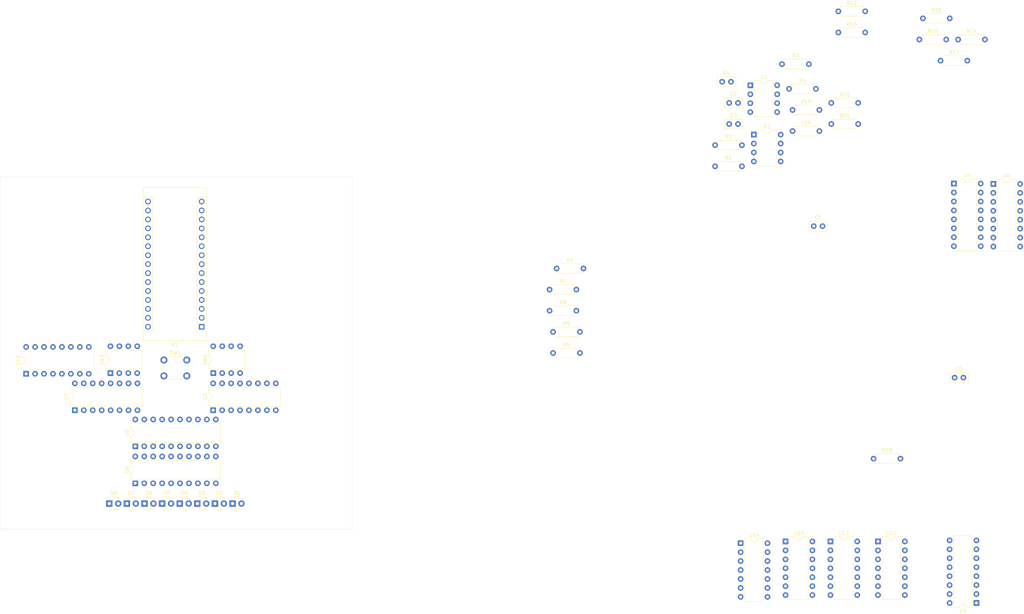
<source format=kicad_pcb>
(kicad_pcb (version 20171130) (host pcbnew "(5.1.10)-1")

  (general
    (thickness 1.6)
    (drawings 4)
    (tracks 0)
    (zones 0)
    (modules 51)
    (nets 104)
  )

  (page A4)
  (layers
    (0 F.Cu signal)
    (31 B.Cu signal)
    (32 B.Adhes user)
    (33 F.Adhes user)
    (34 B.Paste user)
    (35 F.Paste user)
    (36 B.SilkS user)
    (37 F.SilkS user)
    (38 B.Mask user)
    (39 F.Mask user)
    (40 Dwgs.User user)
    (41 Cmts.User user)
    (42 Eco1.User user)
    (43 Eco2.User user)
    (44 Edge.Cuts user)
    (45 Margin user)
    (46 B.CrtYd user)
    (47 F.CrtYd user)
    (48 B.Fab user)
    (49 F.Fab user)
  )

  (setup
    (last_trace_width 0.25)
    (trace_clearance 0.2)
    (zone_clearance 0.508)
    (zone_45_only no)
    (trace_min 0.2)
    (via_size 0.8)
    (via_drill 0.4)
    (via_min_size 0.4)
    (via_min_drill 0.3)
    (uvia_size 0.3)
    (uvia_drill 0.1)
    (uvias_allowed no)
    (uvia_min_size 0.2)
    (uvia_min_drill 0.1)
    (edge_width 0.05)
    (segment_width 0.2)
    (pcb_text_width 0.3)
    (pcb_text_size 1.5 1.5)
    (mod_edge_width 0.12)
    (mod_text_size 1 1)
    (mod_text_width 0.15)
    (pad_size 1.524 1.524)
    (pad_drill 0.762)
    (pad_to_mask_clearance 0)
    (aux_axis_origin 0 0)
    (visible_elements 7FFFFFFF)
    (pcbplotparams
      (layerselection 0x010fc_ffffffff)
      (usegerberextensions false)
      (usegerberattributes true)
      (usegerberadvancedattributes true)
      (creategerberjobfile true)
      (excludeedgelayer true)
      (linewidth 0.100000)
      (plotframeref false)
      (viasonmask false)
      (mode 1)
      (useauxorigin false)
      (hpglpennumber 1)
      (hpglpenspeed 20)
      (hpglpendiameter 15.000000)
      (psnegative false)
      (psa4output false)
      (plotreference true)
      (plotvalue true)
      (plotinvisibletext false)
      (padsonsilk false)
      (subtractmaskfromsilk false)
      (outputformat 1)
      (mirror false)
      (drillshape 1)
      (scaleselection 1)
      (outputdirectory ""))
  )

  (net 0 "")
  (net 1 GND)
  (net 2 "Net-(C1-Pad1)")
  (net 3 "Net-(C2-Pad1)")
  (net 4 "Net-(C3-Pad1)")
  (net 5 "Net-(C4-Pad1)")
  (net 6 "Net-(D1-Pad2)")
  (net 7 "Net-(D1-Pad1)")
  (net 8 "Net-(D2-Pad2)")
  (net 9 "Net-(D2-Pad1)")
  (net 10 "Net-(D3-Pad2)")
  (net 11 "Net-(D3-Pad1)")
  (net 12 "Net-(D4-Pad2)")
  (net 13 "Net-(D4-Pad1)")
  (net 14 "Net-(D5-Pad2)")
  (net 15 "Net-(D5-Pad1)")
  (net 16 "Net-(D6-Pad2)")
  (net 17 "Net-(D6-Pad1)")
  (net 18 "Net-(D7-Pad2)")
  (net 19 "Net-(D7-Pad1)")
  (net 20 "Net-(D8-Pad2)")
  (net 21 "Net-(D8-Pad1)")
  (net 22 "Net-(R1-Pad2)")
  (net 23 +5V)
  (net 24 "Net-(R3-Pad2)")
  (net 25 /A3)
  (net 26 /A2)
  (net 27 /A1)
  (net 28 /A0)
  (net 29 /B3)
  (net 30 /B2)
  (net 31 /B1)
  (net 32 /B0)
  (net 33 /CLK)
  (net 34 /Go)
  (net 35 "Net-(U3-Pad15)")
  (net 36 "Net-(U3-Pad14)")
  (net 37 "Net-(U3-Pad13)")
  (net 38 /Astatus)
  (net 39 /~Ashift~\Load)
  (net 40 "Net-(U3-Pad2)")
  (net 41 /Bout2)
  (net 42 /Acc2)
  (net 43 /Bout0)
  (net 44 "Net-(U4-Pad13)")
  (net 45 /Acc0)
  (net 46 /Acc3)
  (net 47 "Net-(U4-Pad4)")
  (net 48 /Bout3)
  (net 49 /Acc1)
  (net 50 "Net-(U4-Pad10)")
  (net 51 /Bout1)
  (net 52 "Net-(U4-Pad9)")
  (net 53 "Net-(U4-Pad1)")
  (net 54 /Acc7)
  (net 55 "Net-(U5-Pad18)")
  (net 56 "Net-(U5-Pad17)")
  (net 57 /Acc6)
  (net 58 /Acc5)
  (net 59 "Net-(U5-Pad14)")
  (net 60 "Net-(U5-Pad13)")
  (net 61 /Acc4)
  (net 62 /AccCLK)
  (net 63 /~Reset)
  (net 64 /~DSP)
  (net 65 "Net-(U7-Pad7)")
  (net 66 /Bout6)
  (net 67 /Bout4)
  (net 68 /Bout7)
  (net 69 /Bout5)
  (net 70 "Net-(U8-Pad9)")
  (net 71 "Net-(U9-Pad15)")
  (net 72 /State1)
  (net 73 /~GoDetect)
  (net 74 /~State1)
  (net 75 /State0)
  (net 76 /PreState0)
  (net 77 /~State2)
  (net 78 /~State0)
  (net 79 /State2)
  (net 80 /~S2~nQ0)
  (net 81 /Acc_Load_En)
  (net 82 /~GoEdge)
  (net 83 /~Load~)
  (net 84 /Load)
  (net 85 /~AccCLK)
  (net 86 /~Load)
  (net 87 "Net-(U12-Pad7)")
  (net 88 /~Q1~nQ0)
  (net 89 /ResetFlag)
  (net 90 "Net-(A1-Pad16)")
  (net 91 "Net-(A1-Pad15)")
  (net 92 "Net-(A1-Pad14)")
  (net 93 "Net-(A1-Pad28)")
  (net 94 "Net-(A1-Pad27)")
  (net 95 "Net-(A1-Pad26)")
  (net 96 "Net-(A1-Pad25)")
  (net 97 "Net-(A1-Pad24)")
  (net 98 "Net-(A1-Pad23)")
  (net 99 "Net-(A1-Pad3)")
  (net 100 "Net-(A1-Pad18)")
  (net 101 "Net-(A1-Pad2)")
  (net 102 "Net-(A1-Pad17)")
  (net 103 "Net-(A1-Pad1)")

  (net_class Default "This is the default net class."
    (clearance 0.2)
    (trace_width 0.25)
    (via_dia 0.8)
    (via_drill 0.4)
    (uvia_dia 0.3)
    (uvia_drill 0.1)
    (add_net +5V)
    (add_net /A0)
    (add_net /A1)
    (add_net /A2)
    (add_net /A3)
    (add_net /Acc0)
    (add_net /Acc1)
    (add_net /Acc2)
    (add_net /Acc3)
    (add_net /Acc4)
    (add_net /Acc5)
    (add_net /Acc6)
    (add_net /Acc7)
    (add_net /AccCLK)
    (add_net /Acc_Load_En)
    (add_net /Astatus)
    (add_net /B0)
    (add_net /B1)
    (add_net /B2)
    (add_net /B3)
    (add_net /Bout0)
    (add_net /Bout1)
    (add_net /Bout2)
    (add_net /Bout3)
    (add_net /Bout4)
    (add_net /Bout5)
    (add_net /Bout6)
    (add_net /Bout7)
    (add_net /CLK)
    (add_net /Go)
    (add_net /Load)
    (add_net /PreState0)
    (add_net /ResetFlag)
    (add_net /State0)
    (add_net /State1)
    (add_net /State2)
    (add_net /~AccCLK)
    (add_net /~Ashift~\Load)
    (add_net /~DSP)
    (add_net /~GoDetect)
    (add_net /~GoEdge)
    (add_net /~Load)
    (add_net /~Load~)
    (add_net /~Q1~nQ0)
    (add_net /~Reset)
    (add_net /~S2~nQ0)
    (add_net /~State0)
    (add_net /~State1)
    (add_net /~State2)
    (add_net GND)
    (add_net "Net-(A1-Pad1)")
    (add_net "Net-(A1-Pad14)")
    (add_net "Net-(A1-Pad15)")
    (add_net "Net-(A1-Pad16)")
    (add_net "Net-(A1-Pad17)")
    (add_net "Net-(A1-Pad18)")
    (add_net "Net-(A1-Pad2)")
    (add_net "Net-(A1-Pad23)")
    (add_net "Net-(A1-Pad24)")
    (add_net "Net-(A1-Pad25)")
    (add_net "Net-(A1-Pad26)")
    (add_net "Net-(A1-Pad27)")
    (add_net "Net-(A1-Pad28)")
    (add_net "Net-(A1-Pad3)")
    (add_net "Net-(C1-Pad1)")
    (add_net "Net-(C2-Pad1)")
    (add_net "Net-(C3-Pad1)")
    (add_net "Net-(C4-Pad1)")
    (add_net "Net-(D1-Pad1)")
    (add_net "Net-(D1-Pad2)")
    (add_net "Net-(D2-Pad1)")
    (add_net "Net-(D2-Pad2)")
    (add_net "Net-(D3-Pad1)")
    (add_net "Net-(D3-Pad2)")
    (add_net "Net-(D4-Pad1)")
    (add_net "Net-(D4-Pad2)")
    (add_net "Net-(D5-Pad1)")
    (add_net "Net-(D5-Pad2)")
    (add_net "Net-(D6-Pad1)")
    (add_net "Net-(D6-Pad2)")
    (add_net "Net-(D7-Pad1)")
    (add_net "Net-(D7-Pad2)")
    (add_net "Net-(D8-Pad1)")
    (add_net "Net-(D8-Pad2)")
    (add_net "Net-(R1-Pad2)")
    (add_net "Net-(R3-Pad2)")
    (add_net "Net-(U12-Pad7)")
    (add_net "Net-(U3-Pad13)")
    (add_net "Net-(U3-Pad14)")
    (add_net "Net-(U3-Pad15)")
    (add_net "Net-(U3-Pad2)")
    (add_net "Net-(U4-Pad1)")
    (add_net "Net-(U4-Pad10)")
    (add_net "Net-(U4-Pad13)")
    (add_net "Net-(U4-Pad4)")
    (add_net "Net-(U4-Pad9)")
    (add_net "Net-(U5-Pad13)")
    (add_net "Net-(U5-Pad14)")
    (add_net "Net-(U5-Pad17)")
    (add_net "Net-(U5-Pad18)")
    (add_net "Net-(U7-Pad7)")
    (add_net "Net-(U8-Pad9)")
    (add_net "Net-(U9-Pad15)")
  )

  (module Module:Arduino_Nano (layer F.Cu) (tedit 58ACAF70) (tstamp 61427DCE)
    (at 157.24 95.56 180)
    (descr "Arduino Nano, http://www.mouser.com/pdfdocs/Gravitech_Arduino_Nano3_0.pdf")
    (tags "Arduino Nano")
    (path /619AE39D)
    (fp_text reference A1 (at 7.62 -5.08) (layer F.SilkS)
      (effects (font (size 1 1) (thickness 0.15)))
    )
    (fp_text value Arduino_Nano_Every (at 8.89 19.05 90) (layer F.Fab)
      (effects (font (size 1 1) (thickness 0.15)))
    )
    (fp_line (start 16.75 42.16) (end -1.53 42.16) (layer F.CrtYd) (width 0.05))
    (fp_line (start 16.75 42.16) (end 16.75 -4.06) (layer F.CrtYd) (width 0.05))
    (fp_line (start -1.53 -4.06) (end -1.53 42.16) (layer F.CrtYd) (width 0.05))
    (fp_line (start -1.53 -4.06) (end 16.75 -4.06) (layer F.CrtYd) (width 0.05))
    (fp_line (start 16.51 -3.81) (end 16.51 39.37) (layer F.Fab) (width 0.1))
    (fp_line (start 0 -3.81) (end 16.51 -3.81) (layer F.Fab) (width 0.1))
    (fp_line (start -1.27 -2.54) (end 0 -3.81) (layer F.Fab) (width 0.1))
    (fp_line (start -1.27 39.37) (end -1.27 -2.54) (layer F.Fab) (width 0.1))
    (fp_line (start 16.51 39.37) (end -1.27 39.37) (layer F.Fab) (width 0.1))
    (fp_line (start 16.64 -3.94) (end -1.4 -3.94) (layer F.SilkS) (width 0.12))
    (fp_line (start 16.64 39.5) (end 16.64 -3.94) (layer F.SilkS) (width 0.12))
    (fp_line (start -1.4 39.5) (end 16.64 39.5) (layer F.SilkS) (width 0.12))
    (fp_line (start 3.81 41.91) (end 3.81 31.75) (layer F.Fab) (width 0.1))
    (fp_line (start 11.43 41.91) (end 3.81 41.91) (layer F.Fab) (width 0.1))
    (fp_line (start 11.43 31.75) (end 11.43 41.91) (layer F.Fab) (width 0.1))
    (fp_line (start 3.81 31.75) (end 11.43 31.75) (layer F.Fab) (width 0.1))
    (fp_line (start 1.27 36.83) (end -1.4 36.83) (layer F.SilkS) (width 0.12))
    (fp_line (start 1.27 1.27) (end 1.27 36.83) (layer F.SilkS) (width 0.12))
    (fp_line (start 1.27 1.27) (end -1.4 1.27) (layer F.SilkS) (width 0.12))
    (fp_line (start 13.97 36.83) (end 16.64 36.83) (layer F.SilkS) (width 0.12))
    (fp_line (start 13.97 -1.27) (end 13.97 36.83) (layer F.SilkS) (width 0.12))
    (fp_line (start 13.97 -1.27) (end 16.64 -1.27) (layer F.SilkS) (width 0.12))
    (fp_line (start -1.4 -3.94) (end -1.4 -1.27) (layer F.SilkS) (width 0.12))
    (fp_line (start -1.4 1.27) (end -1.4 39.5) (layer F.SilkS) (width 0.12))
    (fp_line (start 1.27 -1.27) (end -1.4 -1.27) (layer F.SilkS) (width 0.12))
    (fp_line (start 1.27 1.27) (end 1.27 -1.27) (layer F.SilkS) (width 0.12))
    (fp_text user %R (at 6.35 19.05 90) (layer F.Fab)
      (effects (font (size 1 1) (thickness 0.15)))
    )
    (pad 16 thru_hole oval (at 15.24 35.56 180) (size 1.6 1.6) (drill 1) (layers *.Cu *.Mask)
      (net 90 "Net-(A1-Pad16)"))
    (pad 15 thru_hole oval (at 0 35.56 180) (size 1.6 1.6) (drill 1) (layers *.Cu *.Mask)
      (net 91 "Net-(A1-Pad15)"))
    (pad 30 thru_hole oval (at 15.24 0 180) (size 1.6 1.6) (drill 1) (layers *.Cu *.Mask)
      (net 23 +5V))
    (pad 14 thru_hole oval (at 0 33.02 180) (size 1.6 1.6) (drill 1) (layers *.Cu *.Mask)
      (net 92 "Net-(A1-Pad14)"))
    (pad 29 thru_hole oval (at 15.24 2.54 180) (size 1.6 1.6) (drill 1) (layers *.Cu *.Mask)
      (net 1 GND))
    (pad 13 thru_hole oval (at 0 30.48 180) (size 1.6 1.6) (drill 1) (layers *.Cu *.Mask)
      (net 28 /A0))
    (pad 28 thru_hole oval (at 15.24 5.08 180) (size 1.6 1.6) (drill 1) (layers *.Cu *.Mask)
      (net 93 "Net-(A1-Pad28)"))
    (pad 12 thru_hole oval (at 0 27.94 180) (size 1.6 1.6) (drill 1) (layers *.Cu *.Mask)
      (net 27 /A1))
    (pad 27 thru_hole oval (at 15.24 7.62 180) (size 1.6 1.6) (drill 1) (layers *.Cu *.Mask)
      (net 94 "Net-(A1-Pad27)"))
    (pad 11 thru_hole oval (at 0 25.4 180) (size 1.6 1.6) (drill 1) (layers *.Cu *.Mask)
      (net 26 /A2))
    (pad 26 thru_hole oval (at 15.24 10.16 180) (size 1.6 1.6) (drill 1) (layers *.Cu *.Mask)
      (net 95 "Net-(A1-Pad26)"))
    (pad 10 thru_hole oval (at 0 22.86 180) (size 1.6 1.6) (drill 1) (layers *.Cu *.Mask)
      (net 25 /A3))
    (pad 25 thru_hole oval (at 15.24 12.7 180) (size 1.6 1.6) (drill 1) (layers *.Cu *.Mask)
      (net 96 "Net-(A1-Pad25)"))
    (pad 9 thru_hole oval (at 0 20.32 180) (size 1.6 1.6) (drill 1) (layers *.Cu *.Mask)
      (net 34 /Go))
    (pad 24 thru_hole oval (at 15.24 15.24 180) (size 1.6 1.6) (drill 1) (layers *.Cu *.Mask)
      (net 97 "Net-(A1-Pad24)"))
    (pad 8 thru_hole oval (at 0 17.78 180) (size 1.6 1.6) (drill 1) (layers *.Cu *.Mask)
      (net 39 /~Ashift~\Load))
    (pad 23 thru_hole oval (at 15.24 17.78 180) (size 1.6 1.6) (drill 1) (layers *.Cu *.Mask)
      (net 98 "Net-(A1-Pad23)"))
    (pad 7 thru_hole oval (at 0 15.24 180) (size 1.6 1.6) (drill 1) (layers *.Cu *.Mask)
      (net 64 /~DSP))
    (pad 22 thru_hole oval (at 15.24 20.32 180) (size 1.6 1.6) (drill 1) (layers *.Cu *.Mask)
      (net 29 /B3))
    (pad 6 thru_hole oval (at 0 12.7 180) (size 1.6 1.6) (drill 1) (layers *.Cu *.Mask)
      (net 62 /AccCLK))
    (pad 21 thru_hole oval (at 15.24 22.86 180) (size 1.6 1.6) (drill 1) (layers *.Cu *.Mask)
      (net 30 /B2))
    (pad 5 thru_hole oval (at 0 10.16 180) (size 1.6 1.6) (drill 1) (layers *.Cu *.Mask)
      (net 63 /~Reset))
    (pad 20 thru_hole oval (at 15.24 25.4 180) (size 1.6 1.6) (drill 1) (layers *.Cu *.Mask)
      (net 31 /B1))
    (pad 4 thru_hole oval (at 0 7.62 180) (size 1.6 1.6) (drill 1) (layers *.Cu *.Mask)
      (net 1 GND))
    (pad 19 thru_hole oval (at 15.24 27.94 180) (size 1.6 1.6) (drill 1) (layers *.Cu *.Mask)
      (net 32 /B0))
    (pad 3 thru_hole oval (at 0 5.08 180) (size 1.6 1.6) (drill 1) (layers *.Cu *.Mask)
      (net 99 "Net-(A1-Pad3)"))
    (pad 18 thru_hole oval (at 15.24 30.48 180) (size 1.6 1.6) (drill 1) (layers *.Cu *.Mask)
      (net 100 "Net-(A1-Pad18)"))
    (pad 2 thru_hole oval (at 0 2.54 180) (size 1.6 1.6) (drill 1) (layers *.Cu *.Mask)
      (net 101 "Net-(A1-Pad2)"))
    (pad 17 thru_hole oval (at 15.24 33.02 180) (size 1.6 1.6) (drill 1) (layers *.Cu *.Mask)
      (net 102 "Net-(A1-Pad17)"))
    (pad 1 thru_hole rect (at 0 0 180) (size 1.6 1.6) (drill 1) (layers *.Cu *.Mask)
      (net 103 "Net-(A1-Pad1)"))
    (model ${KISYS3DMOD}/Module.3dshapes/Arduino_Nano_WithMountingHoles.wrl
      (at (xyz 0 0 0))
      (scale (xyz 1 1 1))
      (rotate (xyz 0 0 0))
    )
  )

  (module Package_DIP:DIP-8_W7.62mm placed (layer F.Cu) (tedit 5A02E8C5) (tstamp 614204A9)
    (at 131.318 108.712 90)
    (descr "8-lead though-hole mounted DIP package, row spacing 7.62 mm (300 mils)")
    (tags "THT DIP DIL PDIP 2.54mm 7.62mm 300mil")
    (path /614238DB)
    (fp_text reference SW3 (at 3.81 -2.33 90) (layer F.SilkS)
      (effects (font (size 1 1) (thickness 0.15)))
    )
    (fp_text value SW_DIP_x04 (at 3.81 9.95 90) (layer F.Fab)
      (effects (font (size 1 1) (thickness 0.15)))
    )
    (fp_line (start 8.7 -1.55) (end -1.1 -1.55) (layer F.CrtYd) (width 0.05))
    (fp_line (start 8.7 9.15) (end 8.7 -1.55) (layer F.CrtYd) (width 0.05))
    (fp_line (start -1.1 9.15) (end 8.7 9.15) (layer F.CrtYd) (width 0.05))
    (fp_line (start -1.1 -1.55) (end -1.1 9.15) (layer F.CrtYd) (width 0.05))
    (fp_line (start 6.46 -1.33) (end 4.81 -1.33) (layer F.SilkS) (width 0.12))
    (fp_line (start 6.46 8.95) (end 6.46 -1.33) (layer F.SilkS) (width 0.12))
    (fp_line (start 1.16 8.95) (end 6.46 8.95) (layer F.SilkS) (width 0.12))
    (fp_line (start 1.16 -1.33) (end 1.16 8.95) (layer F.SilkS) (width 0.12))
    (fp_line (start 2.81 -1.33) (end 1.16 -1.33) (layer F.SilkS) (width 0.12))
    (fp_line (start 0.635 -0.27) (end 1.635 -1.27) (layer F.Fab) (width 0.1))
    (fp_line (start 0.635 8.89) (end 0.635 -0.27) (layer F.Fab) (width 0.1))
    (fp_line (start 6.985 8.89) (end 0.635 8.89) (layer F.Fab) (width 0.1))
    (fp_line (start 6.985 -1.27) (end 6.985 8.89) (layer F.Fab) (width 0.1))
    (fp_line (start 1.635 -1.27) (end 6.985 -1.27) (layer F.Fab) (width 0.1))
    (fp_text user %R (at 3.81 3.81 90) (layer F.Fab)
      (effects (font (size 1 1) (thickness 0.15)))
    )
    (fp_arc (start 3.81 -1.33) (end 2.81 -1.33) (angle -180) (layer F.SilkS) (width 0.12))
    (pad 8 thru_hole oval (at 7.62 0 90) (size 1.6 1.6) (drill 0.8) (layers *.Cu *.Mask)
      (net 32 /B0))
    (pad 4 thru_hole oval (at 0 7.62 90) (size 1.6 1.6) (drill 0.8) (layers *.Cu *.Mask)
      (net 23 +5V))
    (pad 7 thru_hole oval (at 7.62 2.54 90) (size 1.6 1.6) (drill 0.8) (layers *.Cu *.Mask)
      (net 31 /B1))
    (pad 3 thru_hole oval (at 0 5.08 90) (size 1.6 1.6) (drill 0.8) (layers *.Cu *.Mask)
      (net 23 +5V))
    (pad 6 thru_hole oval (at 7.62 5.08 90) (size 1.6 1.6) (drill 0.8) (layers *.Cu *.Mask)
      (net 30 /B2))
    (pad 2 thru_hole oval (at 0 2.54 90) (size 1.6 1.6) (drill 0.8) (layers *.Cu *.Mask)
      (net 23 +5V))
    (pad 5 thru_hole oval (at 7.62 7.62 90) (size 1.6 1.6) (drill 0.8) (layers *.Cu *.Mask)
      (net 29 /B3))
    (pad 1 thru_hole rect (at 0 0 90) (size 1.6 1.6) (drill 0.8) (layers *.Cu *.Mask)
      (net 23 +5V))
    (model ${KISYS3DMOD}/Package_DIP.3dshapes/DIP-8_W7.62mm.wrl
      (at (xyz 0 0 0))
      (scale (xyz 1 1 1))
      (rotate (xyz 0 0 0))
    )
  )

  (module Package_DIP:DIP-8_W7.62mm placed (layer F.Cu) (tedit 5A02E8C5) (tstamp 61420485)
    (at 160.528 108.712 90)
    (descr "8-lead though-hole mounted DIP package, row spacing 7.62 mm (300 mils)")
    (tags "THT DIP DIL PDIP 2.54mm 7.62mm 300mil")
    (path /614201C2)
    (fp_text reference SW2 (at 3.81 -2.33 90) (layer F.SilkS)
      (effects (font (size 1 1) (thickness 0.15)))
    )
    (fp_text value SW_DIP_x04 (at 3.81 9.95 90) (layer F.Fab)
      (effects (font (size 1 1) (thickness 0.15)))
    )
    (fp_line (start 8.7 -1.55) (end -1.1 -1.55) (layer F.CrtYd) (width 0.05))
    (fp_line (start 8.7 9.15) (end 8.7 -1.55) (layer F.CrtYd) (width 0.05))
    (fp_line (start -1.1 9.15) (end 8.7 9.15) (layer F.CrtYd) (width 0.05))
    (fp_line (start -1.1 -1.55) (end -1.1 9.15) (layer F.CrtYd) (width 0.05))
    (fp_line (start 6.46 -1.33) (end 4.81 -1.33) (layer F.SilkS) (width 0.12))
    (fp_line (start 6.46 8.95) (end 6.46 -1.33) (layer F.SilkS) (width 0.12))
    (fp_line (start 1.16 8.95) (end 6.46 8.95) (layer F.SilkS) (width 0.12))
    (fp_line (start 1.16 -1.33) (end 1.16 8.95) (layer F.SilkS) (width 0.12))
    (fp_line (start 2.81 -1.33) (end 1.16 -1.33) (layer F.SilkS) (width 0.12))
    (fp_line (start 0.635 -0.27) (end 1.635 -1.27) (layer F.Fab) (width 0.1))
    (fp_line (start 0.635 8.89) (end 0.635 -0.27) (layer F.Fab) (width 0.1))
    (fp_line (start 6.985 8.89) (end 0.635 8.89) (layer F.Fab) (width 0.1))
    (fp_line (start 6.985 -1.27) (end 6.985 8.89) (layer F.Fab) (width 0.1))
    (fp_line (start 1.635 -1.27) (end 6.985 -1.27) (layer F.Fab) (width 0.1))
    (fp_text user %R (at 3.81 3.81 90) (layer F.Fab)
      (effects (font (size 1 1) (thickness 0.15)))
    )
    (fp_arc (start 3.81 -1.33) (end 2.81 -1.33) (angle -180) (layer F.SilkS) (width 0.12))
    (pad 8 thru_hole oval (at 7.62 0 90) (size 1.6 1.6) (drill 0.8) (layers *.Cu *.Mask)
      (net 28 /A0))
    (pad 4 thru_hole oval (at 0 7.62 90) (size 1.6 1.6) (drill 0.8) (layers *.Cu *.Mask)
      (net 23 +5V))
    (pad 7 thru_hole oval (at 7.62 2.54 90) (size 1.6 1.6) (drill 0.8) (layers *.Cu *.Mask)
      (net 27 /A1))
    (pad 3 thru_hole oval (at 0 5.08 90) (size 1.6 1.6) (drill 0.8) (layers *.Cu *.Mask)
      (net 23 +5V))
    (pad 6 thru_hole oval (at 7.62 5.08 90) (size 1.6 1.6) (drill 0.8) (layers *.Cu *.Mask)
      (net 26 /A2))
    (pad 2 thru_hole oval (at 0 2.54 90) (size 1.6 1.6) (drill 0.8) (layers *.Cu *.Mask)
      (net 23 +5V))
    (pad 5 thru_hole oval (at 7.62 7.62 90) (size 1.6 1.6) (drill 0.8) (layers *.Cu *.Mask)
      (net 25 /A3))
    (pad 1 thru_hole rect (at 0 0 90) (size 1.6 1.6) (drill 0.8) (layers *.Cu *.Mask)
      (net 23 +5V))
    (model ${KISYS3DMOD}/Package_DIP.3dshapes/DIP-8_W7.62mm.wrl
      (at (xyz 0 0 0))
      (scale (xyz 1 1 1))
      (rotate (xyz 0 0 0))
    )
  )

  (module Capacitor_THT:C_Disc_D5.0mm_W2.5mm_P2.50mm placed (layer F.Cu) (tedit 5AE50EF0) (tstamp 61422DA2)
    (at 371 110)
    (descr "C, Disc series, Radial, pin pitch=2.50mm, , diameter*width=5*2.5mm^2, Capacitor, http://cdn-reichelt.de/documents/datenblatt/B300/DS_KERKO_TC.pdf")
    (tags "C Disc series Radial pin pitch 2.50mm  diameter 5mm width 2.5mm Capacitor")
    (path /6194C462)
    (fp_text reference C5 (at 1.25 -2.5) (layer F.SilkS)
      (effects (font (size 1 1) (thickness 0.15)))
    )
    (fp_text value 10n (at 1.25 2.5) (layer F.Fab)
      (effects (font (size 1 1) (thickness 0.15)))
    )
    (fp_line (start 4 -1.5) (end -1.5 -1.5) (layer F.CrtYd) (width 0.05))
    (fp_line (start 4 1.5) (end 4 -1.5) (layer F.CrtYd) (width 0.05))
    (fp_line (start -1.5 1.5) (end 4 1.5) (layer F.CrtYd) (width 0.05))
    (fp_line (start -1.5 -1.5) (end -1.5 1.5) (layer F.CrtYd) (width 0.05))
    (fp_line (start 3.87 -1.37) (end 3.87 1.37) (layer F.SilkS) (width 0.12))
    (fp_line (start -1.37 -1.37) (end -1.37 1.37) (layer F.SilkS) (width 0.12))
    (fp_line (start -1.37 1.37) (end 3.87 1.37) (layer F.SilkS) (width 0.12))
    (fp_line (start -1.37 -1.37) (end 3.87 -1.37) (layer F.SilkS) (width 0.12))
    (fp_line (start 3.75 -1.25) (end -1.25 -1.25) (layer F.Fab) (width 0.1))
    (fp_line (start 3.75 1.25) (end 3.75 -1.25) (layer F.Fab) (width 0.1))
    (fp_line (start -1.25 1.25) (end 3.75 1.25) (layer F.Fab) (width 0.1))
    (fp_line (start -1.25 -1.25) (end -1.25 1.25) (layer F.Fab) (width 0.1))
    (fp_text user %R (at 1.25 0) (layer F.Fab)
      (effects (font (size 1 1) (thickness 0.15)))
    )
    (pad 2 thru_hole circle (at 2.5 0) (size 1.6 1.6) (drill 0.8) (layers *.Cu *.Mask)
      (net 1 GND))
    (pad 1 thru_hole circle (at 0 0) (size 1.6 1.6) (drill 0.8) (layers *.Cu *.Mask)
      (net 62 /AccCLK))
    (model ${KISYS3DMOD}/Capacitor_THT.3dshapes/C_Disc_D5.0mm_W2.5mm_P2.50mm.wrl
      (at (xyz 0 0 0))
      (scale (xyz 1 1 1))
      (rotate (xyz 0 0 0))
    )
  )

  (module Package_DIP:DIP-14_W7.62mm placed (layer F.Cu) (tedit 5A02E8C5) (tstamp 61420691)
    (at 310.25 157)
    (descr "14-lead though-hole mounted DIP package, row spacing 7.62 mm (300 mils)")
    (tags "THT DIP DIL PDIP 2.54mm 7.62mm 300mil")
    (path /614DC85D)
    (fp_text reference U14 (at 3.81 -2.33) (layer F.SilkS)
      (effects (font (size 1 1) (thickness 0.15)))
    )
    (fp_text value 74HC00 (at 3.81 17.57) (layer F.Fab)
      (effects (font (size 1 1) (thickness 0.15)))
    )
    (fp_line (start 8.7 -1.55) (end -1.1 -1.55) (layer F.CrtYd) (width 0.05))
    (fp_line (start 8.7 16.8) (end 8.7 -1.55) (layer F.CrtYd) (width 0.05))
    (fp_line (start -1.1 16.8) (end 8.7 16.8) (layer F.CrtYd) (width 0.05))
    (fp_line (start -1.1 -1.55) (end -1.1 16.8) (layer F.CrtYd) (width 0.05))
    (fp_line (start 6.46 -1.33) (end 4.81 -1.33) (layer F.SilkS) (width 0.12))
    (fp_line (start 6.46 16.57) (end 6.46 -1.33) (layer F.SilkS) (width 0.12))
    (fp_line (start 1.16 16.57) (end 6.46 16.57) (layer F.SilkS) (width 0.12))
    (fp_line (start 1.16 -1.33) (end 1.16 16.57) (layer F.SilkS) (width 0.12))
    (fp_line (start 2.81 -1.33) (end 1.16 -1.33) (layer F.SilkS) (width 0.12))
    (fp_line (start 0.635 -0.27) (end 1.635 -1.27) (layer F.Fab) (width 0.1))
    (fp_line (start 0.635 16.51) (end 0.635 -0.27) (layer F.Fab) (width 0.1))
    (fp_line (start 6.985 16.51) (end 0.635 16.51) (layer F.Fab) (width 0.1))
    (fp_line (start 6.985 -1.27) (end 6.985 16.51) (layer F.Fab) (width 0.1))
    (fp_line (start 1.635 -1.27) (end 6.985 -1.27) (layer F.Fab) (width 0.1))
    (fp_text user %R (at 3.81 7.62) (layer F.Fab)
      (effects (font (size 1 1) (thickness 0.15)))
    )
    (fp_arc (start 3.81 -1.33) (end 2.81 -1.33) (angle -180) (layer F.SilkS) (width 0.12))
    (pad 14 thru_hole oval (at 7.62 0) (size 1.6 1.6) (drill 0.8) (layers *.Cu *.Mask)
      (net 23 +5V))
    (pad 7 thru_hole oval (at 0 15.24) (size 1.6 1.6) (drill 0.8) (layers *.Cu *.Mask)
      (net 1 GND))
    (pad 13 thru_hole oval (at 7.62 2.54) (size 1.6 1.6) (drill 0.8) (layers *.Cu *.Mask))
    (pad 6 thru_hole oval (at 0 12.7) (size 1.6 1.6) (drill 0.8) (layers *.Cu *.Mask))
    (pad 12 thru_hole oval (at 7.62 5.08) (size 1.6 1.6) (drill 0.8) (layers *.Cu *.Mask))
    (pad 5 thru_hole oval (at 0 10.16) (size 1.6 1.6) (drill 0.8) (layers *.Cu *.Mask))
    (pad 11 thru_hole oval (at 7.62 7.62) (size 1.6 1.6) (drill 0.8) (layers *.Cu *.Mask))
    (pad 4 thru_hole oval (at 0 7.62) (size 1.6 1.6) (drill 0.8) (layers *.Cu *.Mask))
    (pad 10 thru_hole oval (at 7.62 10.16) (size 1.6 1.6) (drill 0.8) (layers *.Cu *.Mask))
    (pad 3 thru_hole oval (at 0 5.08) (size 1.6 1.6) (drill 0.8) (layers *.Cu *.Mask)
      (net 62 /AccCLK))
    (pad 9 thru_hole oval (at 7.62 12.7) (size 1.6 1.6) (drill 0.8) (layers *.Cu *.Mask))
    (pad 2 thru_hole oval (at 0 2.54) (size 1.6 1.6) (drill 0.8) (layers *.Cu *.Mask)
      (net 85 /~AccCLK))
    (pad 8 thru_hole oval (at 7.62 15.24) (size 1.6 1.6) (drill 0.8) (layers *.Cu *.Mask))
    (pad 1 thru_hole rect (at 0 0) (size 1.6 1.6) (drill 0.8) (layers *.Cu *.Mask)
      (net 85 /~AccCLK))
    (model ${KISYS3DMOD}/Package_DIP.3dshapes/DIP-14_W7.62mm.wrl
      (at (xyz 0 0 0))
      (scale (xyz 1 1 1))
      (rotate (xyz 0 0 0))
    )
  )

  (module Package_DIP:DIP-14_W7.62mm placed (layer F.Cu) (tedit 5A02E8C5) (tstamp 6142066F)
    (at 335.75 156.5)
    (descr "14-lead though-hole mounted DIP package, row spacing 7.62 mm (300 mils)")
    (tags "THT DIP DIL PDIP 2.54mm 7.62mm 300mil")
    (path /613D568A)
    (fp_text reference U13 (at 3.81 -2.33) (layer F.SilkS)
      (effects (font (size 1 1) (thickness 0.15)))
    )
    (fp_text value 74HC00 (at 3.81 17.57) (layer F.Fab)
      (effects (font (size 1 1) (thickness 0.15)))
    )
    (fp_line (start 8.7 -1.55) (end -1.1 -1.55) (layer F.CrtYd) (width 0.05))
    (fp_line (start 8.7 16.8) (end 8.7 -1.55) (layer F.CrtYd) (width 0.05))
    (fp_line (start -1.1 16.8) (end 8.7 16.8) (layer F.CrtYd) (width 0.05))
    (fp_line (start -1.1 -1.55) (end -1.1 16.8) (layer F.CrtYd) (width 0.05))
    (fp_line (start 6.46 -1.33) (end 4.81 -1.33) (layer F.SilkS) (width 0.12))
    (fp_line (start 6.46 16.57) (end 6.46 -1.33) (layer F.SilkS) (width 0.12))
    (fp_line (start 1.16 16.57) (end 6.46 16.57) (layer F.SilkS) (width 0.12))
    (fp_line (start 1.16 -1.33) (end 1.16 16.57) (layer F.SilkS) (width 0.12))
    (fp_line (start 2.81 -1.33) (end 1.16 -1.33) (layer F.SilkS) (width 0.12))
    (fp_line (start 0.635 -0.27) (end 1.635 -1.27) (layer F.Fab) (width 0.1))
    (fp_line (start 0.635 16.51) (end 0.635 -0.27) (layer F.Fab) (width 0.1))
    (fp_line (start 6.985 16.51) (end 0.635 16.51) (layer F.Fab) (width 0.1))
    (fp_line (start 6.985 -1.27) (end 6.985 16.51) (layer F.Fab) (width 0.1))
    (fp_line (start 1.635 -1.27) (end 6.985 -1.27) (layer F.Fab) (width 0.1))
    (fp_text user %R (at 3.81 7.62) (layer F.Fab)
      (effects (font (size 1 1) (thickness 0.15)))
    )
    (fp_arc (start 3.81 -1.33) (end 2.81 -1.33) (angle -180) (layer F.SilkS) (width 0.12))
    (pad 14 thru_hole oval (at 7.62 0) (size 1.6 1.6) (drill 0.8) (layers *.Cu *.Mask)
      (net 23 +5V))
    (pad 7 thru_hole oval (at 0 15.24) (size 1.6 1.6) (drill 0.8) (layers *.Cu *.Mask)
      (net 1 GND))
    (pad 13 thru_hole oval (at 7.62 2.54) (size 1.6 1.6) (drill 0.8) (layers *.Cu *.Mask)
      (net 33 /CLK))
    (pad 6 thru_hole oval (at 0 12.7) (size 1.6 1.6) (drill 0.8) (layers *.Cu *.Mask)
      (net 88 /~Q1~nQ0))
    (pad 12 thru_hole oval (at 7.62 5.08) (size 1.6 1.6) (drill 0.8) (layers *.Cu *.Mask)
      (net 89 /ResetFlag))
    (pad 5 thru_hole oval (at 0 10.16) (size 1.6 1.6) (drill 0.8) (layers *.Cu *.Mask)
      (net 75 /State0))
    (pad 11 thru_hole oval (at 7.62 7.62) (size 1.6 1.6) (drill 0.8) (layers *.Cu *.Mask)
      (net 63 /~Reset))
    (pad 4 thru_hole oval (at 0 7.62) (size 1.6 1.6) (drill 0.8) (layers *.Cu *.Mask)
      (net 74 /~State1))
    (pad 10 thru_hole oval (at 7.62 10.16) (size 1.6 1.6) (drill 0.8) (layers *.Cu *.Mask)
      (net 88 /~Q1~nQ0))
    (pad 3 thru_hole oval (at 0 5.08) (size 1.6 1.6) (drill 0.8) (layers *.Cu *.Mask)
      (net 39 /~Ashift~\Load))
    (pad 9 thru_hole oval (at 7.62 12.7) (size 1.6 1.6) (drill 0.8) (layers *.Cu *.Mask)
      (net 88 /~Q1~nQ0))
    (pad 2 thru_hole oval (at 0 2.54) (size 1.6 1.6) (drill 0.8) (layers *.Cu *.Mask)
      (net 81 /Acc_Load_En))
    (pad 8 thru_hole oval (at 7.62 15.24) (size 1.6 1.6) (drill 0.8) (layers *.Cu *.Mask)
      (net 89 /ResetFlag))
    (pad 1 thru_hole rect (at 0 0) (size 1.6 1.6) (drill 0.8) (layers *.Cu *.Mask)
      (net 81 /Acc_Load_En))
    (model ${KISYS3DMOD}/Package_DIP.3dshapes/DIP-14_W7.62mm.wrl
      (at (xyz 0 0 0))
      (scale (xyz 1 1 1))
      (rotate (xyz 0 0 0))
    )
  )

  (module Package_DIP:DIP-16_W7.62mm placed (layer F.Cu) (tedit 5A02E8C5) (tstamp 6142064D)
    (at 107.4 108.9 90)
    (descr "16-lead though-hole mounted DIP package, row spacing 7.62 mm (300 mils)")
    (tags "THT DIP DIL PDIP 2.54mm 7.62mm 300mil")
    (path /6143B446)
    (fp_text reference U12 (at 3.81 -2.33 90) (layer F.SilkS)
      (effects (font (size 1 1) (thickness 0.15)))
    )
    (fp_text value 74LS194 (at 3.81 20.11 90) (layer F.Fab)
      (effects (font (size 1 1) (thickness 0.15)))
    )
    (fp_line (start 8.7 -1.55) (end -1.1 -1.55) (layer F.CrtYd) (width 0.05))
    (fp_line (start 8.7 19.3) (end 8.7 -1.55) (layer F.CrtYd) (width 0.05))
    (fp_line (start -1.1 19.3) (end 8.7 19.3) (layer F.CrtYd) (width 0.05))
    (fp_line (start -1.1 -1.55) (end -1.1 19.3) (layer F.CrtYd) (width 0.05))
    (fp_line (start 6.46 -1.33) (end 4.81 -1.33) (layer F.SilkS) (width 0.12))
    (fp_line (start 6.46 19.11) (end 6.46 -1.33) (layer F.SilkS) (width 0.12))
    (fp_line (start 1.16 19.11) (end 6.46 19.11) (layer F.SilkS) (width 0.12))
    (fp_line (start 1.16 -1.33) (end 1.16 19.11) (layer F.SilkS) (width 0.12))
    (fp_line (start 2.81 -1.33) (end 1.16 -1.33) (layer F.SilkS) (width 0.12))
    (fp_line (start 0.635 -0.27) (end 1.635 -1.27) (layer F.Fab) (width 0.1))
    (fp_line (start 0.635 19.05) (end 0.635 -0.27) (layer F.Fab) (width 0.1))
    (fp_line (start 6.985 19.05) (end 0.635 19.05) (layer F.Fab) (width 0.1))
    (fp_line (start 6.985 -1.27) (end 6.985 19.05) (layer F.Fab) (width 0.1))
    (fp_line (start 1.635 -1.27) (end 6.985 -1.27) (layer F.Fab) (width 0.1))
    (fp_text user %R (at 3.81 8.89 90) (layer F.Fab)
      (effects (font (size 1 1) (thickness 0.15)))
    )
    (fp_arc (start 3.81 -1.33) (end 2.81 -1.33) (angle -180) (layer F.SilkS) (width 0.12))
    (pad 16 thru_hole oval (at 7.62 0 90) (size 1.6 1.6) (drill 0.8) (layers *.Cu *.Mask)
      (net 23 +5V))
    (pad 8 thru_hole oval (at 0 17.78 90) (size 1.6 1.6) (drill 0.8) (layers *.Cu *.Mask)
      (net 1 GND))
    (pad 15 thru_hole oval (at 7.62 2.54 90) (size 1.6 1.6) (drill 0.8) (layers *.Cu *.Mask)
      (net 67 /Bout4))
    (pad 7 thru_hole oval (at 0 15.24 90) (size 1.6 1.6) (drill 0.8) (layers *.Cu *.Mask)
      (net 87 "Net-(U12-Pad7)"))
    (pad 14 thru_hole oval (at 7.62 5.08 90) (size 1.6 1.6) (drill 0.8) (layers *.Cu *.Mask)
      (net 69 /Bout5))
    (pad 6 thru_hole oval (at 0 12.7 90) (size 1.6 1.6) (drill 0.8) (layers *.Cu *.Mask)
      (net 1 GND))
    (pad 13 thru_hole oval (at 7.62 7.62 90) (size 1.6 1.6) (drill 0.8) (layers *.Cu *.Mask)
      (net 66 /Bout6))
    (pad 5 thru_hole oval (at 0 10.16 90) (size 1.6 1.6) (drill 0.8) (layers *.Cu *.Mask)
      (net 1 GND))
    (pad 12 thru_hole oval (at 7.62 10.16 90) (size 1.6 1.6) (drill 0.8) (layers *.Cu *.Mask)
      (net 68 /Bout7))
    (pad 4 thru_hole oval (at 0 7.62 90) (size 1.6 1.6) (drill 0.8) (layers *.Cu *.Mask)
      (net 1 GND))
    (pad 11 thru_hole oval (at 7.62 12.7 90) (size 1.6 1.6) (drill 0.8) (layers *.Cu *.Mask)
      (net 33 /CLK))
    (pad 3 thru_hole oval (at 0 5.08 90) (size 1.6 1.6) (drill 0.8) (layers *.Cu *.Mask)
      (net 1 GND))
    (pad 10 thru_hole oval (at 7.62 15.24 90) (size 1.6 1.6) (drill 0.8) (layers *.Cu *.Mask)
      (net 39 /~Ashift~\Load))
    (pad 2 thru_hole oval (at 0 2.54 90) (size 1.6 1.6) (drill 0.8) (layers *.Cu *.Mask)
      (net 48 /Bout3))
    (pad 9 thru_hole oval (at 7.62 17.78 90) (size 1.6 1.6) (drill 0.8) (layers *.Cu *.Mask)
      (net 23 +5V))
    (pad 1 thru_hole rect (at 0 0 90) (size 1.6 1.6) (drill 0.8) (layers *.Cu *.Mask)
      (net 23 +5V))
    (model ${KISYS3DMOD}/Package_DIP.3dshapes/DIP-16_W7.62mm.wrl
      (at (xyz 0 0 0))
      (scale (xyz 1 1 1))
      (rotate (xyz 0 0 0))
    )
  )

  (module Package_DIP:DIP-14_W7.62mm placed (layer F.Cu) (tedit 5A02E8C5) (tstamp 61420629)
    (at 349.25 156.5)
    (descr "14-lead though-hole mounted DIP package, row spacing 7.62 mm (300 mils)")
    (tags "THT DIP DIL PDIP 2.54mm 7.62mm 300mil")
    (path /614A1743)
    (fp_text reference U11 (at 3.81 -2.33) (layer F.SilkS)
      (effects (font (size 1 1) (thickness 0.15)))
    )
    (fp_text value 74HC00 (at 3.81 17.57) (layer F.Fab)
      (effects (font (size 1 1) (thickness 0.15)))
    )
    (fp_line (start 8.7 -1.55) (end -1.1 -1.55) (layer F.CrtYd) (width 0.05))
    (fp_line (start 8.7 16.8) (end 8.7 -1.55) (layer F.CrtYd) (width 0.05))
    (fp_line (start -1.1 16.8) (end 8.7 16.8) (layer F.CrtYd) (width 0.05))
    (fp_line (start -1.1 -1.55) (end -1.1 16.8) (layer F.CrtYd) (width 0.05))
    (fp_line (start 6.46 -1.33) (end 4.81 -1.33) (layer F.SilkS) (width 0.12))
    (fp_line (start 6.46 16.57) (end 6.46 -1.33) (layer F.SilkS) (width 0.12))
    (fp_line (start 1.16 16.57) (end 6.46 16.57) (layer F.SilkS) (width 0.12))
    (fp_line (start 1.16 -1.33) (end 1.16 16.57) (layer F.SilkS) (width 0.12))
    (fp_line (start 2.81 -1.33) (end 1.16 -1.33) (layer F.SilkS) (width 0.12))
    (fp_line (start 0.635 -0.27) (end 1.635 -1.27) (layer F.Fab) (width 0.1))
    (fp_line (start 0.635 16.51) (end 0.635 -0.27) (layer F.Fab) (width 0.1))
    (fp_line (start 6.985 16.51) (end 0.635 16.51) (layer F.Fab) (width 0.1))
    (fp_line (start 6.985 -1.27) (end 6.985 16.51) (layer F.Fab) (width 0.1))
    (fp_line (start 1.635 -1.27) (end 6.985 -1.27) (layer F.Fab) (width 0.1))
    (fp_text user %R (at 3.81 7.62) (layer F.Fab)
      (effects (font (size 1 1) (thickness 0.15)))
    )
    (fp_arc (start 3.81 -1.33) (end 2.81 -1.33) (angle -180) (layer F.SilkS) (width 0.12))
    (pad 14 thru_hole oval (at 7.62 0) (size 1.6 1.6) (drill 0.8) (layers *.Cu *.Mask)
      (net 23 +5V))
    (pad 7 thru_hole oval (at 0 15.24) (size 1.6 1.6) (drill 0.8) (layers *.Cu *.Mask)
      (net 1 GND))
    (pad 13 thru_hole oval (at 7.62 2.54) (size 1.6 1.6) (drill 0.8) (layers *.Cu *.Mask)
      (net 33 /CLK))
    (pad 6 thru_hole oval (at 0 12.7) (size 1.6 1.6) (drill 0.8) (layers *.Cu *.Mask)
      (net 83 /~Load~))
    (pad 12 thru_hole oval (at 7.62 5.08) (size 1.6 1.6) (drill 0.8) (layers *.Cu *.Mask)
      (net 84 /Load))
    (pad 5 thru_hole oval (at 0 10.16) (size 1.6 1.6) (drill 0.8) (layers *.Cu *.Mask)
      (net 38 /Astatus))
    (pad 11 thru_hole oval (at 7.62 7.62) (size 1.6 1.6) (drill 0.8) (layers *.Cu *.Mask)
      (net 85 /~AccCLK))
    (pad 4 thru_hole oval (at 0 7.62) (size 1.6 1.6) (drill 0.8) (layers *.Cu *.Mask)
      (net 81 /Acc_Load_En))
    (pad 10 thru_hole oval (at 7.62 10.16) (size 1.6 1.6) (drill 0.8) (layers *.Cu *.Mask)
      (net 86 /~Load))
    (pad 3 thru_hole oval (at 0 5.08) (size 1.6 1.6) (drill 0.8) (layers *.Cu *.Mask)
      (net 64 /~DSP))
    (pad 9 thru_hole oval (at 7.62 12.7) (size 1.6 1.6) (drill 0.8) (layers *.Cu *.Mask)
      (net 86 /~Load))
    (pad 2 thru_hole oval (at 0 2.54) (size 1.6 1.6) (drill 0.8) (layers *.Cu *.Mask)
      (net 78 /~State0))
    (pad 8 thru_hole oval (at 7.62 15.24) (size 1.6 1.6) (drill 0.8) (layers *.Cu *.Mask)
      (net 84 /Load))
    (pad 1 thru_hole rect (at 0 0) (size 1.6 1.6) (drill 0.8) (layers *.Cu *.Mask)
      (net 77 /~State2))
    (model ${KISYS3DMOD}/Package_DIP.3dshapes/DIP-14_W7.62mm.wrl
      (at (xyz 0 0 0))
      (scale (xyz 1 1 1))
      (rotate (xyz 0 0 0))
    )
  )

  (module Package_DIP:DIP-14_W7.62mm placed (layer F.Cu) (tedit 5A02E8C5) (tstamp 61420607)
    (at 323 156.5)
    (descr "14-lead though-hole mounted DIP package, row spacing 7.62 mm (300 mils)")
    (tags "THT DIP DIL PDIP 2.54mm 7.62mm 300mil")
    (path /6146E0F4)
    (fp_text reference U10 (at 3.81 -2.33) (layer F.SilkS)
      (effects (font (size 1 1) (thickness 0.15)))
    )
    (fp_text value 74HC00 (at 3.81 17.57) (layer F.Fab)
      (effects (font (size 1 1) (thickness 0.15)))
    )
    (fp_line (start 8.7 -1.55) (end -1.1 -1.55) (layer F.CrtYd) (width 0.05))
    (fp_line (start 8.7 16.8) (end 8.7 -1.55) (layer F.CrtYd) (width 0.05))
    (fp_line (start -1.1 16.8) (end 8.7 16.8) (layer F.CrtYd) (width 0.05))
    (fp_line (start -1.1 -1.55) (end -1.1 16.8) (layer F.CrtYd) (width 0.05))
    (fp_line (start 6.46 -1.33) (end 4.81 -1.33) (layer F.SilkS) (width 0.12))
    (fp_line (start 6.46 16.57) (end 6.46 -1.33) (layer F.SilkS) (width 0.12))
    (fp_line (start 1.16 16.57) (end 6.46 16.57) (layer F.SilkS) (width 0.12))
    (fp_line (start 1.16 -1.33) (end 1.16 16.57) (layer F.SilkS) (width 0.12))
    (fp_line (start 2.81 -1.33) (end 1.16 -1.33) (layer F.SilkS) (width 0.12))
    (fp_line (start 0.635 -0.27) (end 1.635 -1.27) (layer F.Fab) (width 0.1))
    (fp_line (start 0.635 16.51) (end 0.635 -0.27) (layer F.Fab) (width 0.1))
    (fp_line (start 6.985 16.51) (end 0.635 16.51) (layer F.Fab) (width 0.1))
    (fp_line (start 6.985 -1.27) (end 6.985 16.51) (layer F.Fab) (width 0.1))
    (fp_line (start 1.635 -1.27) (end 6.985 -1.27) (layer F.Fab) (width 0.1))
    (fp_text user %R (at 3.81 7.62) (layer F.Fab)
      (effects (font (size 1 1) (thickness 0.15)))
    )
    (fp_arc (start 3.81 -1.33) (end 2.81 -1.33) (angle -180) (layer F.SilkS) (width 0.12))
    (pad 14 thru_hole oval (at 7.62 0) (size 1.6 1.6) (drill 0.8) (layers *.Cu *.Mask)
      (net 23 +5V))
    (pad 7 thru_hole oval (at 0 15.24) (size 1.6 1.6) (drill 0.8) (layers *.Cu *.Mask)
      (net 1 GND))
    (pad 13 thru_hole oval (at 7.62 2.54) (size 1.6 1.6) (drill 0.8) (layers *.Cu *.Mask)
      (net 74 /~State1))
    (pad 6 thru_hole oval (at 0 12.7) (size 1.6 1.6) (drill 0.8) (layers *.Cu *.Mask)
      (net 80 /~S2~nQ0))
    (pad 12 thru_hole oval (at 7.62 5.08) (size 1.6 1.6) (drill 0.8) (layers *.Cu *.Mask)
      (net 77 /~State2))
    (pad 5 thru_hole oval (at 0 10.16) (size 1.6 1.6) (drill 0.8) (layers *.Cu *.Mask)
      (net 75 /State0))
    (pad 11 thru_hole oval (at 7.62 7.62) (size 1.6 1.6) (drill 0.8) (layers *.Cu *.Mask)
      (net 81 /Acc_Load_En))
    (pad 4 thru_hole oval (at 0 7.62) (size 1.6 1.6) (drill 0.8) (layers *.Cu *.Mask)
      (net 77 /~State2))
    (pad 10 thru_hole oval (at 7.62 10.16) (size 1.6 1.6) (drill 0.8) (layers *.Cu *.Mask)
      (net 80 /~S2~nQ0))
    (pad 3 thru_hole oval (at 0 5.08) (size 1.6 1.6) (drill 0.8) (layers *.Cu *.Mask)
      (net 82 /~GoEdge))
    (pad 9 thru_hole oval (at 7.62 12.7) (size 1.6 1.6) (drill 0.8) (layers *.Cu *.Mask)
      (net 82 /~GoEdge))
    (pad 2 thru_hole oval (at 0 2.54) (size 1.6 1.6) (drill 0.8) (layers *.Cu *.Mask)
      (net 73 /~GoDetect))
    (pad 8 thru_hole oval (at 7.62 15.24) (size 1.6 1.6) (drill 0.8) (layers *.Cu *.Mask)
      (net 76 /PreState0))
    (pad 1 thru_hole rect (at 0 0) (size 1.6 1.6) (drill 0.8) (layers *.Cu *.Mask)
      (net 34 /Go))
    (model ${KISYS3DMOD}/Package_DIP.3dshapes/DIP-14_W7.62mm.wrl
      (at (xyz 0 0 0))
      (scale (xyz 1 1 1))
      (rotate (xyz 0 0 0))
    )
  )

  (module Package_DIP:DIP-16_W7.62mm placed (layer F.Cu) (tedit 5A02E8C5) (tstamp 614205E5)
    (at 377.2 173.98 180)
    (descr "16-lead though-hole mounted DIP package, row spacing 7.62 mm (300 mils)")
    (tags "THT DIP DIL PDIP 2.54mm 7.62mm 300mil")
    (path /6138B8D1)
    (fp_text reference U9 (at 3.81 -2.33) (layer F.SilkS)
      (effects (font (size 1 1) (thickness 0.15)))
    )
    (fp_text value 74LS175 (at 3.81 20.11) (layer F.Fab)
      (effects (font (size 1 1) (thickness 0.15)))
    )
    (fp_line (start 8.7 -1.55) (end -1.1 -1.55) (layer F.CrtYd) (width 0.05))
    (fp_line (start 8.7 19.3) (end 8.7 -1.55) (layer F.CrtYd) (width 0.05))
    (fp_line (start -1.1 19.3) (end 8.7 19.3) (layer F.CrtYd) (width 0.05))
    (fp_line (start -1.1 -1.55) (end -1.1 19.3) (layer F.CrtYd) (width 0.05))
    (fp_line (start 6.46 -1.33) (end 4.81 -1.33) (layer F.SilkS) (width 0.12))
    (fp_line (start 6.46 19.11) (end 6.46 -1.33) (layer F.SilkS) (width 0.12))
    (fp_line (start 1.16 19.11) (end 6.46 19.11) (layer F.SilkS) (width 0.12))
    (fp_line (start 1.16 -1.33) (end 1.16 19.11) (layer F.SilkS) (width 0.12))
    (fp_line (start 2.81 -1.33) (end 1.16 -1.33) (layer F.SilkS) (width 0.12))
    (fp_line (start 0.635 -0.27) (end 1.635 -1.27) (layer F.Fab) (width 0.1))
    (fp_line (start 0.635 19.05) (end 0.635 -0.27) (layer F.Fab) (width 0.1))
    (fp_line (start 6.985 19.05) (end 0.635 19.05) (layer F.Fab) (width 0.1))
    (fp_line (start 6.985 -1.27) (end 6.985 19.05) (layer F.Fab) (width 0.1))
    (fp_line (start 1.635 -1.27) (end 6.985 -1.27) (layer F.Fab) (width 0.1))
    (fp_text user %R (at 3.81 8.89) (layer F.Fab)
      (effects (font (size 1 1) (thickness 0.15)))
    )
    (fp_arc (start 3.81 -1.33) (end 2.81 -1.33) (angle -180) (layer F.SilkS) (width 0.12))
    (pad 16 thru_hole oval (at 7.62 0 180) (size 1.6 1.6) (drill 0.8) (layers *.Cu *.Mask)
      (net 23 +5V))
    (pad 8 thru_hole oval (at 0 17.78 180) (size 1.6 1.6) (drill 0.8) (layers *.Cu *.Mask)
      (net 1 GND))
    (pad 15 thru_hole oval (at 7.62 2.54 180) (size 1.6 1.6) (drill 0.8) (layers *.Cu *.Mask)
      (net 71 "Net-(U9-Pad15)"))
    (pad 7 thru_hole oval (at 0 15.24 180) (size 1.6 1.6) (drill 0.8) (layers *.Cu *.Mask)
      (net 72 /State1))
    (pad 14 thru_hole oval (at 7.62 5.08 180) (size 1.6 1.6) (drill 0.8) (layers *.Cu *.Mask)
      (net 73 /~GoDetect))
    (pad 6 thru_hole oval (at 0 12.7 180) (size 1.6 1.6) (drill 0.8) (layers *.Cu *.Mask)
      (net 74 /~State1))
    (pad 13 thru_hole oval (at 7.62 7.62 180) (size 1.6 1.6) (drill 0.8) (layers *.Cu *.Mask)
      (net 34 /Go))
    (pad 5 thru_hole oval (at 0 10.16 180) (size 1.6 1.6) (drill 0.8) (layers *.Cu *.Mask)
      (net 75 /State0))
    (pad 12 thru_hole oval (at 7.62 10.16 180) (size 1.6 1.6) (drill 0.8) (layers *.Cu *.Mask)
      (net 72 /State1))
    (pad 4 thru_hole oval (at 0 7.62 180) (size 1.6 1.6) (drill 0.8) (layers *.Cu *.Mask)
      (net 76 /PreState0))
    (pad 11 thru_hole oval (at 7.62 12.7 180) (size 1.6 1.6) (drill 0.8) (layers *.Cu *.Mask)
      (net 77 /~State2))
    (pad 3 thru_hole oval (at 0 5.08 180) (size 1.6 1.6) (drill 0.8) (layers *.Cu *.Mask)
      (net 78 /~State0))
    (pad 10 thru_hole oval (at 7.62 15.24 180) (size 1.6 1.6) (drill 0.8) (layers *.Cu *.Mask)
      (net 79 /State2))
    (pad 2 thru_hole oval (at 0 2.54 180) (size 1.6 1.6) (drill 0.8) (layers *.Cu *.Mask)
      (net 75 /State0))
    (pad 9 thru_hole oval (at 7.62 17.78 180) (size 1.6 1.6) (drill 0.8) (layers *.Cu *.Mask)
      (net 33 /CLK))
    (pad 1 thru_hole rect (at 0 0 180) (size 1.6 1.6) (drill 0.8) (layers *.Cu *.Mask)
      (net 23 +5V))
    (model ${KISYS3DMOD}/Package_DIP.3dshapes/DIP-16_W7.62mm.wrl
      (at (xyz 0 0 0))
      (scale (xyz 1 1 1))
      (rotate (xyz 0 0 0))
    )
  )

  (module Package_DIP:DIP-16_W7.62mm placed (layer F.Cu) (tedit 5A02E8C5) (tstamp 614205C1)
    (at 382 55)
    (descr "16-lead though-hole mounted DIP package, row spacing 7.62 mm (300 mils)")
    (tags "THT DIP DIL PDIP 2.54mm 7.62mm 300mil")
    (path /61466D99)
    (fp_text reference U8 (at 3.81 -2.33) (layer F.SilkS)
      (effects (font (size 1 1) (thickness 0.15)))
    )
    (fp_text value 74LS283 (at 3.81 20.11) (layer F.Fab)
      (effects (font (size 1 1) (thickness 0.15)))
    )
    (fp_line (start 8.7 -1.55) (end -1.1 -1.55) (layer F.CrtYd) (width 0.05))
    (fp_line (start 8.7 19.3) (end 8.7 -1.55) (layer F.CrtYd) (width 0.05))
    (fp_line (start -1.1 19.3) (end 8.7 19.3) (layer F.CrtYd) (width 0.05))
    (fp_line (start -1.1 -1.55) (end -1.1 19.3) (layer F.CrtYd) (width 0.05))
    (fp_line (start 6.46 -1.33) (end 4.81 -1.33) (layer F.SilkS) (width 0.12))
    (fp_line (start 6.46 19.11) (end 6.46 -1.33) (layer F.SilkS) (width 0.12))
    (fp_line (start 1.16 19.11) (end 6.46 19.11) (layer F.SilkS) (width 0.12))
    (fp_line (start 1.16 -1.33) (end 1.16 19.11) (layer F.SilkS) (width 0.12))
    (fp_line (start 2.81 -1.33) (end 1.16 -1.33) (layer F.SilkS) (width 0.12))
    (fp_line (start 0.635 -0.27) (end 1.635 -1.27) (layer F.Fab) (width 0.1))
    (fp_line (start 0.635 19.05) (end 0.635 -0.27) (layer F.Fab) (width 0.1))
    (fp_line (start 6.985 19.05) (end 0.635 19.05) (layer F.Fab) (width 0.1))
    (fp_line (start 6.985 -1.27) (end 6.985 19.05) (layer F.Fab) (width 0.1))
    (fp_line (start 1.635 -1.27) (end 6.985 -1.27) (layer F.Fab) (width 0.1))
    (fp_text user %R (at 3.81 8.89) (layer F.Fab)
      (effects (font (size 1 1) (thickness 0.15)))
    )
    (fp_arc (start 3.81 -1.33) (end 2.81 -1.33) (angle -180) (layer F.SilkS) (width 0.12))
    (pad 16 thru_hole oval (at 7.62 0) (size 1.6 1.6) (drill 0.8) (layers *.Cu *.Mask)
      (net 23 +5V))
    (pad 8 thru_hole oval (at 0 17.78) (size 1.6 1.6) (drill 0.8) (layers *.Cu *.Mask)
      (net 1 GND))
    (pad 15 thru_hole oval (at 7.62 2.54) (size 1.6 1.6) (drill 0.8) (layers *.Cu *.Mask)
      (net 66 /Bout6))
    (pad 7 thru_hole oval (at 0 15.24) (size 1.6 1.6) (drill 0.8) (layers *.Cu *.Mask)
      (net 52 "Net-(U4-Pad9)"))
    (pad 14 thru_hole oval (at 7.62 5.08) (size 1.6 1.6) (drill 0.8) (layers *.Cu *.Mask)
      (net 58 /Acc5))
    (pad 6 thru_hole oval (at 0 12.7) (size 1.6 1.6) (drill 0.8) (layers *.Cu *.Mask)
      (net 67 /Bout4))
    (pad 13 thru_hole oval (at 7.62 7.62) (size 1.6 1.6) (drill 0.8) (layers *.Cu *.Mask)
      (net 56 "Net-(U5-Pad17)"))
    (pad 5 thru_hole oval (at 0 10.16) (size 1.6 1.6) (drill 0.8) (layers *.Cu *.Mask)
      (net 54 /Acc7))
    (pad 12 thru_hole oval (at 7.62 10.16) (size 1.6 1.6) (drill 0.8) (layers *.Cu *.Mask)
      (net 61 /Acc4))
    (pad 4 thru_hole oval (at 0 7.62) (size 1.6 1.6) (drill 0.8) (layers *.Cu *.Mask)
      (net 60 "Net-(U5-Pad13)"))
    (pad 11 thru_hole oval (at 7.62 12.7) (size 1.6 1.6) (drill 0.8) (layers *.Cu *.Mask)
      (net 68 /Bout7))
    (pad 3 thru_hole oval (at 0 5.08) (size 1.6 1.6) (drill 0.8) (layers *.Cu *.Mask)
      (net 57 /Acc6))
    (pad 10 thru_hole oval (at 7.62 15.24) (size 1.6 1.6) (drill 0.8) (layers *.Cu *.Mask)
      (net 55 "Net-(U5-Pad18)"))
    (pad 2 thru_hole oval (at 0 2.54) (size 1.6 1.6) (drill 0.8) (layers *.Cu *.Mask)
      (net 69 /Bout5))
    (pad 9 thru_hole oval (at 7.62 17.78) (size 1.6 1.6) (drill 0.8) (layers *.Cu *.Mask)
      (net 70 "Net-(U8-Pad9)"))
    (pad 1 thru_hole rect (at 0 0) (size 1.6 1.6) (drill 0.8) (layers *.Cu *.Mask)
      (net 59 "Net-(U5-Pad14)"))
    (model ${KISYS3DMOD}/Package_DIP.3dshapes/DIP-16_W7.62mm.wrl
      (at (xyz 0 0 0))
      (scale (xyz 1 1 1))
      (rotate (xyz 0 0 0))
    )
  )

  (module Package_DIP:DIP-16_W7.62mm placed (layer F.Cu) (tedit 5A02E8C5) (tstamp 6142059D)
    (at 121.22 119.25 90)
    (descr "16-lead though-hole mounted DIP package, row spacing 7.62 mm (300 mils)")
    (tags "THT DIP DIL PDIP 2.54mm 7.62mm 300mil")
    (path /61438C85)
    (fp_text reference U7 (at 3.81 -2.33 90) (layer F.SilkS)
      (effects (font (size 1 1) (thickness 0.15)))
    )
    (fp_text value 74LS194 (at 3.81 20.11 90) (layer F.Fab)
      (effects (font (size 1 1) (thickness 0.15)))
    )
    (fp_line (start 8.7 -1.55) (end -1.1 -1.55) (layer F.CrtYd) (width 0.05))
    (fp_line (start 8.7 19.3) (end 8.7 -1.55) (layer F.CrtYd) (width 0.05))
    (fp_line (start -1.1 19.3) (end 8.7 19.3) (layer F.CrtYd) (width 0.05))
    (fp_line (start -1.1 -1.55) (end -1.1 19.3) (layer F.CrtYd) (width 0.05))
    (fp_line (start 6.46 -1.33) (end 4.81 -1.33) (layer F.SilkS) (width 0.12))
    (fp_line (start 6.46 19.11) (end 6.46 -1.33) (layer F.SilkS) (width 0.12))
    (fp_line (start 1.16 19.11) (end 6.46 19.11) (layer F.SilkS) (width 0.12))
    (fp_line (start 1.16 -1.33) (end 1.16 19.11) (layer F.SilkS) (width 0.12))
    (fp_line (start 2.81 -1.33) (end 1.16 -1.33) (layer F.SilkS) (width 0.12))
    (fp_line (start 0.635 -0.27) (end 1.635 -1.27) (layer F.Fab) (width 0.1))
    (fp_line (start 0.635 19.05) (end 0.635 -0.27) (layer F.Fab) (width 0.1))
    (fp_line (start 6.985 19.05) (end 0.635 19.05) (layer F.Fab) (width 0.1))
    (fp_line (start 6.985 -1.27) (end 6.985 19.05) (layer F.Fab) (width 0.1))
    (fp_line (start 1.635 -1.27) (end 6.985 -1.27) (layer F.Fab) (width 0.1))
    (fp_text user %R (at 3.81 8.89 90) (layer F.Fab)
      (effects (font (size 1 1) (thickness 0.15)))
    )
    (fp_arc (start 3.81 -1.33) (end 2.81 -1.33) (angle -180) (layer F.SilkS) (width 0.12))
    (pad 16 thru_hole oval (at 7.62 0 90) (size 1.6 1.6) (drill 0.8) (layers *.Cu *.Mask)
      (net 23 +5V))
    (pad 8 thru_hole oval (at 0 17.78 90) (size 1.6 1.6) (drill 0.8) (layers *.Cu *.Mask)
      (net 1 GND))
    (pad 15 thru_hole oval (at 7.62 2.54 90) (size 1.6 1.6) (drill 0.8) (layers *.Cu *.Mask)
      (net 43 /Bout0))
    (pad 7 thru_hole oval (at 0 15.24 90) (size 1.6 1.6) (drill 0.8) (layers *.Cu *.Mask)
      (net 65 "Net-(U7-Pad7)"))
    (pad 14 thru_hole oval (at 7.62 5.08 90) (size 1.6 1.6) (drill 0.8) (layers *.Cu *.Mask)
      (net 51 /Bout1))
    (pad 6 thru_hole oval (at 0 12.7 90) (size 1.6 1.6) (drill 0.8) (layers *.Cu *.Mask)
      (net 29 /B3))
    (pad 13 thru_hole oval (at 7.62 7.62 90) (size 1.6 1.6) (drill 0.8) (layers *.Cu *.Mask)
      (net 41 /Bout2))
    (pad 5 thru_hole oval (at 0 10.16 90) (size 1.6 1.6) (drill 0.8) (layers *.Cu *.Mask)
      (net 30 /B2))
    (pad 12 thru_hole oval (at 7.62 10.16 90) (size 1.6 1.6) (drill 0.8) (layers *.Cu *.Mask)
      (net 48 /Bout3))
    (pad 4 thru_hole oval (at 0 7.62 90) (size 1.6 1.6) (drill 0.8) (layers *.Cu *.Mask)
      (net 31 /B1))
    (pad 11 thru_hole oval (at 7.62 12.7 90) (size 1.6 1.6) (drill 0.8) (layers *.Cu *.Mask)
      (net 33 /CLK))
    (pad 3 thru_hole oval (at 0 5.08 90) (size 1.6 1.6) (drill 0.8) (layers *.Cu *.Mask)
      (net 32 /B0))
    (pad 10 thru_hole oval (at 7.62 15.24 90) (size 1.6 1.6) (drill 0.8) (layers *.Cu *.Mask)
      (net 39 /~Ashift~\Load))
    (pad 2 thru_hole oval (at 0 2.54 90) (size 1.6 1.6) (drill 0.8) (layers *.Cu *.Mask)
      (net 1 GND))
    (pad 9 thru_hole oval (at 7.62 17.78 90) (size 1.6 1.6) (drill 0.8) (layers *.Cu *.Mask)
      (net 23 +5V))
    (pad 1 thru_hole rect (at 0 0 90) (size 1.6 1.6) (drill 0.8) (layers *.Cu *.Mask)
      (net 23 +5V))
    (model ${KISYS3DMOD}/Package_DIP.3dshapes/DIP-16_W7.62mm.wrl
      (at (xyz 0 0 0))
      (scale (xyz 1 1 1))
      (rotate (xyz 0 0 0))
    )
  )

  (module Package_DIP:DIP-20_W7.62mm placed (layer F.Cu) (tedit 5A02E8C5) (tstamp 61420579)
    (at 138.39 140 90)
    (descr "20-lead though-hole mounted DIP package, row spacing 7.62 mm (300 mils)")
    (tags "THT DIP DIL PDIP 2.54mm 7.62mm 300mil")
    (path /61502259)
    (fp_text reference U6 (at 3.81 -2.33 90) (layer F.SilkS)
      (effects (font (size 1 1) (thickness 0.15)))
    )
    (fp_text value 74LS244 (at 3.81 25.19 90) (layer F.Fab)
      (effects (font (size 1 1) (thickness 0.15)))
    )
    (fp_line (start 8.7 -1.55) (end -1.1 -1.55) (layer F.CrtYd) (width 0.05))
    (fp_line (start 8.7 24.4) (end 8.7 -1.55) (layer F.CrtYd) (width 0.05))
    (fp_line (start -1.1 24.4) (end 8.7 24.4) (layer F.CrtYd) (width 0.05))
    (fp_line (start -1.1 -1.55) (end -1.1 24.4) (layer F.CrtYd) (width 0.05))
    (fp_line (start 6.46 -1.33) (end 4.81 -1.33) (layer F.SilkS) (width 0.12))
    (fp_line (start 6.46 24.19) (end 6.46 -1.33) (layer F.SilkS) (width 0.12))
    (fp_line (start 1.16 24.19) (end 6.46 24.19) (layer F.SilkS) (width 0.12))
    (fp_line (start 1.16 -1.33) (end 1.16 24.19) (layer F.SilkS) (width 0.12))
    (fp_line (start 2.81 -1.33) (end 1.16 -1.33) (layer F.SilkS) (width 0.12))
    (fp_line (start 0.635 -0.27) (end 1.635 -1.27) (layer F.Fab) (width 0.1))
    (fp_line (start 0.635 24.13) (end 0.635 -0.27) (layer F.Fab) (width 0.1))
    (fp_line (start 6.985 24.13) (end 0.635 24.13) (layer F.Fab) (width 0.1))
    (fp_line (start 6.985 -1.27) (end 6.985 24.13) (layer F.Fab) (width 0.1))
    (fp_line (start 1.635 -1.27) (end 6.985 -1.27) (layer F.Fab) (width 0.1))
    (fp_text user %R (at 3.81 11.43 90) (layer F.Fab)
      (effects (font (size 1 1) (thickness 0.15)))
    )
    (fp_arc (start 3.81 -1.33) (end 2.81 -1.33) (angle -180) (layer F.SilkS) (width 0.12))
    (pad 20 thru_hole oval (at 7.62 0 90) (size 1.6 1.6) (drill 0.8) (layers *.Cu *.Mask)
      (net 23 +5V))
    (pad 10 thru_hole oval (at 0 22.86 90) (size 1.6 1.6) (drill 0.8) (layers *.Cu *.Mask)
      (net 1 GND))
    (pad 19 thru_hole oval (at 7.62 2.54 90) (size 1.6 1.6) (drill 0.8) (layers *.Cu *.Mask)
      (net 64 /~DSP))
    (pad 9 thru_hole oval (at 0 20.32 90) (size 1.6 1.6) (drill 0.8) (layers *.Cu *.Mask)
      (net 14 "Net-(D5-Pad2)"))
    (pad 18 thru_hole oval (at 7.62 5.08 90) (size 1.6 1.6) (drill 0.8) (layers *.Cu *.Mask)
      (net 6 "Net-(D1-Pad2)"))
    (pad 8 thru_hole oval (at 0 17.78 90) (size 1.6 1.6) (drill 0.8) (layers *.Cu *.Mask)
      (net 46 /Acc3))
    (pad 17 thru_hole oval (at 7.62 7.62 90) (size 1.6 1.6) (drill 0.8) (layers *.Cu *.Mask)
      (net 54 /Acc7))
    (pad 7 thru_hole oval (at 0 15.24 90) (size 1.6 1.6) (drill 0.8) (layers *.Cu *.Mask)
      (net 16 "Net-(D6-Pad2)"))
    (pad 16 thru_hole oval (at 7.62 10.16 90) (size 1.6 1.6) (drill 0.8) (layers *.Cu *.Mask)
      (net 8 "Net-(D2-Pad2)"))
    (pad 6 thru_hole oval (at 0 12.7 90) (size 1.6 1.6) (drill 0.8) (layers *.Cu *.Mask)
      (net 42 /Acc2))
    (pad 15 thru_hole oval (at 7.62 12.7 90) (size 1.6 1.6) (drill 0.8) (layers *.Cu *.Mask)
      (net 57 /Acc6))
    (pad 5 thru_hole oval (at 0 10.16 90) (size 1.6 1.6) (drill 0.8) (layers *.Cu *.Mask)
      (net 18 "Net-(D7-Pad2)"))
    (pad 14 thru_hole oval (at 7.62 15.24 90) (size 1.6 1.6) (drill 0.8) (layers *.Cu *.Mask)
      (net 10 "Net-(D3-Pad2)"))
    (pad 4 thru_hole oval (at 0 7.62 90) (size 1.6 1.6) (drill 0.8) (layers *.Cu *.Mask)
      (net 49 /Acc1))
    (pad 13 thru_hole oval (at 7.62 17.78 90) (size 1.6 1.6) (drill 0.8) (layers *.Cu *.Mask)
      (net 58 /Acc5))
    (pad 3 thru_hole oval (at 0 5.08 90) (size 1.6 1.6) (drill 0.8) (layers *.Cu *.Mask)
      (net 20 "Net-(D8-Pad2)"))
    (pad 12 thru_hole oval (at 7.62 20.32 90) (size 1.6 1.6) (drill 0.8) (layers *.Cu *.Mask)
      (net 12 "Net-(D4-Pad2)"))
    (pad 2 thru_hole oval (at 0 2.54 90) (size 1.6 1.6) (drill 0.8) (layers *.Cu *.Mask)
      (net 45 /Acc0))
    (pad 11 thru_hole oval (at 7.62 22.86 90) (size 1.6 1.6) (drill 0.8) (layers *.Cu *.Mask)
      (net 61 /Acc4))
    (pad 1 thru_hole rect (at 0 0 90) (size 1.6 1.6) (drill 0.8) (layers *.Cu *.Mask)
      (net 64 /~DSP))
    (model ${KISYS3DMOD}/Package_DIP.3dshapes/DIP-20_W7.62mm.wrl
      (at (xyz 0 0 0))
      (scale (xyz 1 1 1))
      (rotate (xyz 0 0 0))
    )
  )

  (module Package_DIP:DIP-20_W7.62mm placed (layer F.Cu) (tedit 5A02E8C5) (tstamp 61420551)
    (at 138.39 129.5 90)
    (descr "20-lead though-hole mounted DIP package, row spacing 7.62 mm (300 mils)")
    (tags "THT DIP DIL PDIP 2.54mm 7.62mm 300mil")
    (path /615D5391)
    (fp_text reference U5 (at 3.81 -2.33 90) (layer F.SilkS)
      (effects (font (size 1 1) (thickness 0.15)))
    )
    (fp_text value 74LS273 (at 3.81 25.19 90) (layer F.Fab)
      (effects (font (size 1 1) (thickness 0.15)))
    )
    (fp_line (start 8.7 -1.55) (end -1.1 -1.55) (layer F.CrtYd) (width 0.05))
    (fp_line (start 8.7 24.4) (end 8.7 -1.55) (layer F.CrtYd) (width 0.05))
    (fp_line (start -1.1 24.4) (end 8.7 24.4) (layer F.CrtYd) (width 0.05))
    (fp_line (start -1.1 -1.55) (end -1.1 24.4) (layer F.CrtYd) (width 0.05))
    (fp_line (start 6.46 -1.33) (end 4.81 -1.33) (layer F.SilkS) (width 0.12))
    (fp_line (start 6.46 24.19) (end 6.46 -1.33) (layer F.SilkS) (width 0.12))
    (fp_line (start 1.16 24.19) (end 6.46 24.19) (layer F.SilkS) (width 0.12))
    (fp_line (start 1.16 -1.33) (end 1.16 24.19) (layer F.SilkS) (width 0.12))
    (fp_line (start 2.81 -1.33) (end 1.16 -1.33) (layer F.SilkS) (width 0.12))
    (fp_line (start 0.635 -0.27) (end 1.635 -1.27) (layer F.Fab) (width 0.1))
    (fp_line (start 0.635 24.13) (end 0.635 -0.27) (layer F.Fab) (width 0.1))
    (fp_line (start 6.985 24.13) (end 0.635 24.13) (layer F.Fab) (width 0.1))
    (fp_line (start 6.985 -1.27) (end 6.985 24.13) (layer F.Fab) (width 0.1))
    (fp_line (start 1.635 -1.27) (end 6.985 -1.27) (layer F.Fab) (width 0.1))
    (fp_text user %R (at 3.81 11.43 90) (layer F.Fab)
      (effects (font (size 1 1) (thickness 0.15)))
    )
    (fp_arc (start 3.81 -1.33) (end 2.81 -1.33) (angle -180) (layer F.SilkS) (width 0.12))
    (pad 20 thru_hole oval (at 7.62 0 90) (size 1.6 1.6) (drill 0.8) (layers *.Cu *.Mask)
      (net 23 +5V))
    (pad 10 thru_hole oval (at 0 22.86 90) (size 1.6 1.6) (drill 0.8) (layers *.Cu *.Mask)
      (net 1 GND))
    (pad 19 thru_hole oval (at 7.62 2.54 90) (size 1.6 1.6) (drill 0.8) (layers *.Cu *.Mask)
      (net 54 /Acc7))
    (pad 9 thru_hole oval (at 0 20.32 90) (size 1.6 1.6) (drill 0.8) (layers *.Cu *.Mask)
      (net 46 /Acc3))
    (pad 18 thru_hole oval (at 7.62 5.08 90) (size 1.6 1.6) (drill 0.8) (layers *.Cu *.Mask)
      (net 55 "Net-(U5-Pad18)"))
    (pad 8 thru_hole oval (at 0 17.78 90) (size 1.6 1.6) (drill 0.8) (layers *.Cu *.Mask)
      (net 50 "Net-(U4-Pad10)"))
    (pad 17 thru_hole oval (at 7.62 7.62 90) (size 1.6 1.6) (drill 0.8) (layers *.Cu *.Mask)
      (net 56 "Net-(U5-Pad17)"))
    (pad 7 thru_hole oval (at 0 15.24 90) (size 1.6 1.6) (drill 0.8) (layers *.Cu *.Mask)
      (net 44 "Net-(U4-Pad13)"))
    (pad 16 thru_hole oval (at 7.62 10.16 90) (size 1.6 1.6) (drill 0.8) (layers *.Cu *.Mask)
      (net 57 /Acc6))
    (pad 6 thru_hole oval (at 0 12.7 90) (size 1.6 1.6) (drill 0.8) (layers *.Cu *.Mask)
      (net 42 /Acc2))
    (pad 15 thru_hole oval (at 7.62 12.7 90) (size 1.6 1.6) (drill 0.8) (layers *.Cu *.Mask)
      (net 58 /Acc5))
    (pad 5 thru_hole oval (at 0 10.16 90) (size 1.6 1.6) (drill 0.8) (layers *.Cu *.Mask)
      (net 49 /Acc1))
    (pad 14 thru_hole oval (at 7.62 15.24 90) (size 1.6 1.6) (drill 0.8) (layers *.Cu *.Mask)
      (net 59 "Net-(U5-Pad14)"))
    (pad 4 thru_hole oval (at 0 7.62 90) (size 1.6 1.6) (drill 0.8) (layers *.Cu *.Mask)
      (net 53 "Net-(U4-Pad1)"))
    (pad 13 thru_hole oval (at 7.62 17.78 90) (size 1.6 1.6) (drill 0.8) (layers *.Cu *.Mask)
      (net 60 "Net-(U5-Pad13)"))
    (pad 3 thru_hole oval (at 0 5.08 90) (size 1.6 1.6) (drill 0.8) (layers *.Cu *.Mask)
      (net 47 "Net-(U4-Pad4)"))
    (pad 12 thru_hole oval (at 7.62 20.32 90) (size 1.6 1.6) (drill 0.8) (layers *.Cu *.Mask)
      (net 61 /Acc4))
    (pad 2 thru_hole oval (at 0 2.54 90) (size 1.6 1.6) (drill 0.8) (layers *.Cu *.Mask)
      (net 45 /Acc0))
    (pad 11 thru_hole oval (at 7.62 22.86 90) (size 1.6 1.6) (drill 0.8) (layers *.Cu *.Mask)
      (net 62 /AccCLK))
    (pad 1 thru_hole rect (at 0 0 90) (size 1.6 1.6) (drill 0.8) (layers *.Cu *.Mask)
      (net 63 /~Reset))
    (model ${KISYS3DMOD}/Package_DIP.3dshapes/DIP-20_W7.62mm.wrl
      (at (xyz 0 0 0))
      (scale (xyz 1 1 1))
      (rotate (xyz 0 0 0))
    )
  )

  (module Package_DIP:DIP-16_W7.62mm placed (layer F.Cu) (tedit 5A02E8C5) (tstamp 61431F89)
    (at 370.8 54.9)
    (descr "16-lead though-hole mounted DIP package, row spacing 7.62 mm (300 mils)")
    (tags "THT DIP DIL PDIP 2.54mm 7.62mm 300mil")
    (path /61463F93)
    (fp_text reference U4 (at 3.81 -2.33) (layer F.SilkS)
      (effects (font (size 1 1) (thickness 0.15)))
    )
    (fp_text value 74LS283 (at 3.81 20.11) (layer F.Fab)
      (effects (font (size 1 1) (thickness 0.15)))
    )
    (fp_line (start 8.7 -1.55) (end -1.1 -1.55) (layer F.CrtYd) (width 0.05))
    (fp_line (start 8.7 19.3) (end 8.7 -1.55) (layer F.CrtYd) (width 0.05))
    (fp_line (start -1.1 19.3) (end 8.7 19.3) (layer F.CrtYd) (width 0.05))
    (fp_line (start -1.1 -1.55) (end -1.1 19.3) (layer F.CrtYd) (width 0.05))
    (fp_line (start 6.46 -1.33) (end 4.81 -1.33) (layer F.SilkS) (width 0.12))
    (fp_line (start 6.46 19.11) (end 6.46 -1.33) (layer F.SilkS) (width 0.12))
    (fp_line (start 1.16 19.11) (end 6.46 19.11) (layer F.SilkS) (width 0.12))
    (fp_line (start 1.16 -1.33) (end 1.16 19.11) (layer F.SilkS) (width 0.12))
    (fp_line (start 2.81 -1.33) (end 1.16 -1.33) (layer F.SilkS) (width 0.12))
    (fp_line (start 0.635 -0.27) (end 1.635 -1.27) (layer F.Fab) (width 0.1))
    (fp_line (start 0.635 19.05) (end 0.635 -0.27) (layer F.Fab) (width 0.1))
    (fp_line (start 6.985 19.05) (end 0.635 19.05) (layer F.Fab) (width 0.1))
    (fp_line (start 6.985 -1.27) (end 6.985 19.05) (layer F.Fab) (width 0.1))
    (fp_line (start 1.635 -1.27) (end 6.985 -1.27) (layer F.Fab) (width 0.1))
    (fp_text user %R (at 3.81 8.89) (layer F.Fab)
      (effects (font (size 1 1) (thickness 0.15)))
    )
    (fp_arc (start 3.81 -1.33) (end 2.81 -1.33) (angle -180) (layer F.SilkS) (width 0.12))
    (pad 16 thru_hole oval (at 7.62 0) (size 1.6 1.6) (drill 0.8) (layers *.Cu *.Mask)
      (net 23 +5V))
    (pad 8 thru_hole oval (at 0 17.78) (size 1.6 1.6) (drill 0.8) (layers *.Cu *.Mask)
      (net 1 GND))
    (pad 15 thru_hole oval (at 7.62 2.54) (size 1.6 1.6) (drill 0.8) (layers *.Cu *.Mask)
      (net 41 /Bout2))
    (pad 7 thru_hole oval (at 0 15.24) (size 1.6 1.6) (drill 0.8) (layers *.Cu *.Mask)
      (net 1 GND))
    (pad 14 thru_hole oval (at 7.62 5.08) (size 1.6 1.6) (drill 0.8) (layers *.Cu *.Mask)
      (net 42 /Acc2))
    (pad 6 thru_hole oval (at 0 12.7) (size 1.6 1.6) (drill 0.8) (layers *.Cu *.Mask)
      (net 43 /Bout0))
    (pad 13 thru_hole oval (at 7.62 7.62) (size 1.6 1.6) (drill 0.8) (layers *.Cu *.Mask)
      (net 44 "Net-(U4-Pad13)"))
    (pad 5 thru_hole oval (at 0 10.16) (size 1.6 1.6) (drill 0.8) (layers *.Cu *.Mask)
      (net 45 /Acc0))
    (pad 12 thru_hole oval (at 7.62 10.16) (size 1.6 1.6) (drill 0.8) (layers *.Cu *.Mask)
      (net 46 /Acc3))
    (pad 4 thru_hole oval (at 0 7.62) (size 1.6 1.6) (drill 0.8) (layers *.Cu *.Mask)
      (net 47 "Net-(U4-Pad4)"))
    (pad 11 thru_hole oval (at 7.62 12.7) (size 1.6 1.6) (drill 0.8) (layers *.Cu *.Mask)
      (net 48 /Bout3))
    (pad 3 thru_hole oval (at 0 5.08) (size 1.6 1.6) (drill 0.8) (layers *.Cu *.Mask)
      (net 49 /Acc1))
    (pad 10 thru_hole oval (at 7.62 15.24) (size 1.6 1.6) (drill 0.8) (layers *.Cu *.Mask)
      (net 50 "Net-(U4-Pad10)"))
    (pad 2 thru_hole oval (at 0 2.54) (size 1.6 1.6) (drill 0.8) (layers *.Cu *.Mask)
      (net 51 /Bout1))
    (pad 9 thru_hole oval (at 7.62 17.78) (size 1.6 1.6) (drill 0.8) (layers *.Cu *.Mask)
      (net 52 "Net-(U4-Pad9)"))
    (pad 1 thru_hole rect (at 0 0) (size 1.6 1.6) (drill 0.8) (layers *.Cu *.Mask)
      (net 53 "Net-(U4-Pad1)"))
    (model ${KISYS3DMOD}/Package_DIP.3dshapes/DIP-16_W7.62mm.wrl
      (at (xyz 0 0 0))
      (scale (xyz 1 1 1))
      (rotate (xyz 0 0 0))
    )
  )

  (module Package_DIP:DIP-16_W7.62mm placed (layer F.Cu) (tedit 5A02E8C5) (tstamp 61420505)
    (at 160.5 119.25 90)
    (descr "16-lead though-hole mounted DIP package, row spacing 7.62 mm (300 mils)")
    (tags "THT DIP DIL PDIP 2.54mm 7.62mm 300mil")
    (path /614328BF)
    (fp_text reference U3 (at 3.81 -2.33 90) (layer F.SilkS)
      (effects (font (size 1 1) (thickness 0.15)))
    )
    (fp_text value 74LS194 (at 3.81 20.11 90) (layer F.Fab)
      (effects (font (size 1 1) (thickness 0.15)))
    )
    (fp_line (start 8.7 -1.55) (end -1.1 -1.55) (layer F.CrtYd) (width 0.05))
    (fp_line (start 8.7 19.3) (end 8.7 -1.55) (layer F.CrtYd) (width 0.05))
    (fp_line (start -1.1 19.3) (end 8.7 19.3) (layer F.CrtYd) (width 0.05))
    (fp_line (start -1.1 -1.55) (end -1.1 19.3) (layer F.CrtYd) (width 0.05))
    (fp_line (start 6.46 -1.33) (end 4.81 -1.33) (layer F.SilkS) (width 0.12))
    (fp_line (start 6.46 19.11) (end 6.46 -1.33) (layer F.SilkS) (width 0.12))
    (fp_line (start 1.16 19.11) (end 6.46 19.11) (layer F.SilkS) (width 0.12))
    (fp_line (start 1.16 -1.33) (end 1.16 19.11) (layer F.SilkS) (width 0.12))
    (fp_line (start 2.81 -1.33) (end 1.16 -1.33) (layer F.SilkS) (width 0.12))
    (fp_line (start 0.635 -0.27) (end 1.635 -1.27) (layer F.Fab) (width 0.1))
    (fp_line (start 0.635 19.05) (end 0.635 -0.27) (layer F.Fab) (width 0.1))
    (fp_line (start 6.985 19.05) (end 0.635 19.05) (layer F.Fab) (width 0.1))
    (fp_line (start 6.985 -1.27) (end 6.985 19.05) (layer F.Fab) (width 0.1))
    (fp_line (start 1.635 -1.27) (end 6.985 -1.27) (layer F.Fab) (width 0.1))
    (fp_text user %R (at 3.81 8.89 90) (layer F.Fab)
      (effects (font (size 1 1) (thickness 0.15)))
    )
    (fp_arc (start 3.81 -1.33) (end 2.81 -1.33) (angle -180) (layer F.SilkS) (width 0.12))
    (pad 16 thru_hole oval (at 7.62 0 90) (size 1.6 1.6) (drill 0.8) (layers *.Cu *.Mask)
      (net 23 +5V))
    (pad 8 thru_hole oval (at 0 17.78 90) (size 1.6 1.6) (drill 0.8) (layers *.Cu *.Mask)
      (net 1 GND))
    (pad 15 thru_hole oval (at 7.62 2.54 90) (size 1.6 1.6) (drill 0.8) (layers *.Cu *.Mask)
      (net 35 "Net-(U3-Pad15)"))
    (pad 7 thru_hole oval (at 0 15.24 90) (size 1.6 1.6) (drill 0.8) (layers *.Cu *.Mask)
      (net 1 GND))
    (pad 14 thru_hole oval (at 7.62 5.08 90) (size 1.6 1.6) (drill 0.8) (layers *.Cu *.Mask)
      (net 36 "Net-(U3-Pad14)"))
    (pad 6 thru_hole oval (at 0 12.7 90) (size 1.6 1.6) (drill 0.8) (layers *.Cu *.Mask)
      (net 28 /A0))
    (pad 13 thru_hole oval (at 7.62 7.62 90) (size 1.6 1.6) (drill 0.8) (layers *.Cu *.Mask)
      (net 37 "Net-(U3-Pad13)"))
    (pad 5 thru_hole oval (at 0 10.16 90) (size 1.6 1.6) (drill 0.8) (layers *.Cu *.Mask)
      (net 27 /A1))
    (pad 12 thru_hole oval (at 7.62 10.16 90) (size 1.6 1.6) (drill 0.8) (layers *.Cu *.Mask)
      (net 38 /Astatus))
    (pad 4 thru_hole oval (at 0 7.62 90) (size 1.6 1.6) (drill 0.8) (layers *.Cu *.Mask)
      (net 26 /A2))
    (pad 11 thru_hole oval (at 7.62 12.7 90) (size 1.6 1.6) (drill 0.8) (layers *.Cu *.Mask)
      (net 33 /CLK))
    (pad 3 thru_hole oval (at 0 5.08 90) (size 1.6 1.6) (drill 0.8) (layers *.Cu *.Mask)
      (net 25 /A3))
    (pad 10 thru_hole oval (at 7.62 15.24 90) (size 1.6 1.6) (drill 0.8) (layers *.Cu *.Mask)
      (net 39 /~Ashift~\Load))
    (pad 2 thru_hole oval (at 0 2.54 90) (size 1.6 1.6) (drill 0.8) (layers *.Cu *.Mask)
      (net 40 "Net-(U3-Pad2)"))
    (pad 9 thru_hole oval (at 7.62 17.78 90) (size 1.6 1.6) (drill 0.8) (layers *.Cu *.Mask)
      (net 23 +5V))
    (pad 1 thru_hole rect (at 0 0 90) (size 1.6 1.6) (drill 0.8) (layers *.Cu *.Mask)
      (net 23 +5V))
    (model ${KISYS3DMOD}/Package_DIP.3dshapes/DIP-16_W7.62mm.wrl
      (at (xyz 0 0 0))
      (scale (xyz 1 1 1))
      (rotate (xyz 0 0 0))
    )
  )

  (module Package_DIP:DIP-8_W7.62mm placed (layer F.Cu) (tedit 5A02E8C5) (tstamp 614204E1)
    (at 313 27)
    (descr "8-lead though-hole mounted DIP package, row spacing 7.62 mm (300 mils)")
    (tags "THT DIP DIL PDIP 2.54mm 7.62mm 300mil")
    (path /60ED5104)
    (fp_text reference U2 (at 3.81 -2.33) (layer F.SilkS)
      (effects (font (size 1 1) (thickness 0.15)))
    )
    (fp_text value NE555P (at 3.81 9.95) (layer F.Fab)
      (effects (font (size 1 1) (thickness 0.15)))
    )
    (fp_line (start 8.7 -1.55) (end -1.1 -1.55) (layer F.CrtYd) (width 0.05))
    (fp_line (start 8.7 9.15) (end 8.7 -1.55) (layer F.CrtYd) (width 0.05))
    (fp_line (start -1.1 9.15) (end 8.7 9.15) (layer F.CrtYd) (width 0.05))
    (fp_line (start -1.1 -1.55) (end -1.1 9.15) (layer F.CrtYd) (width 0.05))
    (fp_line (start 6.46 -1.33) (end 4.81 -1.33) (layer F.SilkS) (width 0.12))
    (fp_line (start 6.46 8.95) (end 6.46 -1.33) (layer F.SilkS) (width 0.12))
    (fp_line (start 1.16 8.95) (end 6.46 8.95) (layer F.SilkS) (width 0.12))
    (fp_line (start 1.16 -1.33) (end 1.16 8.95) (layer F.SilkS) (width 0.12))
    (fp_line (start 2.81 -1.33) (end 1.16 -1.33) (layer F.SilkS) (width 0.12))
    (fp_line (start 0.635 -0.27) (end 1.635 -1.27) (layer F.Fab) (width 0.1))
    (fp_line (start 0.635 8.89) (end 0.635 -0.27) (layer F.Fab) (width 0.1))
    (fp_line (start 6.985 8.89) (end 0.635 8.89) (layer F.Fab) (width 0.1))
    (fp_line (start 6.985 -1.27) (end 6.985 8.89) (layer F.Fab) (width 0.1))
    (fp_line (start 1.635 -1.27) (end 6.985 -1.27) (layer F.Fab) (width 0.1))
    (fp_text user %R (at 3.81 3.81) (layer F.Fab)
      (effects (font (size 1 1) (thickness 0.15)))
    )
    (fp_arc (start 3.81 -1.33) (end 2.81 -1.33) (angle -180) (layer F.SilkS) (width 0.12))
    (pad 8 thru_hole oval (at 7.62 0) (size 1.6 1.6) (drill 0.8) (layers *.Cu *.Mask)
      (net 23 +5V))
    (pad 4 thru_hole oval (at 0 7.62) (size 1.6 1.6) (drill 0.8) (layers *.Cu *.Mask)
      (net 23 +5V))
    (pad 7 thru_hole oval (at 7.62 2.54) (size 1.6 1.6) (drill 0.8) (layers *.Cu *.Mask)
      (net 5 "Net-(C4-Pad1)"))
    (pad 3 thru_hole oval (at 0 5.08) (size 1.6 1.6) (drill 0.8) (layers *.Cu *.Mask)
      (net 34 /Go))
    (pad 6 thru_hole oval (at 7.62 5.08) (size 1.6 1.6) (drill 0.8) (layers *.Cu *.Mask)
      (net 5 "Net-(C4-Pad1)"))
    (pad 2 thru_hole oval (at 0 2.54) (size 1.6 1.6) (drill 0.8) (layers *.Cu *.Mask)
      (net 24 "Net-(R3-Pad2)"))
    (pad 5 thru_hole oval (at 7.62 7.62) (size 1.6 1.6) (drill 0.8) (layers *.Cu *.Mask)
      (net 4 "Net-(C3-Pad1)"))
    (pad 1 thru_hole rect (at 0 0) (size 1.6 1.6) (drill 0.8) (layers *.Cu *.Mask)
      (net 1 GND))
    (model ${KISYS3DMOD}/Package_DIP.3dshapes/DIP-8_W7.62mm.wrl
      (at (xyz 0 0 0))
      (scale (xyz 1 1 1))
      (rotate (xyz 0 0 0))
    )
  )

  (module Package_DIP:DIP-8_W7.62mm placed (layer F.Cu) (tedit 5A02E8C5) (tstamp 614204C5)
    (at 314 41)
    (descr "8-lead though-hole mounted DIP package, row spacing 7.62 mm (300 mils)")
    (tags "THT DIP DIL PDIP 2.54mm 7.62mm 300mil")
    (path /60EBAC9F)
    (fp_text reference U1 (at 3.81 -2.33) (layer F.SilkS)
      (effects (font (size 1 1) (thickness 0.15)))
    )
    (fp_text value NE555P (at 3.81 9.95) (layer F.Fab)
      (effects (font (size 1 1) (thickness 0.15)))
    )
    (fp_line (start 8.7 -1.55) (end -1.1 -1.55) (layer F.CrtYd) (width 0.05))
    (fp_line (start 8.7 9.15) (end 8.7 -1.55) (layer F.CrtYd) (width 0.05))
    (fp_line (start -1.1 9.15) (end 8.7 9.15) (layer F.CrtYd) (width 0.05))
    (fp_line (start -1.1 -1.55) (end -1.1 9.15) (layer F.CrtYd) (width 0.05))
    (fp_line (start 6.46 -1.33) (end 4.81 -1.33) (layer F.SilkS) (width 0.12))
    (fp_line (start 6.46 8.95) (end 6.46 -1.33) (layer F.SilkS) (width 0.12))
    (fp_line (start 1.16 8.95) (end 6.46 8.95) (layer F.SilkS) (width 0.12))
    (fp_line (start 1.16 -1.33) (end 1.16 8.95) (layer F.SilkS) (width 0.12))
    (fp_line (start 2.81 -1.33) (end 1.16 -1.33) (layer F.SilkS) (width 0.12))
    (fp_line (start 0.635 -0.27) (end 1.635 -1.27) (layer F.Fab) (width 0.1))
    (fp_line (start 0.635 8.89) (end 0.635 -0.27) (layer F.Fab) (width 0.1))
    (fp_line (start 6.985 8.89) (end 0.635 8.89) (layer F.Fab) (width 0.1))
    (fp_line (start 6.985 -1.27) (end 6.985 8.89) (layer F.Fab) (width 0.1))
    (fp_line (start 1.635 -1.27) (end 6.985 -1.27) (layer F.Fab) (width 0.1))
    (fp_text user %R (at 3.81 3.81) (layer F.Fab)
      (effects (font (size 1 1) (thickness 0.15)))
    )
    (fp_arc (start 3.81 -1.33) (end 2.81 -1.33) (angle -180) (layer F.SilkS) (width 0.12))
    (pad 8 thru_hole oval (at 7.62 0) (size 1.6 1.6) (drill 0.8) (layers *.Cu *.Mask)
      (net 23 +5V))
    (pad 4 thru_hole oval (at 0 7.62) (size 1.6 1.6) (drill 0.8) (layers *.Cu *.Mask)
      (net 23 +5V))
    (pad 7 thru_hole oval (at 7.62 2.54) (size 1.6 1.6) (drill 0.8) (layers *.Cu *.Mask)
      (net 22 "Net-(R1-Pad2)"))
    (pad 3 thru_hole oval (at 0 5.08) (size 1.6 1.6) (drill 0.8) (layers *.Cu *.Mask)
      (net 33 /CLK))
    (pad 6 thru_hole oval (at 7.62 5.08) (size 1.6 1.6) (drill 0.8) (layers *.Cu *.Mask)
      (net 3 "Net-(C2-Pad1)"))
    (pad 2 thru_hole oval (at 0 2.54) (size 1.6 1.6) (drill 0.8) (layers *.Cu *.Mask)
      (net 3 "Net-(C2-Pad1)"))
    (pad 5 thru_hole oval (at 7.62 7.62) (size 1.6 1.6) (drill 0.8) (layers *.Cu *.Mask)
      (net 2 "Net-(C1-Pad1)"))
    (pad 1 thru_hole rect (at 0 0) (size 1.6 1.6) (drill 0.8) (layers *.Cu *.Mask)
      (net 1 GND))
    (model ${KISYS3DMOD}/Package_DIP.3dshapes/DIP-8_W7.62mm.wrl
      (at (xyz 0 0 0))
      (scale (xyz 1 1 1))
      (rotate (xyz 0 0 0))
    )
  )

  (module Button_Switch_THT:SW_PUSH_6mm placed (layer F.Cu) (tedit 5A02FE31) (tstamp 61420461)
    (at 146.5 105)
    (descr https://www.omron.com/ecb/products/pdf/en-b3f.pdf)
    (tags "tact sw push 6mm")
    (path /60EDF059)
    (fp_text reference SW1 (at 3.25 -2) (layer F.SilkS)
      (effects (font (size 1 1) (thickness 0.15)))
    )
    (fp_text value SW_Push (at 3.75 6.7) (layer F.Fab)
      (effects (font (size 1 1) (thickness 0.15)))
    )
    (fp_circle (center 3.25 2.25) (end 1.25 2.5) (layer F.Fab) (width 0.1))
    (fp_line (start 6.75 3) (end 6.75 1.5) (layer F.SilkS) (width 0.12))
    (fp_line (start 5.5 -1) (end 1 -1) (layer F.SilkS) (width 0.12))
    (fp_line (start -0.25 1.5) (end -0.25 3) (layer F.SilkS) (width 0.12))
    (fp_line (start 1 5.5) (end 5.5 5.5) (layer F.SilkS) (width 0.12))
    (fp_line (start 8 -1.25) (end 8 5.75) (layer F.CrtYd) (width 0.05))
    (fp_line (start 7.75 6) (end -1.25 6) (layer F.CrtYd) (width 0.05))
    (fp_line (start -1.5 5.75) (end -1.5 -1.25) (layer F.CrtYd) (width 0.05))
    (fp_line (start -1.25 -1.5) (end 7.75 -1.5) (layer F.CrtYd) (width 0.05))
    (fp_line (start -1.5 6) (end -1.25 6) (layer F.CrtYd) (width 0.05))
    (fp_line (start -1.5 5.75) (end -1.5 6) (layer F.CrtYd) (width 0.05))
    (fp_line (start -1.5 -1.5) (end -1.25 -1.5) (layer F.CrtYd) (width 0.05))
    (fp_line (start -1.5 -1.25) (end -1.5 -1.5) (layer F.CrtYd) (width 0.05))
    (fp_line (start 8 -1.5) (end 8 -1.25) (layer F.CrtYd) (width 0.05))
    (fp_line (start 7.75 -1.5) (end 8 -1.5) (layer F.CrtYd) (width 0.05))
    (fp_line (start 8 6) (end 8 5.75) (layer F.CrtYd) (width 0.05))
    (fp_line (start 7.75 6) (end 8 6) (layer F.CrtYd) (width 0.05))
    (fp_line (start 0.25 -0.75) (end 3.25 -0.75) (layer F.Fab) (width 0.1))
    (fp_line (start 0.25 5.25) (end 0.25 -0.75) (layer F.Fab) (width 0.1))
    (fp_line (start 6.25 5.25) (end 0.25 5.25) (layer F.Fab) (width 0.1))
    (fp_line (start 6.25 -0.75) (end 6.25 5.25) (layer F.Fab) (width 0.1))
    (fp_line (start 3.25 -0.75) (end 6.25 -0.75) (layer F.Fab) (width 0.1))
    (fp_text user %R (at 3.25 2.25) (layer F.Fab)
      (effects (font (size 1 1) (thickness 0.15)))
    )
    (pad 1 thru_hole circle (at 6.5 0 90) (size 2 2) (drill 1.1) (layers *.Cu *.Mask)
      (net 1 GND))
    (pad 2 thru_hole circle (at 6.5 4.5 90) (size 2 2) (drill 1.1) (layers *.Cu *.Mask)
      (net 24 "Net-(R3-Pad2)"))
    (pad 1 thru_hole circle (at 0 0 90) (size 2 2) (drill 1.1) (layers *.Cu *.Mask)
      (net 1 GND))
    (pad 2 thru_hole circle (at 0 4.5 90) (size 2 2) (drill 1.1) (layers *.Cu *.Mask)
      (net 24 "Net-(R3-Pad2)"))
    (model ${KISYS3DMOD}/Button_Switch_THT.3dshapes/SW_PUSH_6mm.wrl
      (at (xyz 0 0 0))
      (scale (xyz 1 1 1))
      (rotate (xyz 0 0 0))
    )
  )

  (module Resistor_THT:R_Axial_DIN0207_L6.3mm_D2.5mm_P7.62mm_Horizontal placed (layer F.Cu) (tedit 5AE5139B) (tstamp 61420442)
    (at 325 40)
    (descr "Resistor, Axial_DIN0207 series, Axial, Horizontal, pin pitch=7.62mm, 0.25W = 1/4W, length*diameter=6.3*2.5mm^2, http://cdn-reichelt.de/documents/datenblatt/B400/1_4W%23YAG.pdf")
    (tags "Resistor Axial_DIN0207 series Axial Horizontal pin pitch 7.62mm 0.25W = 1/4W length 6.3mm diameter 2.5mm")
    (path /6152CA7E)
    (fp_text reference R20 (at 3.81 -2.37) (layer F.SilkS)
      (effects (font (size 1 1) (thickness 0.15)))
    )
    (fp_text value 330 (at 3.81 2.37) (layer F.Fab)
      (effects (font (size 1 1) (thickness 0.15)))
    )
    (fp_line (start 8.67 -1.5) (end -1.05 -1.5) (layer F.CrtYd) (width 0.05))
    (fp_line (start 8.67 1.5) (end 8.67 -1.5) (layer F.CrtYd) (width 0.05))
    (fp_line (start -1.05 1.5) (end 8.67 1.5) (layer F.CrtYd) (width 0.05))
    (fp_line (start -1.05 -1.5) (end -1.05 1.5) (layer F.CrtYd) (width 0.05))
    (fp_line (start 7.08 1.37) (end 7.08 1.04) (layer F.SilkS) (width 0.12))
    (fp_line (start 0.54 1.37) (end 7.08 1.37) (layer F.SilkS) (width 0.12))
    (fp_line (start 0.54 1.04) (end 0.54 1.37) (layer F.SilkS) (width 0.12))
    (fp_line (start 7.08 -1.37) (end 7.08 -1.04) (layer F.SilkS) (width 0.12))
    (fp_line (start 0.54 -1.37) (end 7.08 -1.37) (layer F.SilkS) (width 0.12))
    (fp_line (start 0.54 -1.04) (end 0.54 -1.37) (layer F.SilkS) (width 0.12))
    (fp_line (start 7.62 0) (end 6.96 0) (layer F.Fab) (width 0.1))
    (fp_line (start 0 0) (end 0.66 0) (layer F.Fab) (width 0.1))
    (fp_line (start 6.96 -1.25) (end 0.66 -1.25) (layer F.Fab) (width 0.1))
    (fp_line (start 6.96 1.25) (end 6.96 -1.25) (layer F.Fab) (width 0.1))
    (fp_line (start 0.66 1.25) (end 6.96 1.25) (layer F.Fab) (width 0.1))
    (fp_line (start 0.66 -1.25) (end 0.66 1.25) (layer F.Fab) (width 0.1))
    (fp_text user %R (at 3.81 0) (layer F.Fab)
      (effects (font (size 1 1) (thickness 0.15)))
    )
    (pad 2 thru_hole oval (at 7.62 0) (size 1.6 1.6) (drill 0.8) (layers *.Cu *.Mask)
      (net 21 "Net-(D8-Pad1)"))
    (pad 1 thru_hole circle (at 0 0) (size 1.6 1.6) (drill 0.8) (layers *.Cu *.Mask)
      (net 1 GND))
    (model ${KISYS3DMOD}/Resistor_THT.3dshapes/R_Axial_DIN0207_L6.3mm_D2.5mm_P7.62mm_Horizontal.wrl
      (at (xyz 0 0 0))
      (scale (xyz 1 1 1))
      (rotate (xyz 0 0 0))
    )
  )

  (module Resistor_THT:R_Axial_DIN0207_L6.3mm_D2.5mm_P7.62mm_Horizontal placed (layer F.Cu) (tedit 5AE5139B) (tstamp 6142042B)
    (at 325 34)
    (descr "Resistor, Axial_DIN0207 series, Axial, Horizontal, pin pitch=7.62mm, 0.25W = 1/4W, length*diameter=6.3*2.5mm^2, http://cdn-reichelt.de/documents/datenblatt/B400/1_4W%23YAG.pdf")
    (tags "Resistor Axial_DIN0207 series Axial Horizontal pin pitch 7.62mm 0.25W = 1/4W length 6.3mm diameter 2.5mm")
    (path /6152BB0F)
    (fp_text reference R19 (at 3.81 -2.37) (layer F.SilkS)
      (effects (font (size 1 1) (thickness 0.15)))
    )
    (fp_text value 330 (at 3.81 2.37) (layer F.Fab)
      (effects (font (size 1 1) (thickness 0.15)))
    )
    (fp_line (start 8.67 -1.5) (end -1.05 -1.5) (layer F.CrtYd) (width 0.05))
    (fp_line (start 8.67 1.5) (end 8.67 -1.5) (layer F.CrtYd) (width 0.05))
    (fp_line (start -1.05 1.5) (end 8.67 1.5) (layer F.CrtYd) (width 0.05))
    (fp_line (start -1.05 -1.5) (end -1.05 1.5) (layer F.CrtYd) (width 0.05))
    (fp_line (start 7.08 1.37) (end 7.08 1.04) (layer F.SilkS) (width 0.12))
    (fp_line (start 0.54 1.37) (end 7.08 1.37) (layer F.SilkS) (width 0.12))
    (fp_line (start 0.54 1.04) (end 0.54 1.37) (layer F.SilkS) (width 0.12))
    (fp_line (start 7.08 -1.37) (end 7.08 -1.04) (layer F.SilkS) (width 0.12))
    (fp_line (start 0.54 -1.37) (end 7.08 -1.37) (layer F.SilkS) (width 0.12))
    (fp_line (start 0.54 -1.04) (end 0.54 -1.37) (layer F.SilkS) (width 0.12))
    (fp_line (start 7.62 0) (end 6.96 0) (layer F.Fab) (width 0.1))
    (fp_line (start 0 0) (end 0.66 0) (layer F.Fab) (width 0.1))
    (fp_line (start 6.96 -1.25) (end 0.66 -1.25) (layer F.Fab) (width 0.1))
    (fp_line (start 6.96 1.25) (end 6.96 -1.25) (layer F.Fab) (width 0.1))
    (fp_line (start 0.66 1.25) (end 6.96 1.25) (layer F.Fab) (width 0.1))
    (fp_line (start 0.66 -1.25) (end 0.66 1.25) (layer F.Fab) (width 0.1))
    (fp_text user %R (at 3.81 0) (layer F.Fab)
      (effects (font (size 1 1) (thickness 0.15)))
    )
    (pad 2 thru_hole oval (at 7.62 0) (size 1.6 1.6) (drill 0.8) (layers *.Cu *.Mask)
      (net 19 "Net-(D7-Pad1)"))
    (pad 1 thru_hole circle (at 0 0) (size 1.6 1.6) (drill 0.8) (layers *.Cu *.Mask)
      (net 1 GND))
    (model ${KISYS3DMOD}/Resistor_THT.3dshapes/R_Axial_DIN0207_L6.3mm_D2.5mm_P7.62mm_Horizontal.wrl
      (at (xyz 0 0 0))
      (scale (xyz 1 1 1))
      (rotate (xyz 0 0 0))
    )
  )

  (module Resistor_THT:R_Axial_DIN0207_L6.3mm_D2.5mm_P7.62mm_Horizontal placed (layer F.Cu) (tedit 5AE5139B) (tstamp 61420414)
    (at 348 133)
    (descr "Resistor, Axial_DIN0207 series, Axial, Horizontal, pin pitch=7.62mm, 0.25W = 1/4W, length*diameter=6.3*2.5mm^2, http://cdn-reichelt.de/documents/datenblatt/B400/1_4W%23YAG.pdf")
    (tags "Resistor Axial_DIN0207 series Axial Horizontal pin pitch 7.62mm 0.25W = 1/4W length 6.3mm diameter 2.5mm")
    (path /6152AE2C)
    (fp_text reference R18 (at 3.81 -2.37) (layer F.SilkS)
      (effects (font (size 1 1) (thickness 0.15)))
    )
    (fp_text value 330 (at 3.81 2.37) (layer F.Fab)
      (effects (font (size 1 1) (thickness 0.15)))
    )
    (fp_line (start 8.67 -1.5) (end -1.05 -1.5) (layer F.CrtYd) (width 0.05))
    (fp_line (start 8.67 1.5) (end 8.67 -1.5) (layer F.CrtYd) (width 0.05))
    (fp_line (start -1.05 1.5) (end 8.67 1.5) (layer F.CrtYd) (width 0.05))
    (fp_line (start -1.05 -1.5) (end -1.05 1.5) (layer F.CrtYd) (width 0.05))
    (fp_line (start 7.08 1.37) (end 7.08 1.04) (layer F.SilkS) (width 0.12))
    (fp_line (start 0.54 1.37) (end 7.08 1.37) (layer F.SilkS) (width 0.12))
    (fp_line (start 0.54 1.04) (end 0.54 1.37) (layer F.SilkS) (width 0.12))
    (fp_line (start 7.08 -1.37) (end 7.08 -1.04) (layer F.SilkS) (width 0.12))
    (fp_line (start 0.54 -1.37) (end 7.08 -1.37) (layer F.SilkS) (width 0.12))
    (fp_line (start 0.54 -1.04) (end 0.54 -1.37) (layer F.SilkS) (width 0.12))
    (fp_line (start 7.62 0) (end 6.96 0) (layer F.Fab) (width 0.1))
    (fp_line (start 0 0) (end 0.66 0) (layer F.Fab) (width 0.1))
    (fp_line (start 6.96 -1.25) (end 0.66 -1.25) (layer F.Fab) (width 0.1))
    (fp_line (start 6.96 1.25) (end 6.96 -1.25) (layer F.Fab) (width 0.1))
    (fp_line (start 0.66 1.25) (end 6.96 1.25) (layer F.Fab) (width 0.1))
    (fp_line (start 0.66 -1.25) (end 0.66 1.25) (layer F.Fab) (width 0.1))
    (fp_text user %R (at 3.81 0) (layer F.Fab)
      (effects (font (size 1 1) (thickness 0.15)))
    )
    (pad 2 thru_hole oval (at 7.62 0) (size 1.6 1.6) (drill 0.8) (layers *.Cu *.Mask)
      (net 17 "Net-(D6-Pad1)"))
    (pad 1 thru_hole circle (at 0 0) (size 1.6 1.6) (drill 0.8) (layers *.Cu *.Mask)
      (net 1 GND))
    (model ${KISYS3DMOD}/Resistor_THT.3dshapes/R_Axial_DIN0207_L6.3mm_D2.5mm_P7.62mm_Horizontal.wrl
      (at (xyz 0 0 0))
      (scale (xyz 1 1 1))
      (rotate (xyz 0 0 0))
    )
  )

  (module Resistor_THT:R_Axial_DIN0207_L6.3mm_D2.5mm_P7.62mm_Horizontal placed (layer F.Cu) (tedit 5AE5139B) (tstamp 614203FD)
    (at 367 20)
    (descr "Resistor, Axial_DIN0207 series, Axial, Horizontal, pin pitch=7.62mm, 0.25W = 1/4W, length*diameter=6.3*2.5mm^2, http://cdn-reichelt.de/documents/datenblatt/B400/1_4W%23YAG.pdf")
    (tags "Resistor Axial_DIN0207 series Axial Horizontal pin pitch 7.62mm 0.25W = 1/4W length 6.3mm diameter 2.5mm")
    (path /61427F17)
    (fp_text reference R17 (at 3.81 -2.37) (layer F.SilkS)
      (effects (font (size 1 1) (thickness 0.15)))
    )
    (fp_text value 1K (at 3.81 2.37) (layer F.Fab)
      (effects (font (size 1 1) (thickness 0.15)))
    )
    (fp_line (start 8.67 -1.5) (end -1.05 -1.5) (layer F.CrtYd) (width 0.05))
    (fp_line (start 8.67 1.5) (end 8.67 -1.5) (layer F.CrtYd) (width 0.05))
    (fp_line (start -1.05 1.5) (end 8.67 1.5) (layer F.CrtYd) (width 0.05))
    (fp_line (start -1.05 -1.5) (end -1.05 1.5) (layer F.CrtYd) (width 0.05))
    (fp_line (start 7.08 1.37) (end 7.08 1.04) (layer F.SilkS) (width 0.12))
    (fp_line (start 0.54 1.37) (end 7.08 1.37) (layer F.SilkS) (width 0.12))
    (fp_line (start 0.54 1.04) (end 0.54 1.37) (layer F.SilkS) (width 0.12))
    (fp_line (start 7.08 -1.37) (end 7.08 -1.04) (layer F.SilkS) (width 0.12))
    (fp_line (start 0.54 -1.37) (end 7.08 -1.37) (layer F.SilkS) (width 0.12))
    (fp_line (start 0.54 -1.04) (end 0.54 -1.37) (layer F.SilkS) (width 0.12))
    (fp_line (start 7.62 0) (end 6.96 0) (layer F.Fab) (width 0.1))
    (fp_line (start 0 0) (end 0.66 0) (layer F.Fab) (width 0.1))
    (fp_line (start 6.96 -1.25) (end 0.66 -1.25) (layer F.Fab) (width 0.1))
    (fp_line (start 6.96 1.25) (end 6.96 -1.25) (layer F.Fab) (width 0.1))
    (fp_line (start 0.66 1.25) (end 6.96 1.25) (layer F.Fab) (width 0.1))
    (fp_line (start 0.66 -1.25) (end 0.66 1.25) (layer F.Fab) (width 0.1))
    (fp_text user %R (at 3.81 0) (layer F.Fab)
      (effects (font (size 1 1) (thickness 0.15)))
    )
    (pad 2 thru_hole oval (at 7.62 0) (size 1.6 1.6) (drill 0.8) (layers *.Cu *.Mask)
      (net 1 GND))
    (pad 1 thru_hole circle (at 0 0) (size 1.6 1.6) (drill 0.8) (layers *.Cu *.Mask)
      (net 32 /B0))
    (model ${KISYS3DMOD}/Resistor_THT.3dshapes/R_Axial_DIN0207_L6.3mm_D2.5mm_P7.62mm_Horizontal.wrl
      (at (xyz 0 0 0))
      (scale (xyz 1 1 1))
      (rotate (xyz 0 0 0))
    )
  )

  (module Resistor_THT:R_Axial_DIN0207_L6.3mm_D2.5mm_P7.62mm_Horizontal placed (layer F.Cu) (tedit 5AE5139B) (tstamp 614203E6)
    (at 361 14)
    (descr "Resistor, Axial_DIN0207 series, Axial, Horizontal, pin pitch=7.62mm, 0.25W = 1/4W, length*diameter=6.3*2.5mm^2, http://cdn-reichelt.de/documents/datenblatt/B400/1_4W%23YAG.pdf")
    (tags "Resistor Axial_DIN0207 series Axial Horizontal pin pitch 7.62mm 0.25W = 1/4W length 6.3mm diameter 2.5mm")
    (path /61427F11)
    (fp_text reference R16 (at 3.81 -2.37) (layer F.SilkS)
      (effects (font (size 1 1) (thickness 0.15)))
    )
    (fp_text value 1K (at 3.81 2.37) (layer F.Fab)
      (effects (font (size 1 1) (thickness 0.15)))
    )
    (fp_line (start 8.67 -1.5) (end -1.05 -1.5) (layer F.CrtYd) (width 0.05))
    (fp_line (start 8.67 1.5) (end 8.67 -1.5) (layer F.CrtYd) (width 0.05))
    (fp_line (start -1.05 1.5) (end 8.67 1.5) (layer F.CrtYd) (width 0.05))
    (fp_line (start -1.05 -1.5) (end -1.05 1.5) (layer F.CrtYd) (width 0.05))
    (fp_line (start 7.08 1.37) (end 7.08 1.04) (layer F.SilkS) (width 0.12))
    (fp_line (start 0.54 1.37) (end 7.08 1.37) (layer F.SilkS) (width 0.12))
    (fp_line (start 0.54 1.04) (end 0.54 1.37) (layer F.SilkS) (width 0.12))
    (fp_line (start 7.08 -1.37) (end 7.08 -1.04) (layer F.SilkS) (width 0.12))
    (fp_line (start 0.54 -1.37) (end 7.08 -1.37) (layer F.SilkS) (width 0.12))
    (fp_line (start 0.54 -1.04) (end 0.54 -1.37) (layer F.SilkS) (width 0.12))
    (fp_line (start 7.62 0) (end 6.96 0) (layer F.Fab) (width 0.1))
    (fp_line (start 0 0) (end 0.66 0) (layer F.Fab) (width 0.1))
    (fp_line (start 6.96 -1.25) (end 0.66 -1.25) (layer F.Fab) (width 0.1))
    (fp_line (start 6.96 1.25) (end 6.96 -1.25) (layer F.Fab) (width 0.1))
    (fp_line (start 0.66 1.25) (end 6.96 1.25) (layer F.Fab) (width 0.1))
    (fp_line (start 0.66 -1.25) (end 0.66 1.25) (layer F.Fab) (width 0.1))
    (fp_text user %R (at 3.81 0) (layer F.Fab)
      (effects (font (size 1 1) (thickness 0.15)))
    )
    (pad 2 thru_hole oval (at 7.62 0) (size 1.6 1.6) (drill 0.8) (layers *.Cu *.Mask)
      (net 1 GND))
    (pad 1 thru_hole circle (at 0 0) (size 1.6 1.6) (drill 0.8) (layers *.Cu *.Mask)
      (net 31 /B1))
    (model ${KISYS3DMOD}/Resistor_THT.3dshapes/R_Axial_DIN0207_L6.3mm_D2.5mm_P7.62mm_Horizontal.wrl
      (at (xyz 0 0 0))
      (scale (xyz 1 1 1))
      (rotate (xyz 0 0 0))
    )
  )

  (module Resistor_THT:R_Axial_DIN0207_L6.3mm_D2.5mm_P7.62mm_Horizontal placed (layer F.Cu) (tedit 5AE5139B) (tstamp 614203CF)
    (at 362 8)
    (descr "Resistor, Axial_DIN0207 series, Axial, Horizontal, pin pitch=7.62mm, 0.25W = 1/4W, length*diameter=6.3*2.5mm^2, http://cdn-reichelt.de/documents/datenblatt/B400/1_4W%23YAG.pdf")
    (tags "Resistor Axial_DIN0207 series Axial Horizontal pin pitch 7.62mm 0.25W = 1/4W length 6.3mm diameter 2.5mm")
    (path /61427F0B)
    (fp_text reference R15 (at 3.81 -2.37) (layer F.SilkS)
      (effects (font (size 1 1) (thickness 0.15)))
    )
    (fp_text value 1K (at 3.81 2.37) (layer F.Fab)
      (effects (font (size 1 1) (thickness 0.15)))
    )
    (fp_line (start 8.67 -1.5) (end -1.05 -1.5) (layer F.CrtYd) (width 0.05))
    (fp_line (start 8.67 1.5) (end 8.67 -1.5) (layer F.CrtYd) (width 0.05))
    (fp_line (start -1.05 1.5) (end 8.67 1.5) (layer F.CrtYd) (width 0.05))
    (fp_line (start -1.05 -1.5) (end -1.05 1.5) (layer F.CrtYd) (width 0.05))
    (fp_line (start 7.08 1.37) (end 7.08 1.04) (layer F.SilkS) (width 0.12))
    (fp_line (start 0.54 1.37) (end 7.08 1.37) (layer F.SilkS) (width 0.12))
    (fp_line (start 0.54 1.04) (end 0.54 1.37) (layer F.SilkS) (width 0.12))
    (fp_line (start 7.08 -1.37) (end 7.08 -1.04) (layer F.SilkS) (width 0.12))
    (fp_line (start 0.54 -1.37) (end 7.08 -1.37) (layer F.SilkS) (width 0.12))
    (fp_line (start 0.54 -1.04) (end 0.54 -1.37) (layer F.SilkS) (width 0.12))
    (fp_line (start 7.62 0) (end 6.96 0) (layer F.Fab) (width 0.1))
    (fp_line (start 0 0) (end 0.66 0) (layer F.Fab) (width 0.1))
    (fp_line (start 6.96 -1.25) (end 0.66 -1.25) (layer F.Fab) (width 0.1))
    (fp_line (start 6.96 1.25) (end 6.96 -1.25) (layer F.Fab) (width 0.1))
    (fp_line (start 0.66 1.25) (end 6.96 1.25) (layer F.Fab) (width 0.1))
    (fp_line (start 0.66 -1.25) (end 0.66 1.25) (layer F.Fab) (width 0.1))
    (fp_text user %R (at 3.81 0) (layer F.Fab)
      (effects (font (size 1 1) (thickness 0.15)))
    )
    (pad 2 thru_hole oval (at 7.62 0) (size 1.6 1.6) (drill 0.8) (layers *.Cu *.Mask)
      (net 1 GND))
    (pad 1 thru_hole circle (at 0 0) (size 1.6 1.6) (drill 0.8) (layers *.Cu *.Mask)
      (net 30 /B2))
    (model ${KISYS3DMOD}/Resistor_THT.3dshapes/R_Axial_DIN0207_L6.3mm_D2.5mm_P7.62mm_Horizontal.wrl
      (at (xyz 0 0 0))
      (scale (xyz 1 1 1))
      (rotate (xyz 0 0 0))
    )
  )

  (module Resistor_THT:R_Axial_DIN0207_L6.3mm_D2.5mm_P7.62mm_Horizontal placed (layer F.Cu) (tedit 5AE5139B) (tstamp 614203B8)
    (at 372 14)
    (descr "Resistor, Axial_DIN0207 series, Axial, Horizontal, pin pitch=7.62mm, 0.25W = 1/4W, length*diameter=6.3*2.5mm^2, http://cdn-reichelt.de/documents/datenblatt/B400/1_4W%23YAG.pdf")
    (tags "Resistor Axial_DIN0207 series Axial Horizontal pin pitch 7.62mm 0.25W = 1/4W length 6.3mm diameter 2.5mm")
    (path /61427F05)
    (fp_text reference R14 (at 3.81 -2.37) (layer F.SilkS)
      (effects (font (size 1 1) (thickness 0.15)))
    )
    (fp_text value 1K (at 3.81 2.37) (layer F.Fab)
      (effects (font (size 1 1) (thickness 0.15)))
    )
    (fp_line (start 8.67 -1.5) (end -1.05 -1.5) (layer F.CrtYd) (width 0.05))
    (fp_line (start 8.67 1.5) (end 8.67 -1.5) (layer F.CrtYd) (width 0.05))
    (fp_line (start -1.05 1.5) (end 8.67 1.5) (layer F.CrtYd) (width 0.05))
    (fp_line (start -1.05 -1.5) (end -1.05 1.5) (layer F.CrtYd) (width 0.05))
    (fp_line (start 7.08 1.37) (end 7.08 1.04) (layer F.SilkS) (width 0.12))
    (fp_line (start 0.54 1.37) (end 7.08 1.37) (layer F.SilkS) (width 0.12))
    (fp_line (start 0.54 1.04) (end 0.54 1.37) (layer F.SilkS) (width 0.12))
    (fp_line (start 7.08 -1.37) (end 7.08 -1.04) (layer F.SilkS) (width 0.12))
    (fp_line (start 0.54 -1.37) (end 7.08 -1.37) (layer F.SilkS) (width 0.12))
    (fp_line (start 0.54 -1.04) (end 0.54 -1.37) (layer F.SilkS) (width 0.12))
    (fp_line (start 7.62 0) (end 6.96 0) (layer F.Fab) (width 0.1))
    (fp_line (start 0 0) (end 0.66 0) (layer F.Fab) (width 0.1))
    (fp_line (start 6.96 -1.25) (end 0.66 -1.25) (layer F.Fab) (width 0.1))
    (fp_line (start 6.96 1.25) (end 6.96 -1.25) (layer F.Fab) (width 0.1))
    (fp_line (start 0.66 1.25) (end 6.96 1.25) (layer F.Fab) (width 0.1))
    (fp_line (start 0.66 -1.25) (end 0.66 1.25) (layer F.Fab) (width 0.1))
    (fp_text user %R (at 3.81 0) (layer F.Fab)
      (effects (font (size 1 1) (thickness 0.15)))
    )
    (pad 2 thru_hole oval (at 7.62 0) (size 1.6 1.6) (drill 0.8) (layers *.Cu *.Mask)
      (net 1 GND))
    (pad 1 thru_hole circle (at 0 0) (size 1.6 1.6) (drill 0.8) (layers *.Cu *.Mask)
      (net 29 /B3))
    (model ${KISYS3DMOD}/Resistor_THT.3dshapes/R_Axial_DIN0207_L6.3mm_D2.5mm_P7.62mm_Horizontal.wrl
      (at (xyz 0 0 0))
      (scale (xyz 1 1 1))
      (rotate (xyz 0 0 0))
    )
  )

  (module Resistor_THT:R_Axial_DIN0207_L6.3mm_D2.5mm_P7.62mm_Horizontal placed (layer F.Cu) (tedit 5AE5139B) (tstamp 614203A1)
    (at 338 12)
    (descr "Resistor, Axial_DIN0207 series, Axial, Horizontal, pin pitch=7.62mm, 0.25W = 1/4W, length*diameter=6.3*2.5mm^2, http://cdn-reichelt.de/documents/datenblatt/B400/1_4W%23YAG.pdf")
    (tags "Resistor Axial_DIN0207 series Axial Horizontal pin pitch 7.62mm 0.25W = 1/4W length 6.3mm diameter 2.5mm")
    (path /614265FF)
    (fp_text reference R13 (at 3.81 -2.37) (layer F.SilkS)
      (effects (font (size 1 1) (thickness 0.15)))
    )
    (fp_text value 1K (at 3.81 2.37) (layer F.Fab)
      (effects (font (size 1 1) (thickness 0.15)))
    )
    (fp_line (start 8.67 -1.5) (end -1.05 -1.5) (layer F.CrtYd) (width 0.05))
    (fp_line (start 8.67 1.5) (end 8.67 -1.5) (layer F.CrtYd) (width 0.05))
    (fp_line (start -1.05 1.5) (end 8.67 1.5) (layer F.CrtYd) (width 0.05))
    (fp_line (start -1.05 -1.5) (end -1.05 1.5) (layer F.CrtYd) (width 0.05))
    (fp_line (start 7.08 1.37) (end 7.08 1.04) (layer F.SilkS) (width 0.12))
    (fp_line (start 0.54 1.37) (end 7.08 1.37) (layer F.SilkS) (width 0.12))
    (fp_line (start 0.54 1.04) (end 0.54 1.37) (layer F.SilkS) (width 0.12))
    (fp_line (start 7.08 -1.37) (end 7.08 -1.04) (layer F.SilkS) (width 0.12))
    (fp_line (start 0.54 -1.37) (end 7.08 -1.37) (layer F.SilkS) (width 0.12))
    (fp_line (start 0.54 -1.04) (end 0.54 -1.37) (layer F.SilkS) (width 0.12))
    (fp_line (start 7.62 0) (end 6.96 0) (layer F.Fab) (width 0.1))
    (fp_line (start 0 0) (end 0.66 0) (layer F.Fab) (width 0.1))
    (fp_line (start 6.96 -1.25) (end 0.66 -1.25) (layer F.Fab) (width 0.1))
    (fp_line (start 6.96 1.25) (end 6.96 -1.25) (layer F.Fab) (width 0.1))
    (fp_line (start 0.66 1.25) (end 6.96 1.25) (layer F.Fab) (width 0.1))
    (fp_line (start 0.66 -1.25) (end 0.66 1.25) (layer F.Fab) (width 0.1))
    (fp_text user %R (at 3.81 0) (layer F.Fab)
      (effects (font (size 1 1) (thickness 0.15)))
    )
    (pad 2 thru_hole oval (at 7.62 0) (size 1.6 1.6) (drill 0.8) (layers *.Cu *.Mask)
      (net 1 GND))
    (pad 1 thru_hole circle (at 0 0) (size 1.6 1.6) (drill 0.8) (layers *.Cu *.Mask)
      (net 28 /A0))
    (model ${KISYS3DMOD}/Resistor_THT.3dshapes/R_Axial_DIN0207_L6.3mm_D2.5mm_P7.62mm_Horizontal.wrl
      (at (xyz 0 0 0))
      (scale (xyz 1 1 1))
      (rotate (xyz 0 0 0))
    )
  )

  (module Resistor_THT:R_Axial_DIN0207_L6.3mm_D2.5mm_P7.62mm_Horizontal placed (layer F.Cu) (tedit 5AE5139B) (tstamp 6142038A)
    (at 338 6)
    (descr "Resistor, Axial_DIN0207 series, Axial, Horizontal, pin pitch=7.62mm, 0.25W = 1/4W, length*diameter=6.3*2.5mm^2, http://cdn-reichelt.de/documents/datenblatt/B400/1_4W%23YAG.pdf")
    (tags "Resistor Axial_DIN0207 series Axial Horizontal pin pitch 7.62mm 0.25W = 1/4W length 6.3mm diameter 2.5mm")
    (path /6142643C)
    (fp_text reference R12 (at 3.81 -2.37) (layer F.SilkS)
      (effects (font (size 1 1) (thickness 0.15)))
    )
    (fp_text value 1K (at 3.81 2.37) (layer F.Fab)
      (effects (font (size 1 1) (thickness 0.15)))
    )
    (fp_line (start 8.67 -1.5) (end -1.05 -1.5) (layer F.CrtYd) (width 0.05))
    (fp_line (start 8.67 1.5) (end 8.67 -1.5) (layer F.CrtYd) (width 0.05))
    (fp_line (start -1.05 1.5) (end 8.67 1.5) (layer F.CrtYd) (width 0.05))
    (fp_line (start -1.05 -1.5) (end -1.05 1.5) (layer F.CrtYd) (width 0.05))
    (fp_line (start 7.08 1.37) (end 7.08 1.04) (layer F.SilkS) (width 0.12))
    (fp_line (start 0.54 1.37) (end 7.08 1.37) (layer F.SilkS) (width 0.12))
    (fp_line (start 0.54 1.04) (end 0.54 1.37) (layer F.SilkS) (width 0.12))
    (fp_line (start 7.08 -1.37) (end 7.08 -1.04) (layer F.SilkS) (width 0.12))
    (fp_line (start 0.54 -1.37) (end 7.08 -1.37) (layer F.SilkS) (width 0.12))
    (fp_line (start 0.54 -1.04) (end 0.54 -1.37) (layer F.SilkS) (width 0.12))
    (fp_line (start 7.62 0) (end 6.96 0) (layer F.Fab) (width 0.1))
    (fp_line (start 0 0) (end 0.66 0) (layer F.Fab) (width 0.1))
    (fp_line (start 6.96 -1.25) (end 0.66 -1.25) (layer F.Fab) (width 0.1))
    (fp_line (start 6.96 1.25) (end 6.96 -1.25) (layer F.Fab) (width 0.1))
    (fp_line (start 0.66 1.25) (end 6.96 1.25) (layer F.Fab) (width 0.1))
    (fp_line (start 0.66 -1.25) (end 0.66 1.25) (layer F.Fab) (width 0.1))
    (fp_text user %R (at 3.81 0) (layer F.Fab)
      (effects (font (size 1 1) (thickness 0.15)))
    )
    (pad 2 thru_hole oval (at 7.62 0) (size 1.6 1.6) (drill 0.8) (layers *.Cu *.Mask)
      (net 1 GND))
    (pad 1 thru_hole circle (at 0 0) (size 1.6 1.6) (drill 0.8) (layers *.Cu *.Mask)
      (net 27 /A1))
    (model ${KISYS3DMOD}/Resistor_THT.3dshapes/R_Axial_DIN0207_L6.3mm_D2.5mm_P7.62mm_Horizontal.wrl
      (at (xyz 0 0 0))
      (scale (xyz 1 1 1))
      (rotate (xyz 0 0 0))
    )
  )

  (module Resistor_THT:R_Axial_DIN0207_L6.3mm_D2.5mm_P7.62mm_Horizontal placed (layer F.Cu) (tedit 5AE5139B) (tstamp 61420373)
    (at 336 32)
    (descr "Resistor, Axial_DIN0207 series, Axial, Horizontal, pin pitch=7.62mm, 0.25W = 1/4W, length*diameter=6.3*2.5mm^2, http://cdn-reichelt.de/documents/datenblatt/B400/1_4W%23YAG.pdf")
    (tags "Resistor Axial_DIN0207 series Axial Horizontal pin pitch 7.62mm 0.25W = 1/4W length 6.3mm diameter 2.5mm")
    (path /6142618E)
    (fp_text reference R11 (at 3.81 -2.37) (layer F.SilkS)
      (effects (font (size 1 1) (thickness 0.15)))
    )
    (fp_text value 1K (at 3.81 2.37) (layer F.Fab)
      (effects (font (size 1 1) (thickness 0.15)))
    )
    (fp_line (start 8.67 -1.5) (end -1.05 -1.5) (layer F.CrtYd) (width 0.05))
    (fp_line (start 8.67 1.5) (end 8.67 -1.5) (layer F.CrtYd) (width 0.05))
    (fp_line (start -1.05 1.5) (end 8.67 1.5) (layer F.CrtYd) (width 0.05))
    (fp_line (start -1.05 -1.5) (end -1.05 1.5) (layer F.CrtYd) (width 0.05))
    (fp_line (start 7.08 1.37) (end 7.08 1.04) (layer F.SilkS) (width 0.12))
    (fp_line (start 0.54 1.37) (end 7.08 1.37) (layer F.SilkS) (width 0.12))
    (fp_line (start 0.54 1.04) (end 0.54 1.37) (layer F.SilkS) (width 0.12))
    (fp_line (start 7.08 -1.37) (end 7.08 -1.04) (layer F.SilkS) (width 0.12))
    (fp_line (start 0.54 -1.37) (end 7.08 -1.37) (layer F.SilkS) (width 0.12))
    (fp_line (start 0.54 -1.04) (end 0.54 -1.37) (layer F.SilkS) (width 0.12))
    (fp_line (start 7.62 0) (end 6.96 0) (layer F.Fab) (width 0.1))
    (fp_line (start 0 0) (end 0.66 0) (layer F.Fab) (width 0.1))
    (fp_line (start 6.96 -1.25) (end 0.66 -1.25) (layer F.Fab) (width 0.1))
    (fp_line (start 6.96 1.25) (end 6.96 -1.25) (layer F.Fab) (width 0.1))
    (fp_line (start 0.66 1.25) (end 6.96 1.25) (layer F.Fab) (width 0.1))
    (fp_line (start 0.66 -1.25) (end 0.66 1.25) (layer F.Fab) (width 0.1))
    (fp_text user %R (at 3.81 0) (layer F.Fab)
      (effects (font (size 1 1) (thickness 0.15)))
    )
    (pad 2 thru_hole oval (at 7.62 0) (size 1.6 1.6) (drill 0.8) (layers *.Cu *.Mask)
      (net 1 GND))
    (pad 1 thru_hole circle (at 0 0) (size 1.6 1.6) (drill 0.8) (layers *.Cu *.Mask)
      (net 26 /A2))
    (model ${KISYS3DMOD}/Resistor_THT.3dshapes/R_Axial_DIN0207_L6.3mm_D2.5mm_P7.62mm_Horizontal.wrl
      (at (xyz 0 0 0))
      (scale (xyz 1 1 1))
      (rotate (xyz 0 0 0))
    )
  )

  (module Resistor_THT:R_Axial_DIN0207_L6.3mm_D2.5mm_P7.62mm_Horizontal placed (layer F.Cu) (tedit 5AE5139B) (tstamp 6142035C)
    (at 336 38)
    (descr "Resistor, Axial_DIN0207 series, Axial, Horizontal, pin pitch=7.62mm, 0.25W = 1/4W, length*diameter=6.3*2.5mm^2, http://cdn-reichelt.de/documents/datenblatt/B400/1_4W%23YAG.pdf")
    (tags "Resistor Axial_DIN0207 series Axial Horizontal pin pitch 7.62mm 0.25W = 1/4W length 6.3mm diameter 2.5mm")
    (path /61423A87)
    (fp_text reference R10 (at 3.81 -2.37) (layer F.SilkS)
      (effects (font (size 1 1) (thickness 0.15)))
    )
    (fp_text value 1K (at 3.81 2.37) (layer F.Fab)
      (effects (font (size 1 1) (thickness 0.15)))
    )
    (fp_line (start 8.67 -1.5) (end -1.05 -1.5) (layer F.CrtYd) (width 0.05))
    (fp_line (start 8.67 1.5) (end 8.67 -1.5) (layer F.CrtYd) (width 0.05))
    (fp_line (start -1.05 1.5) (end 8.67 1.5) (layer F.CrtYd) (width 0.05))
    (fp_line (start -1.05 -1.5) (end -1.05 1.5) (layer F.CrtYd) (width 0.05))
    (fp_line (start 7.08 1.37) (end 7.08 1.04) (layer F.SilkS) (width 0.12))
    (fp_line (start 0.54 1.37) (end 7.08 1.37) (layer F.SilkS) (width 0.12))
    (fp_line (start 0.54 1.04) (end 0.54 1.37) (layer F.SilkS) (width 0.12))
    (fp_line (start 7.08 -1.37) (end 7.08 -1.04) (layer F.SilkS) (width 0.12))
    (fp_line (start 0.54 -1.37) (end 7.08 -1.37) (layer F.SilkS) (width 0.12))
    (fp_line (start 0.54 -1.04) (end 0.54 -1.37) (layer F.SilkS) (width 0.12))
    (fp_line (start 7.62 0) (end 6.96 0) (layer F.Fab) (width 0.1))
    (fp_line (start 0 0) (end 0.66 0) (layer F.Fab) (width 0.1))
    (fp_line (start 6.96 -1.25) (end 0.66 -1.25) (layer F.Fab) (width 0.1))
    (fp_line (start 6.96 1.25) (end 6.96 -1.25) (layer F.Fab) (width 0.1))
    (fp_line (start 0.66 1.25) (end 6.96 1.25) (layer F.Fab) (width 0.1))
    (fp_line (start 0.66 -1.25) (end 0.66 1.25) (layer F.Fab) (width 0.1))
    (fp_text user %R (at 3.81 0) (layer F.Fab)
      (effects (font (size 1 1) (thickness 0.15)))
    )
    (pad 2 thru_hole oval (at 7.62 0) (size 1.6 1.6) (drill 0.8) (layers *.Cu *.Mask)
      (net 1 GND))
    (pad 1 thru_hole circle (at 0 0) (size 1.6 1.6) (drill 0.8) (layers *.Cu *.Mask)
      (net 25 /A3))
    (model ${KISYS3DMOD}/Resistor_THT.3dshapes/R_Axial_DIN0207_L6.3mm_D2.5mm_P7.62mm_Horizontal.wrl
      (at (xyz 0 0 0))
      (scale (xyz 1 1 1))
      (rotate (xyz 0 0 0))
    )
  )

  (module Resistor_THT:R_Axial_DIN0207_L6.3mm_D2.5mm_P7.62mm_Horizontal placed (layer F.Cu) (tedit 5AE5139B) (tstamp 61420345)
    (at 257 97)
    (descr "Resistor, Axial_DIN0207 series, Axial, Horizontal, pin pitch=7.62mm, 0.25W = 1/4W, length*diameter=6.3*2.5mm^2, http://cdn-reichelt.de/documents/datenblatt/B400/1_4W%23YAG.pdf")
    (tags "Resistor Axial_DIN0207 series Axial Horizontal pin pitch 7.62mm 0.25W = 1/4W length 6.3mm diameter 2.5mm")
    (path /61529FE5)
    (fp_text reference R9 (at 3.81 -2.37) (layer F.SilkS)
      (effects (font (size 1 1) (thickness 0.15)))
    )
    (fp_text value 330 (at 3.81 2.37) (layer F.Fab)
      (effects (font (size 1 1) (thickness 0.15)))
    )
    (fp_line (start 8.67 -1.5) (end -1.05 -1.5) (layer F.CrtYd) (width 0.05))
    (fp_line (start 8.67 1.5) (end 8.67 -1.5) (layer F.CrtYd) (width 0.05))
    (fp_line (start -1.05 1.5) (end 8.67 1.5) (layer F.CrtYd) (width 0.05))
    (fp_line (start -1.05 -1.5) (end -1.05 1.5) (layer F.CrtYd) (width 0.05))
    (fp_line (start 7.08 1.37) (end 7.08 1.04) (layer F.SilkS) (width 0.12))
    (fp_line (start 0.54 1.37) (end 7.08 1.37) (layer F.SilkS) (width 0.12))
    (fp_line (start 0.54 1.04) (end 0.54 1.37) (layer F.SilkS) (width 0.12))
    (fp_line (start 7.08 -1.37) (end 7.08 -1.04) (layer F.SilkS) (width 0.12))
    (fp_line (start 0.54 -1.37) (end 7.08 -1.37) (layer F.SilkS) (width 0.12))
    (fp_line (start 0.54 -1.04) (end 0.54 -1.37) (layer F.SilkS) (width 0.12))
    (fp_line (start 7.62 0) (end 6.96 0) (layer F.Fab) (width 0.1))
    (fp_line (start 0 0) (end 0.66 0) (layer F.Fab) (width 0.1))
    (fp_line (start 6.96 -1.25) (end 0.66 -1.25) (layer F.Fab) (width 0.1))
    (fp_line (start 6.96 1.25) (end 6.96 -1.25) (layer F.Fab) (width 0.1))
    (fp_line (start 0.66 1.25) (end 6.96 1.25) (layer F.Fab) (width 0.1))
    (fp_line (start 0.66 -1.25) (end 0.66 1.25) (layer F.Fab) (width 0.1))
    (fp_text user %R (at 3.81 0) (layer F.Fab)
      (effects (font (size 1 1) (thickness 0.15)))
    )
    (pad 2 thru_hole oval (at 7.62 0) (size 1.6 1.6) (drill 0.8) (layers *.Cu *.Mask)
      (net 15 "Net-(D5-Pad1)"))
    (pad 1 thru_hole circle (at 0 0) (size 1.6 1.6) (drill 0.8) (layers *.Cu *.Mask)
      (net 1 GND))
    (model ${KISYS3DMOD}/Resistor_THT.3dshapes/R_Axial_DIN0207_L6.3mm_D2.5mm_P7.62mm_Horizontal.wrl
      (at (xyz 0 0 0))
      (scale (xyz 1 1 1))
      (rotate (xyz 0 0 0))
    )
  )

  (module Resistor_THT:R_Axial_DIN0207_L6.3mm_D2.5mm_P7.62mm_Horizontal placed (layer F.Cu) (tedit 5AE5139B) (tstamp 6142032E)
    (at 256 91)
    (descr "Resistor, Axial_DIN0207 series, Axial, Horizontal, pin pitch=7.62mm, 0.25W = 1/4W, length*diameter=6.3*2.5mm^2, http://cdn-reichelt.de/documents/datenblatt/B400/1_4W%23YAG.pdf")
    (tags "Resistor Axial_DIN0207 series Axial Horizontal pin pitch 7.62mm 0.25W = 1/4W length 6.3mm diameter 2.5mm")
    (path /615292BA)
    (fp_text reference R8 (at 3.81 -2.37) (layer F.SilkS)
      (effects (font (size 1 1) (thickness 0.15)))
    )
    (fp_text value 330 (at 3.81 2.37) (layer F.Fab)
      (effects (font (size 1 1) (thickness 0.15)))
    )
    (fp_line (start 8.67 -1.5) (end -1.05 -1.5) (layer F.CrtYd) (width 0.05))
    (fp_line (start 8.67 1.5) (end 8.67 -1.5) (layer F.CrtYd) (width 0.05))
    (fp_line (start -1.05 1.5) (end 8.67 1.5) (layer F.CrtYd) (width 0.05))
    (fp_line (start -1.05 -1.5) (end -1.05 1.5) (layer F.CrtYd) (width 0.05))
    (fp_line (start 7.08 1.37) (end 7.08 1.04) (layer F.SilkS) (width 0.12))
    (fp_line (start 0.54 1.37) (end 7.08 1.37) (layer F.SilkS) (width 0.12))
    (fp_line (start 0.54 1.04) (end 0.54 1.37) (layer F.SilkS) (width 0.12))
    (fp_line (start 7.08 -1.37) (end 7.08 -1.04) (layer F.SilkS) (width 0.12))
    (fp_line (start 0.54 -1.37) (end 7.08 -1.37) (layer F.SilkS) (width 0.12))
    (fp_line (start 0.54 -1.04) (end 0.54 -1.37) (layer F.SilkS) (width 0.12))
    (fp_line (start 7.62 0) (end 6.96 0) (layer F.Fab) (width 0.1))
    (fp_line (start 0 0) (end 0.66 0) (layer F.Fab) (width 0.1))
    (fp_line (start 6.96 -1.25) (end 0.66 -1.25) (layer F.Fab) (width 0.1))
    (fp_line (start 6.96 1.25) (end 6.96 -1.25) (layer F.Fab) (width 0.1))
    (fp_line (start 0.66 1.25) (end 6.96 1.25) (layer F.Fab) (width 0.1))
    (fp_line (start 0.66 -1.25) (end 0.66 1.25) (layer F.Fab) (width 0.1))
    (fp_text user %R (at 3.81 0) (layer F.Fab)
      (effects (font (size 1 1) (thickness 0.15)))
    )
    (pad 2 thru_hole oval (at 7.62 0) (size 1.6 1.6) (drill 0.8) (layers *.Cu *.Mask)
      (net 13 "Net-(D4-Pad1)"))
    (pad 1 thru_hole circle (at 0 0) (size 1.6 1.6) (drill 0.8) (layers *.Cu *.Mask)
      (net 1 GND))
    (model ${KISYS3DMOD}/Resistor_THT.3dshapes/R_Axial_DIN0207_L6.3mm_D2.5mm_P7.62mm_Horizontal.wrl
      (at (xyz 0 0 0))
      (scale (xyz 1 1 1))
      (rotate (xyz 0 0 0))
    )
  )

  (module Resistor_THT:R_Axial_DIN0207_L6.3mm_D2.5mm_P7.62mm_Horizontal placed (layer F.Cu) (tedit 5AE5139B) (tstamp 61420317)
    (at 256 85)
    (descr "Resistor, Axial_DIN0207 series, Axial, Horizontal, pin pitch=7.62mm, 0.25W = 1/4W, length*diameter=6.3*2.5mm^2, http://cdn-reichelt.de/documents/datenblatt/B400/1_4W%23YAG.pdf")
    (tags "Resistor Axial_DIN0207 series Axial Horizontal pin pitch 7.62mm 0.25W = 1/4W length 6.3mm diameter 2.5mm")
    (path /6152868D)
    (fp_text reference R7 (at 3.81 -2.37) (layer F.SilkS)
      (effects (font (size 1 1) (thickness 0.15)))
    )
    (fp_text value 330 (at 3.81 2.37) (layer F.Fab)
      (effects (font (size 1 1) (thickness 0.15)))
    )
    (fp_line (start 8.67 -1.5) (end -1.05 -1.5) (layer F.CrtYd) (width 0.05))
    (fp_line (start 8.67 1.5) (end 8.67 -1.5) (layer F.CrtYd) (width 0.05))
    (fp_line (start -1.05 1.5) (end 8.67 1.5) (layer F.CrtYd) (width 0.05))
    (fp_line (start -1.05 -1.5) (end -1.05 1.5) (layer F.CrtYd) (width 0.05))
    (fp_line (start 7.08 1.37) (end 7.08 1.04) (layer F.SilkS) (width 0.12))
    (fp_line (start 0.54 1.37) (end 7.08 1.37) (layer F.SilkS) (width 0.12))
    (fp_line (start 0.54 1.04) (end 0.54 1.37) (layer F.SilkS) (width 0.12))
    (fp_line (start 7.08 -1.37) (end 7.08 -1.04) (layer F.SilkS) (width 0.12))
    (fp_line (start 0.54 -1.37) (end 7.08 -1.37) (layer F.SilkS) (width 0.12))
    (fp_line (start 0.54 -1.04) (end 0.54 -1.37) (layer F.SilkS) (width 0.12))
    (fp_line (start 7.62 0) (end 6.96 0) (layer F.Fab) (width 0.1))
    (fp_line (start 0 0) (end 0.66 0) (layer F.Fab) (width 0.1))
    (fp_line (start 6.96 -1.25) (end 0.66 -1.25) (layer F.Fab) (width 0.1))
    (fp_line (start 6.96 1.25) (end 6.96 -1.25) (layer F.Fab) (width 0.1))
    (fp_line (start 0.66 1.25) (end 6.96 1.25) (layer F.Fab) (width 0.1))
    (fp_line (start 0.66 -1.25) (end 0.66 1.25) (layer F.Fab) (width 0.1))
    (fp_text user %R (at 3.81 0) (layer F.Fab)
      (effects (font (size 1 1) (thickness 0.15)))
    )
    (pad 2 thru_hole oval (at 7.62 0) (size 1.6 1.6) (drill 0.8) (layers *.Cu *.Mask)
      (net 11 "Net-(D3-Pad1)"))
    (pad 1 thru_hole circle (at 0 0) (size 1.6 1.6) (drill 0.8) (layers *.Cu *.Mask)
      (net 1 GND))
    (model ${KISYS3DMOD}/Resistor_THT.3dshapes/R_Axial_DIN0207_L6.3mm_D2.5mm_P7.62mm_Horizontal.wrl
      (at (xyz 0 0 0))
      (scale (xyz 1 1 1))
      (rotate (xyz 0 0 0))
    )
  )

  (module Resistor_THT:R_Axial_DIN0207_L6.3mm_D2.5mm_P7.62mm_Horizontal placed (layer F.Cu) (tedit 5AE5139B) (tstamp 61420300)
    (at 257 103)
    (descr "Resistor, Axial_DIN0207 series, Axial, Horizontal, pin pitch=7.62mm, 0.25W = 1/4W, length*diameter=6.3*2.5mm^2, http://cdn-reichelt.de/documents/datenblatt/B400/1_4W%23YAG.pdf")
    (tags "Resistor Axial_DIN0207 series Axial Horizontal pin pitch 7.62mm 0.25W = 1/4W length 6.3mm diameter 2.5mm")
    (path /61527478)
    (fp_text reference R6 (at 3.81 -2.37) (layer F.SilkS)
      (effects (font (size 1 1) (thickness 0.15)))
    )
    (fp_text value 330 (at 3.81 2.37) (layer F.Fab)
      (effects (font (size 1 1) (thickness 0.15)))
    )
    (fp_line (start 8.67 -1.5) (end -1.05 -1.5) (layer F.CrtYd) (width 0.05))
    (fp_line (start 8.67 1.5) (end 8.67 -1.5) (layer F.CrtYd) (width 0.05))
    (fp_line (start -1.05 1.5) (end 8.67 1.5) (layer F.CrtYd) (width 0.05))
    (fp_line (start -1.05 -1.5) (end -1.05 1.5) (layer F.CrtYd) (width 0.05))
    (fp_line (start 7.08 1.37) (end 7.08 1.04) (layer F.SilkS) (width 0.12))
    (fp_line (start 0.54 1.37) (end 7.08 1.37) (layer F.SilkS) (width 0.12))
    (fp_line (start 0.54 1.04) (end 0.54 1.37) (layer F.SilkS) (width 0.12))
    (fp_line (start 7.08 -1.37) (end 7.08 -1.04) (layer F.SilkS) (width 0.12))
    (fp_line (start 0.54 -1.37) (end 7.08 -1.37) (layer F.SilkS) (width 0.12))
    (fp_line (start 0.54 -1.04) (end 0.54 -1.37) (layer F.SilkS) (width 0.12))
    (fp_line (start 7.62 0) (end 6.96 0) (layer F.Fab) (width 0.1))
    (fp_line (start 0 0) (end 0.66 0) (layer F.Fab) (width 0.1))
    (fp_line (start 6.96 -1.25) (end 0.66 -1.25) (layer F.Fab) (width 0.1))
    (fp_line (start 6.96 1.25) (end 6.96 -1.25) (layer F.Fab) (width 0.1))
    (fp_line (start 0.66 1.25) (end 6.96 1.25) (layer F.Fab) (width 0.1))
    (fp_line (start 0.66 -1.25) (end 0.66 1.25) (layer F.Fab) (width 0.1))
    (fp_text user %R (at 3.81 0) (layer F.Fab)
      (effects (font (size 1 1) (thickness 0.15)))
    )
    (pad 2 thru_hole oval (at 7.62 0) (size 1.6 1.6) (drill 0.8) (layers *.Cu *.Mask)
      (net 9 "Net-(D2-Pad1)"))
    (pad 1 thru_hole circle (at 0 0) (size 1.6 1.6) (drill 0.8) (layers *.Cu *.Mask)
      (net 1 GND))
    (model ${KISYS3DMOD}/Resistor_THT.3dshapes/R_Axial_DIN0207_L6.3mm_D2.5mm_P7.62mm_Horizontal.wrl
      (at (xyz 0 0 0))
      (scale (xyz 1 1 1))
      (rotate (xyz 0 0 0))
    )
  )

  (module Resistor_THT:R_Axial_DIN0207_L6.3mm_D2.5mm_P7.62mm_Horizontal placed (layer F.Cu) (tedit 5AE5139B) (tstamp 614202E9)
    (at 258 79)
    (descr "Resistor, Axial_DIN0207 series, Axial, Horizontal, pin pitch=7.62mm, 0.25W = 1/4W, length*diameter=6.3*2.5mm^2, http://cdn-reichelt.de/documents/datenblatt/B400/1_4W%23YAG.pdf")
    (tags "Resistor Axial_DIN0207 series Axial Horizontal pin pitch 7.62mm 0.25W = 1/4W length 6.3mm diameter 2.5mm")
    (path /61516ECD)
    (fp_text reference R5 (at 3.81 -2.37) (layer F.SilkS)
      (effects (font (size 1 1) (thickness 0.15)))
    )
    (fp_text value 330 (at 3.81 2.37) (layer F.Fab)
      (effects (font (size 1 1) (thickness 0.15)))
    )
    (fp_line (start 8.67 -1.5) (end -1.05 -1.5) (layer F.CrtYd) (width 0.05))
    (fp_line (start 8.67 1.5) (end 8.67 -1.5) (layer F.CrtYd) (width 0.05))
    (fp_line (start -1.05 1.5) (end 8.67 1.5) (layer F.CrtYd) (width 0.05))
    (fp_line (start -1.05 -1.5) (end -1.05 1.5) (layer F.CrtYd) (width 0.05))
    (fp_line (start 7.08 1.37) (end 7.08 1.04) (layer F.SilkS) (width 0.12))
    (fp_line (start 0.54 1.37) (end 7.08 1.37) (layer F.SilkS) (width 0.12))
    (fp_line (start 0.54 1.04) (end 0.54 1.37) (layer F.SilkS) (width 0.12))
    (fp_line (start 7.08 -1.37) (end 7.08 -1.04) (layer F.SilkS) (width 0.12))
    (fp_line (start 0.54 -1.37) (end 7.08 -1.37) (layer F.SilkS) (width 0.12))
    (fp_line (start 0.54 -1.04) (end 0.54 -1.37) (layer F.SilkS) (width 0.12))
    (fp_line (start 7.62 0) (end 6.96 0) (layer F.Fab) (width 0.1))
    (fp_line (start 0 0) (end 0.66 0) (layer F.Fab) (width 0.1))
    (fp_line (start 6.96 -1.25) (end 0.66 -1.25) (layer F.Fab) (width 0.1))
    (fp_line (start 6.96 1.25) (end 6.96 -1.25) (layer F.Fab) (width 0.1))
    (fp_line (start 0.66 1.25) (end 6.96 1.25) (layer F.Fab) (width 0.1))
    (fp_line (start 0.66 -1.25) (end 0.66 1.25) (layer F.Fab) (width 0.1))
    (fp_text user %R (at 3.81 0) (layer F.Fab)
      (effects (font (size 1 1) (thickness 0.15)))
    )
    (pad 2 thru_hole oval (at 7.62 0) (size 1.6 1.6) (drill 0.8) (layers *.Cu *.Mask)
      (net 7 "Net-(D1-Pad1)"))
    (pad 1 thru_hole circle (at 0 0) (size 1.6 1.6) (drill 0.8) (layers *.Cu *.Mask)
      (net 1 GND))
    (model ${KISYS3DMOD}/Resistor_THT.3dshapes/R_Axial_DIN0207_L6.3mm_D2.5mm_P7.62mm_Horizontal.wrl
      (at (xyz 0 0 0))
      (scale (xyz 1 1 1))
      (rotate (xyz 0 0 0))
    )
  )

  (module Resistor_THT:R_Axial_DIN0207_L6.3mm_D2.5mm_P7.62mm_Horizontal placed (layer F.Cu) (tedit 5AE5139B) (tstamp 614202D2)
    (at 324 28)
    (descr "Resistor, Axial_DIN0207 series, Axial, Horizontal, pin pitch=7.62mm, 0.25W = 1/4W, length*diameter=6.3*2.5mm^2, http://cdn-reichelt.de/documents/datenblatt/B400/1_4W%23YAG.pdf")
    (tags "Resistor Axial_DIN0207 series Axial Horizontal pin pitch 7.62mm 0.25W = 1/4W length 6.3mm diameter 2.5mm")
    (path /60ED71C4)
    (fp_text reference R4 (at 3.81 -2.37) (layer F.SilkS)
      (effects (font (size 1 1) (thickness 0.15)))
    )
    (fp_text value 1M (at 3.81 2.37) (layer F.Fab)
      (effects (font (size 1 1) (thickness 0.15)))
    )
    (fp_line (start 8.67 -1.5) (end -1.05 -1.5) (layer F.CrtYd) (width 0.05))
    (fp_line (start 8.67 1.5) (end 8.67 -1.5) (layer F.CrtYd) (width 0.05))
    (fp_line (start -1.05 1.5) (end 8.67 1.5) (layer F.CrtYd) (width 0.05))
    (fp_line (start -1.05 -1.5) (end -1.05 1.5) (layer F.CrtYd) (width 0.05))
    (fp_line (start 7.08 1.37) (end 7.08 1.04) (layer F.SilkS) (width 0.12))
    (fp_line (start 0.54 1.37) (end 7.08 1.37) (layer F.SilkS) (width 0.12))
    (fp_line (start 0.54 1.04) (end 0.54 1.37) (layer F.SilkS) (width 0.12))
    (fp_line (start 7.08 -1.37) (end 7.08 -1.04) (layer F.SilkS) (width 0.12))
    (fp_line (start 0.54 -1.37) (end 7.08 -1.37) (layer F.SilkS) (width 0.12))
    (fp_line (start 0.54 -1.04) (end 0.54 -1.37) (layer F.SilkS) (width 0.12))
    (fp_line (start 7.62 0) (end 6.96 0) (layer F.Fab) (width 0.1))
    (fp_line (start 0 0) (end 0.66 0) (layer F.Fab) (width 0.1))
    (fp_line (start 6.96 -1.25) (end 0.66 -1.25) (layer F.Fab) (width 0.1))
    (fp_line (start 6.96 1.25) (end 6.96 -1.25) (layer F.Fab) (width 0.1))
    (fp_line (start 0.66 1.25) (end 6.96 1.25) (layer F.Fab) (width 0.1))
    (fp_line (start 0.66 -1.25) (end 0.66 1.25) (layer F.Fab) (width 0.1))
    (fp_text user %R (at 3.81 0) (layer F.Fab)
      (effects (font (size 1 1) (thickness 0.15)))
    )
    (pad 2 thru_hole oval (at 7.62 0) (size 1.6 1.6) (drill 0.8) (layers *.Cu *.Mask)
      (net 5 "Net-(C4-Pad1)"))
    (pad 1 thru_hole circle (at 0 0) (size 1.6 1.6) (drill 0.8) (layers *.Cu *.Mask)
      (net 23 +5V))
    (model ${KISYS3DMOD}/Resistor_THT.3dshapes/R_Axial_DIN0207_L6.3mm_D2.5mm_P7.62mm_Horizontal.wrl
      (at (xyz 0 0 0))
      (scale (xyz 1 1 1))
      (rotate (xyz 0 0 0))
    )
  )

  (module Resistor_THT:R_Axial_DIN0207_L6.3mm_D2.5mm_P7.62mm_Horizontal placed (layer F.Cu) (tedit 5AE5139B) (tstamp 614202BB)
    (at 322 21)
    (descr "Resistor, Axial_DIN0207 series, Axial, Horizontal, pin pitch=7.62mm, 0.25W = 1/4W, length*diameter=6.3*2.5mm^2, http://cdn-reichelt.de/documents/datenblatt/B400/1_4W%23YAG.pdf")
    (tags "Resistor Axial_DIN0207 series Axial Horizontal pin pitch 7.62mm 0.25W = 1/4W length 6.3mm diameter 2.5mm")
    (path /60ED8890)
    (fp_text reference R3 (at 3.81 -2.37) (layer F.SilkS)
      (effects (font (size 1 1) (thickness 0.15)))
    )
    (fp_text value 1K (at 3.81 2.37) (layer F.Fab)
      (effects (font (size 1 1) (thickness 0.15)))
    )
    (fp_line (start 8.67 -1.5) (end -1.05 -1.5) (layer F.CrtYd) (width 0.05))
    (fp_line (start 8.67 1.5) (end 8.67 -1.5) (layer F.CrtYd) (width 0.05))
    (fp_line (start -1.05 1.5) (end 8.67 1.5) (layer F.CrtYd) (width 0.05))
    (fp_line (start -1.05 -1.5) (end -1.05 1.5) (layer F.CrtYd) (width 0.05))
    (fp_line (start 7.08 1.37) (end 7.08 1.04) (layer F.SilkS) (width 0.12))
    (fp_line (start 0.54 1.37) (end 7.08 1.37) (layer F.SilkS) (width 0.12))
    (fp_line (start 0.54 1.04) (end 0.54 1.37) (layer F.SilkS) (width 0.12))
    (fp_line (start 7.08 -1.37) (end 7.08 -1.04) (layer F.SilkS) (width 0.12))
    (fp_line (start 0.54 -1.37) (end 7.08 -1.37) (layer F.SilkS) (width 0.12))
    (fp_line (start 0.54 -1.04) (end 0.54 -1.37) (layer F.SilkS) (width 0.12))
    (fp_line (start 7.62 0) (end 6.96 0) (layer F.Fab) (width 0.1))
    (fp_line (start 0 0) (end 0.66 0) (layer F.Fab) (width 0.1))
    (fp_line (start 6.96 -1.25) (end 0.66 -1.25) (layer F.Fab) (width 0.1))
    (fp_line (start 6.96 1.25) (end 6.96 -1.25) (layer F.Fab) (width 0.1))
    (fp_line (start 0.66 1.25) (end 6.96 1.25) (layer F.Fab) (width 0.1))
    (fp_line (start 0.66 -1.25) (end 0.66 1.25) (layer F.Fab) (width 0.1))
    (fp_text user %R (at 3.81 0) (layer F.Fab)
      (effects (font (size 1 1) (thickness 0.15)))
    )
    (pad 2 thru_hole oval (at 7.62 0) (size 1.6 1.6) (drill 0.8) (layers *.Cu *.Mask)
      (net 24 "Net-(R3-Pad2)"))
    (pad 1 thru_hole circle (at 0 0) (size 1.6 1.6) (drill 0.8) (layers *.Cu *.Mask)
      (net 23 +5V))
    (model ${KISYS3DMOD}/Resistor_THT.3dshapes/R_Axial_DIN0207_L6.3mm_D2.5mm_P7.62mm_Horizontal.wrl
      (at (xyz 0 0 0))
      (scale (xyz 1 1 1))
      (rotate (xyz 0 0 0))
    )
  )

  (module Resistor_THT:R_Axial_DIN0207_L6.3mm_D2.5mm_P7.62mm_Horizontal placed (layer F.Cu) (tedit 5AE5139B) (tstamp 614202A4)
    (at 303 44)
    (descr "Resistor, Axial_DIN0207 series, Axial, Horizontal, pin pitch=7.62mm, 0.25W = 1/4W, length*diameter=6.3*2.5mm^2, http://cdn-reichelt.de/documents/datenblatt/B400/1_4W%23YAG.pdf")
    (tags "Resistor Axial_DIN0207 series Axial Horizontal pin pitch 7.62mm 0.25W = 1/4W length 6.3mm diameter 2.5mm")
    (path /60ECC1C1)
    (fp_text reference R2 (at 3.81 -2.37) (layer F.SilkS)
      (effects (font (size 1 1) (thickness 0.15)))
    )
    (fp_text value 1K (at 3.81 2.37) (layer F.Fab)
      (effects (font (size 1 1) (thickness 0.15)))
    )
    (fp_line (start 8.67 -1.5) (end -1.05 -1.5) (layer F.CrtYd) (width 0.05))
    (fp_line (start 8.67 1.5) (end 8.67 -1.5) (layer F.CrtYd) (width 0.05))
    (fp_line (start -1.05 1.5) (end 8.67 1.5) (layer F.CrtYd) (width 0.05))
    (fp_line (start -1.05 -1.5) (end -1.05 1.5) (layer F.CrtYd) (width 0.05))
    (fp_line (start 7.08 1.37) (end 7.08 1.04) (layer F.SilkS) (width 0.12))
    (fp_line (start 0.54 1.37) (end 7.08 1.37) (layer F.SilkS) (width 0.12))
    (fp_line (start 0.54 1.04) (end 0.54 1.37) (layer F.SilkS) (width 0.12))
    (fp_line (start 7.08 -1.37) (end 7.08 -1.04) (layer F.SilkS) (width 0.12))
    (fp_line (start 0.54 -1.37) (end 7.08 -1.37) (layer F.SilkS) (width 0.12))
    (fp_line (start 0.54 -1.04) (end 0.54 -1.37) (layer F.SilkS) (width 0.12))
    (fp_line (start 7.62 0) (end 6.96 0) (layer F.Fab) (width 0.1))
    (fp_line (start 0 0) (end 0.66 0) (layer F.Fab) (width 0.1))
    (fp_line (start 6.96 -1.25) (end 0.66 -1.25) (layer F.Fab) (width 0.1))
    (fp_line (start 6.96 1.25) (end 6.96 -1.25) (layer F.Fab) (width 0.1))
    (fp_line (start 0.66 1.25) (end 6.96 1.25) (layer F.Fab) (width 0.1))
    (fp_line (start 0.66 -1.25) (end 0.66 1.25) (layer F.Fab) (width 0.1))
    (fp_text user %R (at 3.81 0) (layer F.Fab)
      (effects (font (size 1 1) (thickness 0.15)))
    )
    (pad 2 thru_hole oval (at 7.62 0) (size 1.6 1.6) (drill 0.8) (layers *.Cu *.Mask)
      (net 3 "Net-(C2-Pad1)"))
    (pad 1 thru_hole circle (at 0 0) (size 1.6 1.6) (drill 0.8) (layers *.Cu *.Mask)
      (net 22 "Net-(R1-Pad2)"))
    (model ${KISYS3DMOD}/Resistor_THT.3dshapes/R_Axial_DIN0207_L6.3mm_D2.5mm_P7.62mm_Horizontal.wrl
      (at (xyz 0 0 0))
      (scale (xyz 1 1 1))
      (rotate (xyz 0 0 0))
    )
  )

  (module Resistor_THT:R_Axial_DIN0207_L6.3mm_D2.5mm_P7.62mm_Horizontal placed (layer F.Cu) (tedit 5AE5139B) (tstamp 6142028D)
    (at 303 50)
    (descr "Resistor, Axial_DIN0207 series, Axial, Horizontal, pin pitch=7.62mm, 0.25W = 1/4W, length*diameter=6.3*2.5mm^2, http://cdn-reichelt.de/documents/datenblatt/B400/1_4W%23YAG.pdf")
    (tags "Resistor Axial_DIN0207 series Axial Horizontal pin pitch 7.62mm 0.25W = 1/4W length 6.3mm diameter 2.5mm")
    (path /60EC8EAA)
    (fp_text reference R1 (at 3.81 -2.37) (layer F.SilkS)
      (effects (font (size 1 1) (thickness 0.15)))
    )
    (fp_text value 1K (at 3.81 2.37) (layer F.Fab)
      (effects (font (size 1 1) (thickness 0.15)))
    )
    (fp_line (start 8.67 -1.5) (end -1.05 -1.5) (layer F.CrtYd) (width 0.05))
    (fp_line (start 8.67 1.5) (end 8.67 -1.5) (layer F.CrtYd) (width 0.05))
    (fp_line (start -1.05 1.5) (end 8.67 1.5) (layer F.CrtYd) (width 0.05))
    (fp_line (start -1.05 -1.5) (end -1.05 1.5) (layer F.CrtYd) (width 0.05))
    (fp_line (start 7.08 1.37) (end 7.08 1.04) (layer F.SilkS) (width 0.12))
    (fp_line (start 0.54 1.37) (end 7.08 1.37) (layer F.SilkS) (width 0.12))
    (fp_line (start 0.54 1.04) (end 0.54 1.37) (layer F.SilkS) (width 0.12))
    (fp_line (start 7.08 -1.37) (end 7.08 -1.04) (layer F.SilkS) (width 0.12))
    (fp_line (start 0.54 -1.37) (end 7.08 -1.37) (layer F.SilkS) (width 0.12))
    (fp_line (start 0.54 -1.04) (end 0.54 -1.37) (layer F.SilkS) (width 0.12))
    (fp_line (start 7.62 0) (end 6.96 0) (layer F.Fab) (width 0.1))
    (fp_line (start 0 0) (end 0.66 0) (layer F.Fab) (width 0.1))
    (fp_line (start 6.96 -1.25) (end 0.66 -1.25) (layer F.Fab) (width 0.1))
    (fp_line (start 6.96 1.25) (end 6.96 -1.25) (layer F.Fab) (width 0.1))
    (fp_line (start 0.66 1.25) (end 6.96 1.25) (layer F.Fab) (width 0.1))
    (fp_line (start 0.66 -1.25) (end 0.66 1.25) (layer F.Fab) (width 0.1))
    (fp_text user %R (at 3.81 0) (layer F.Fab)
      (effects (font (size 1 1) (thickness 0.15)))
    )
    (pad 2 thru_hole oval (at 7.62 0) (size 1.6 1.6) (drill 0.8) (layers *.Cu *.Mask)
      (net 22 "Net-(R1-Pad2)"))
    (pad 1 thru_hole circle (at 0 0) (size 1.6 1.6) (drill 0.8) (layers *.Cu *.Mask)
      (net 23 +5V))
    (model ${KISYS3DMOD}/Resistor_THT.3dshapes/R_Axial_DIN0207_L6.3mm_D2.5mm_P7.62mm_Horizontal.wrl
      (at (xyz 0 0 0))
      (scale (xyz 1 1 1))
      (rotate (xyz 0 0 0))
    )
  )

  (module LED_THT:LED_D3.0mm placed (layer F.Cu) (tedit 587A3A7B) (tstamp 61420276)
    (at 131 145.75)
    (descr "LED, diameter 3.0mm, 2 pins")
    (tags "LED diameter 3.0mm 2 pins")
    (path /6152CA78)
    (fp_text reference D8 (at 1.27 -2.96) (layer F.SilkS)
      (effects (font (size 1 1) (thickness 0.15)))
    )
    (fp_text value LED (at 1.27 2.96) (layer F.Fab)
      (effects (font (size 1 1) (thickness 0.15)))
    )
    (fp_line (start 3.7 -2.25) (end -1.15 -2.25) (layer F.CrtYd) (width 0.05))
    (fp_line (start 3.7 2.25) (end 3.7 -2.25) (layer F.CrtYd) (width 0.05))
    (fp_line (start -1.15 2.25) (end 3.7 2.25) (layer F.CrtYd) (width 0.05))
    (fp_line (start -1.15 -2.25) (end -1.15 2.25) (layer F.CrtYd) (width 0.05))
    (fp_line (start -0.29 1.08) (end -0.29 1.236) (layer F.SilkS) (width 0.12))
    (fp_line (start -0.29 -1.236) (end -0.29 -1.08) (layer F.SilkS) (width 0.12))
    (fp_line (start -0.23 -1.16619) (end -0.23 1.16619) (layer F.Fab) (width 0.1))
    (fp_circle (center 1.27 0) (end 2.77 0) (layer F.Fab) (width 0.1))
    (fp_arc (start 1.27 0) (end 0.229039 1.08) (angle -87.9) (layer F.SilkS) (width 0.12))
    (fp_arc (start 1.27 0) (end 0.229039 -1.08) (angle 87.9) (layer F.SilkS) (width 0.12))
    (fp_arc (start 1.27 0) (end -0.29 1.235516) (angle -108.8) (layer F.SilkS) (width 0.12))
    (fp_arc (start 1.27 0) (end -0.29 -1.235516) (angle 108.8) (layer F.SilkS) (width 0.12))
    (fp_arc (start 1.27 0) (end -0.23 -1.16619) (angle 284.3) (layer F.Fab) (width 0.1))
    (pad 2 thru_hole circle (at 2.54 0) (size 1.8 1.8) (drill 0.9) (layers *.Cu *.Mask)
      (net 20 "Net-(D8-Pad2)"))
    (pad 1 thru_hole rect (at 0 0) (size 1.8 1.8) (drill 0.9) (layers *.Cu *.Mask)
      (net 21 "Net-(D8-Pad1)"))
    (model ${KISYS3DMOD}/LED_THT.3dshapes/LED_D3.0mm.wrl
      (at (xyz 0 0 0))
      (scale (xyz 1 1 1))
      (rotate (xyz 0 0 0))
    )
  )

  (module LED_THT:LED_D3.0mm placed (layer F.Cu) (tedit 587A3A7B) (tstamp 61420263)
    (at 136 145.75)
    (descr "LED, diameter 3.0mm, 2 pins")
    (tags "LED diameter 3.0mm 2 pins")
    (path /6152BB09)
    (fp_text reference D7 (at 1.27 -2.96) (layer F.SilkS)
      (effects (font (size 1 1) (thickness 0.15)))
    )
    (fp_text value LED (at 1.27 2.96) (layer F.Fab)
      (effects (font (size 1 1) (thickness 0.15)))
    )
    (fp_line (start 3.7 -2.25) (end -1.15 -2.25) (layer F.CrtYd) (width 0.05))
    (fp_line (start 3.7 2.25) (end 3.7 -2.25) (layer F.CrtYd) (width 0.05))
    (fp_line (start -1.15 2.25) (end 3.7 2.25) (layer F.CrtYd) (width 0.05))
    (fp_line (start -1.15 -2.25) (end -1.15 2.25) (layer F.CrtYd) (width 0.05))
    (fp_line (start -0.29 1.08) (end -0.29 1.236) (layer F.SilkS) (width 0.12))
    (fp_line (start -0.29 -1.236) (end -0.29 -1.08) (layer F.SilkS) (width 0.12))
    (fp_line (start -0.23 -1.16619) (end -0.23 1.16619) (layer F.Fab) (width 0.1))
    (fp_circle (center 1.27 0) (end 2.77 0) (layer F.Fab) (width 0.1))
    (fp_arc (start 1.27 0) (end 0.229039 1.08) (angle -87.9) (layer F.SilkS) (width 0.12))
    (fp_arc (start 1.27 0) (end 0.229039 -1.08) (angle 87.9) (layer F.SilkS) (width 0.12))
    (fp_arc (start 1.27 0) (end -0.29 1.235516) (angle -108.8) (layer F.SilkS) (width 0.12))
    (fp_arc (start 1.27 0) (end -0.29 -1.235516) (angle 108.8) (layer F.SilkS) (width 0.12))
    (fp_arc (start 1.27 0) (end -0.23 -1.16619) (angle 284.3) (layer F.Fab) (width 0.1))
    (pad 2 thru_hole circle (at 2.54 0) (size 1.8 1.8) (drill 0.9) (layers *.Cu *.Mask)
      (net 18 "Net-(D7-Pad2)"))
    (pad 1 thru_hole rect (at 0 0) (size 1.8 1.8) (drill 0.9) (layers *.Cu *.Mask)
      (net 19 "Net-(D7-Pad1)"))
    (model ${KISYS3DMOD}/LED_THT.3dshapes/LED_D3.0mm.wrl
      (at (xyz 0 0 0))
      (scale (xyz 1 1 1))
      (rotate (xyz 0 0 0))
    )
  )

  (module LED_THT:LED_D3.0mm placed (layer F.Cu) (tedit 587A3A7B) (tstamp 61420250)
    (at 141 145.75)
    (descr "LED, diameter 3.0mm, 2 pins")
    (tags "LED diameter 3.0mm 2 pins")
    (path /6152AE26)
    (fp_text reference D6 (at 1.27 -2.96) (layer F.SilkS)
      (effects (font (size 1 1) (thickness 0.15)))
    )
    (fp_text value LED (at 1.27 2.96) (layer F.Fab)
      (effects (font (size 1 1) (thickness 0.15)))
    )
    (fp_line (start 3.7 -2.25) (end -1.15 -2.25) (layer F.CrtYd) (width 0.05))
    (fp_line (start 3.7 2.25) (end 3.7 -2.25) (layer F.CrtYd) (width 0.05))
    (fp_line (start -1.15 2.25) (end 3.7 2.25) (layer F.CrtYd) (width 0.05))
    (fp_line (start -1.15 -2.25) (end -1.15 2.25) (layer F.CrtYd) (width 0.05))
    (fp_line (start -0.29 1.08) (end -0.29 1.236) (layer F.SilkS) (width 0.12))
    (fp_line (start -0.29 -1.236) (end -0.29 -1.08) (layer F.SilkS) (width 0.12))
    (fp_line (start -0.23 -1.16619) (end -0.23 1.16619) (layer F.Fab) (width 0.1))
    (fp_circle (center 1.27 0) (end 2.77 0) (layer F.Fab) (width 0.1))
    (fp_arc (start 1.27 0) (end 0.229039 1.08) (angle -87.9) (layer F.SilkS) (width 0.12))
    (fp_arc (start 1.27 0) (end 0.229039 -1.08) (angle 87.9) (layer F.SilkS) (width 0.12))
    (fp_arc (start 1.27 0) (end -0.29 1.235516) (angle -108.8) (layer F.SilkS) (width 0.12))
    (fp_arc (start 1.27 0) (end -0.29 -1.235516) (angle 108.8) (layer F.SilkS) (width 0.12))
    (fp_arc (start 1.27 0) (end -0.23 -1.16619) (angle 284.3) (layer F.Fab) (width 0.1))
    (pad 2 thru_hole circle (at 2.54 0) (size 1.8 1.8) (drill 0.9) (layers *.Cu *.Mask)
      (net 16 "Net-(D6-Pad2)"))
    (pad 1 thru_hole rect (at 0 0) (size 1.8 1.8) (drill 0.9) (layers *.Cu *.Mask)
      (net 17 "Net-(D6-Pad1)"))
    (model ${KISYS3DMOD}/LED_THT.3dshapes/LED_D3.0mm.wrl
      (at (xyz 0 0 0))
      (scale (xyz 1 1 1))
      (rotate (xyz 0 0 0))
    )
  )

  (module LED_THT:LED_D3.0mm placed (layer F.Cu) (tedit 587A3A7B) (tstamp 6142023D)
    (at 146 145.75)
    (descr "LED, diameter 3.0mm, 2 pins")
    (tags "LED diameter 3.0mm 2 pins")
    (path /61529FDF)
    (fp_text reference D5 (at 1.27 -2.96) (layer F.SilkS)
      (effects (font (size 1 1) (thickness 0.15)))
    )
    (fp_text value LED (at 1.27 2.96) (layer F.Fab)
      (effects (font (size 1 1) (thickness 0.15)))
    )
    (fp_line (start 3.7 -2.25) (end -1.15 -2.25) (layer F.CrtYd) (width 0.05))
    (fp_line (start 3.7 2.25) (end 3.7 -2.25) (layer F.CrtYd) (width 0.05))
    (fp_line (start -1.15 2.25) (end 3.7 2.25) (layer F.CrtYd) (width 0.05))
    (fp_line (start -1.15 -2.25) (end -1.15 2.25) (layer F.CrtYd) (width 0.05))
    (fp_line (start -0.29 1.08) (end -0.29 1.236) (layer F.SilkS) (width 0.12))
    (fp_line (start -0.29 -1.236) (end -0.29 -1.08) (layer F.SilkS) (width 0.12))
    (fp_line (start -0.23 -1.16619) (end -0.23 1.16619) (layer F.Fab) (width 0.1))
    (fp_circle (center 1.27 0) (end 2.77 0) (layer F.Fab) (width 0.1))
    (fp_arc (start 1.27 0) (end 0.229039 1.08) (angle -87.9) (layer F.SilkS) (width 0.12))
    (fp_arc (start 1.27 0) (end 0.229039 -1.08) (angle 87.9) (layer F.SilkS) (width 0.12))
    (fp_arc (start 1.27 0) (end -0.29 1.235516) (angle -108.8) (layer F.SilkS) (width 0.12))
    (fp_arc (start 1.27 0) (end -0.29 -1.235516) (angle 108.8) (layer F.SilkS) (width 0.12))
    (fp_arc (start 1.27 0) (end -0.23 -1.16619) (angle 284.3) (layer F.Fab) (width 0.1))
    (pad 2 thru_hole circle (at 2.54 0) (size 1.8 1.8) (drill 0.9) (layers *.Cu *.Mask)
      (net 14 "Net-(D5-Pad2)"))
    (pad 1 thru_hole rect (at 0 0) (size 1.8 1.8) (drill 0.9) (layers *.Cu *.Mask)
      (net 15 "Net-(D5-Pad1)"))
    (model ${KISYS3DMOD}/LED_THT.3dshapes/LED_D3.0mm.wrl
      (at (xyz 0 0 0))
      (scale (xyz 1 1 1))
      (rotate (xyz 0 0 0))
    )
  )

  (module LED_THT:LED_D3.0mm placed (layer F.Cu) (tedit 587A3A7B) (tstamp 6142022A)
    (at 151 145.75)
    (descr "LED, diameter 3.0mm, 2 pins")
    (tags "LED diameter 3.0mm 2 pins")
    (path /615292B4)
    (fp_text reference D4 (at 1.27 -2.96) (layer F.SilkS)
      (effects (font (size 1 1) (thickness 0.15)))
    )
    (fp_text value LED (at 1.27 2.96) (layer F.Fab)
      (effects (font (size 1 1) (thickness 0.15)))
    )
    (fp_line (start 3.7 -2.25) (end -1.15 -2.25) (layer F.CrtYd) (width 0.05))
    (fp_line (start 3.7 2.25) (end 3.7 -2.25) (layer F.CrtYd) (width 0.05))
    (fp_line (start -1.15 2.25) (end 3.7 2.25) (layer F.CrtYd) (width 0.05))
    (fp_line (start -1.15 -2.25) (end -1.15 2.25) (layer F.CrtYd) (width 0.05))
    (fp_line (start -0.29 1.08) (end -0.29 1.236) (layer F.SilkS) (width 0.12))
    (fp_line (start -0.29 -1.236) (end -0.29 -1.08) (layer F.SilkS) (width 0.12))
    (fp_line (start -0.23 -1.16619) (end -0.23 1.16619) (layer F.Fab) (width 0.1))
    (fp_circle (center 1.27 0) (end 2.77 0) (layer F.Fab) (width 0.1))
    (fp_arc (start 1.27 0) (end 0.229039 1.08) (angle -87.9) (layer F.SilkS) (width 0.12))
    (fp_arc (start 1.27 0) (end 0.229039 -1.08) (angle 87.9) (layer F.SilkS) (width 0.12))
    (fp_arc (start 1.27 0) (end -0.29 1.235516) (angle -108.8) (layer F.SilkS) (width 0.12))
    (fp_arc (start 1.27 0) (end -0.29 -1.235516) (angle 108.8) (layer F.SilkS) (width 0.12))
    (fp_arc (start 1.27 0) (end -0.23 -1.16619) (angle 284.3) (layer F.Fab) (width 0.1))
    (pad 2 thru_hole circle (at 2.54 0) (size 1.8 1.8) (drill 0.9) (layers *.Cu *.Mask)
      (net 12 "Net-(D4-Pad2)"))
    (pad 1 thru_hole rect (at 0 0) (size 1.8 1.8) (drill 0.9) (layers *.Cu *.Mask)
      (net 13 "Net-(D4-Pad1)"))
    (model ${KISYS3DMOD}/LED_THT.3dshapes/LED_D3.0mm.wrl
      (at (xyz 0 0 0))
      (scale (xyz 1 1 1))
      (rotate (xyz 0 0 0))
    )
  )

  (module LED_THT:LED_D3.0mm placed (layer F.Cu) (tedit 587A3A7B) (tstamp 61420217)
    (at 156 145.75)
    (descr "LED, diameter 3.0mm, 2 pins")
    (tags "LED diameter 3.0mm 2 pins")
    (path /61528687)
    (fp_text reference D3 (at 1.27 -2.96) (layer F.SilkS)
      (effects (font (size 1 1) (thickness 0.15)))
    )
    (fp_text value LED (at 1.27 2.96) (layer F.Fab)
      (effects (font (size 1 1) (thickness 0.15)))
    )
    (fp_line (start 3.7 -2.25) (end -1.15 -2.25) (layer F.CrtYd) (width 0.05))
    (fp_line (start 3.7 2.25) (end 3.7 -2.25) (layer F.CrtYd) (width 0.05))
    (fp_line (start -1.15 2.25) (end 3.7 2.25) (layer F.CrtYd) (width 0.05))
    (fp_line (start -1.15 -2.25) (end -1.15 2.25) (layer F.CrtYd) (width 0.05))
    (fp_line (start -0.29 1.08) (end -0.29 1.236) (layer F.SilkS) (width 0.12))
    (fp_line (start -0.29 -1.236) (end -0.29 -1.08) (layer F.SilkS) (width 0.12))
    (fp_line (start -0.23 -1.16619) (end -0.23 1.16619) (layer F.Fab) (width 0.1))
    (fp_circle (center 1.27 0) (end 2.77 0) (layer F.Fab) (width 0.1))
    (fp_arc (start 1.27 0) (end 0.229039 1.08) (angle -87.9) (layer F.SilkS) (width 0.12))
    (fp_arc (start 1.27 0) (end 0.229039 -1.08) (angle 87.9) (layer F.SilkS) (width 0.12))
    (fp_arc (start 1.27 0) (end -0.29 1.235516) (angle -108.8) (layer F.SilkS) (width 0.12))
    (fp_arc (start 1.27 0) (end -0.29 -1.235516) (angle 108.8) (layer F.SilkS) (width 0.12))
    (fp_arc (start 1.27 0) (end -0.23 -1.16619) (angle 284.3) (layer F.Fab) (width 0.1))
    (pad 2 thru_hole circle (at 2.54 0) (size 1.8 1.8) (drill 0.9) (layers *.Cu *.Mask)
      (net 10 "Net-(D3-Pad2)"))
    (pad 1 thru_hole rect (at 0 0) (size 1.8 1.8) (drill 0.9) (layers *.Cu *.Mask)
      (net 11 "Net-(D3-Pad1)"))
    (model ${KISYS3DMOD}/LED_THT.3dshapes/LED_D3.0mm.wrl
      (at (xyz 0 0 0))
      (scale (xyz 1 1 1))
      (rotate (xyz 0 0 0))
    )
  )

  (module LED_THT:LED_D3.0mm placed (layer F.Cu) (tedit 587A3A7B) (tstamp 61420204)
    (at 161 145.75)
    (descr "LED, diameter 3.0mm, 2 pins")
    (tags "LED diameter 3.0mm 2 pins")
    (path /61527472)
    (fp_text reference D2 (at 1.27 -2.96) (layer F.SilkS)
      (effects (font (size 1 1) (thickness 0.15)))
    )
    (fp_text value LED (at 1.27 2.96) (layer F.Fab)
      (effects (font (size 1 1) (thickness 0.15)))
    )
    (fp_line (start 3.7 -2.25) (end -1.15 -2.25) (layer F.CrtYd) (width 0.05))
    (fp_line (start 3.7 2.25) (end 3.7 -2.25) (layer F.CrtYd) (width 0.05))
    (fp_line (start -1.15 2.25) (end 3.7 2.25) (layer F.CrtYd) (width 0.05))
    (fp_line (start -1.15 -2.25) (end -1.15 2.25) (layer F.CrtYd) (width 0.05))
    (fp_line (start -0.29 1.08) (end -0.29 1.236) (layer F.SilkS) (width 0.12))
    (fp_line (start -0.29 -1.236) (end -0.29 -1.08) (layer F.SilkS) (width 0.12))
    (fp_line (start -0.23 -1.16619) (end -0.23 1.16619) (layer F.Fab) (width 0.1))
    (fp_circle (center 1.27 0) (end 2.77 0) (layer F.Fab) (width 0.1))
    (fp_arc (start 1.27 0) (end 0.229039 1.08) (angle -87.9) (layer F.SilkS) (width 0.12))
    (fp_arc (start 1.27 0) (end 0.229039 -1.08) (angle 87.9) (layer F.SilkS) (width 0.12))
    (fp_arc (start 1.27 0) (end -0.29 1.235516) (angle -108.8) (layer F.SilkS) (width 0.12))
    (fp_arc (start 1.27 0) (end -0.29 -1.235516) (angle 108.8) (layer F.SilkS) (width 0.12))
    (fp_arc (start 1.27 0) (end -0.23 -1.16619) (angle 284.3) (layer F.Fab) (width 0.1))
    (pad 2 thru_hole circle (at 2.54 0) (size 1.8 1.8) (drill 0.9) (layers *.Cu *.Mask)
      (net 8 "Net-(D2-Pad2)"))
    (pad 1 thru_hole rect (at 0 0) (size 1.8 1.8) (drill 0.9) (layers *.Cu *.Mask)
      (net 9 "Net-(D2-Pad1)"))
    (model ${KISYS3DMOD}/LED_THT.3dshapes/LED_D3.0mm.wrl
      (at (xyz 0 0 0))
      (scale (xyz 1 1 1))
      (rotate (xyz 0 0 0))
    )
  )

  (module LED_THT:LED_D3.0mm placed (layer F.Cu) (tedit 587A3A7B) (tstamp 614201F1)
    (at 166 145.75)
    (descr "LED, diameter 3.0mm, 2 pins")
    (tags "LED diameter 3.0mm 2 pins")
    (path /61511F7B)
    (fp_text reference D1 (at 1.27 -2.96) (layer F.SilkS)
      (effects (font (size 1 1) (thickness 0.15)))
    )
    (fp_text value LED (at 1.27 2.96) (layer F.Fab)
      (effects (font (size 1 1) (thickness 0.15)))
    )
    (fp_line (start 3.7 -2.25) (end -1.15 -2.25) (layer F.CrtYd) (width 0.05))
    (fp_line (start 3.7 2.25) (end 3.7 -2.25) (layer F.CrtYd) (width 0.05))
    (fp_line (start -1.15 2.25) (end 3.7 2.25) (layer F.CrtYd) (width 0.05))
    (fp_line (start -1.15 -2.25) (end -1.15 2.25) (layer F.CrtYd) (width 0.05))
    (fp_line (start -0.29 1.08) (end -0.29 1.236) (layer F.SilkS) (width 0.12))
    (fp_line (start -0.29 -1.236) (end -0.29 -1.08) (layer F.SilkS) (width 0.12))
    (fp_line (start -0.23 -1.16619) (end -0.23 1.16619) (layer F.Fab) (width 0.1))
    (fp_circle (center 1.27 0) (end 2.77 0) (layer F.Fab) (width 0.1))
    (fp_arc (start 1.27 0) (end 0.229039 1.08) (angle -87.9) (layer F.SilkS) (width 0.12))
    (fp_arc (start 1.27 0) (end 0.229039 -1.08) (angle 87.9) (layer F.SilkS) (width 0.12))
    (fp_arc (start 1.27 0) (end -0.29 1.235516) (angle -108.8) (layer F.SilkS) (width 0.12))
    (fp_arc (start 1.27 0) (end -0.29 -1.235516) (angle 108.8) (layer F.SilkS) (width 0.12))
    (fp_arc (start 1.27 0) (end -0.23 -1.16619) (angle 284.3) (layer F.Fab) (width 0.1))
    (pad 2 thru_hole circle (at 2.54 0) (size 1.8 1.8) (drill 0.9) (layers *.Cu *.Mask)
      (net 6 "Net-(D1-Pad2)"))
    (pad 1 thru_hole rect (at 0 0) (size 1.8 1.8) (drill 0.9) (layers *.Cu *.Mask)
      (net 7 "Net-(D1-Pad1)"))
    (model ${KISYS3DMOD}/LED_THT.3dshapes/LED_D3.0mm.wrl
      (at (xyz 0 0 0))
      (scale (xyz 1 1 1))
      (rotate (xyz 0 0 0))
    )
  )

  (module Capacitor_THT:C_Disc_D5.0mm_W2.5mm_P2.50mm placed (layer F.Cu) (tedit 5AE50EF0) (tstamp 614201DE)
    (at 305 26)
    (descr "C, Disc series, Radial, pin pitch=2.50mm, , diameter*width=5*2.5mm^2, Capacitor, http://cdn-reichelt.de/documents/datenblatt/B300/DS_KERKO_TC.pdf")
    (tags "C Disc series Radial pin pitch 2.50mm  diameter 5mm width 2.5mm Capacitor")
    (path /60ED8E14)
    (fp_text reference C4 (at 1.25 -2.5) (layer F.SilkS)
      (effects (font (size 1 1) (thickness 0.15)))
    )
    (fp_text value 100n (at 1.25 2.5) (layer F.Fab)
      (effects (font (size 1 1) (thickness 0.15)))
    )
    (fp_line (start 4 -1.5) (end -1.5 -1.5) (layer F.CrtYd) (width 0.05))
    (fp_line (start 4 1.5) (end 4 -1.5) (layer F.CrtYd) (width 0.05))
    (fp_line (start -1.5 1.5) (end 4 1.5) (layer F.CrtYd) (width 0.05))
    (fp_line (start -1.5 -1.5) (end -1.5 1.5) (layer F.CrtYd) (width 0.05))
    (fp_line (start 3.87 -1.37) (end 3.87 1.37) (layer F.SilkS) (width 0.12))
    (fp_line (start -1.37 -1.37) (end -1.37 1.37) (layer F.SilkS) (width 0.12))
    (fp_line (start -1.37 1.37) (end 3.87 1.37) (layer F.SilkS) (width 0.12))
    (fp_line (start -1.37 -1.37) (end 3.87 -1.37) (layer F.SilkS) (width 0.12))
    (fp_line (start 3.75 -1.25) (end -1.25 -1.25) (layer F.Fab) (width 0.1))
    (fp_line (start 3.75 1.25) (end 3.75 -1.25) (layer F.Fab) (width 0.1))
    (fp_line (start -1.25 1.25) (end 3.75 1.25) (layer F.Fab) (width 0.1))
    (fp_line (start -1.25 -1.25) (end -1.25 1.25) (layer F.Fab) (width 0.1))
    (fp_text user %R (at 1.25 0) (layer F.Fab)
      (effects (font (size 1 1) (thickness 0.15)))
    )
    (pad 2 thru_hole circle (at 2.5 0) (size 1.6 1.6) (drill 0.8) (layers *.Cu *.Mask)
      (net 1 GND))
    (pad 1 thru_hole circle (at 0 0) (size 1.6 1.6) (drill 0.8) (layers *.Cu *.Mask)
      (net 5 "Net-(C4-Pad1)"))
    (model ${KISYS3DMOD}/Capacitor_THT.3dshapes/C_Disc_D5.0mm_W2.5mm_P2.50mm.wrl
      (at (xyz 0 0 0))
      (scale (xyz 1 1 1))
      (rotate (xyz 0 0 0))
    )
  )

  (module Capacitor_THT:C_Disc_D5.0mm_W2.5mm_P2.50mm placed (layer F.Cu) (tedit 5AE50EF0) (tstamp 614201CB)
    (at 307 38)
    (descr "C, Disc series, Radial, pin pitch=2.50mm, , diameter*width=5*2.5mm^2, Capacitor, http://cdn-reichelt.de/documents/datenblatt/B300/DS_KERKO_TC.pdf")
    (tags "C Disc series Radial pin pitch 2.50mm  diameter 5mm width 2.5mm Capacitor")
    (path /60ED989B)
    (fp_text reference C3 (at 1.25 -2.5) (layer F.SilkS)
      (effects (font (size 1 1) (thickness 0.15)))
    )
    (fp_text value 10n (at 1.25 2.5) (layer F.Fab)
      (effects (font (size 1 1) (thickness 0.15)))
    )
    (fp_line (start 4 -1.5) (end -1.5 -1.5) (layer F.CrtYd) (width 0.05))
    (fp_line (start 4 1.5) (end 4 -1.5) (layer F.CrtYd) (width 0.05))
    (fp_line (start -1.5 1.5) (end 4 1.5) (layer F.CrtYd) (width 0.05))
    (fp_line (start -1.5 -1.5) (end -1.5 1.5) (layer F.CrtYd) (width 0.05))
    (fp_line (start 3.87 -1.37) (end 3.87 1.37) (layer F.SilkS) (width 0.12))
    (fp_line (start -1.37 -1.37) (end -1.37 1.37) (layer F.SilkS) (width 0.12))
    (fp_line (start -1.37 1.37) (end 3.87 1.37) (layer F.SilkS) (width 0.12))
    (fp_line (start -1.37 -1.37) (end 3.87 -1.37) (layer F.SilkS) (width 0.12))
    (fp_line (start 3.75 -1.25) (end -1.25 -1.25) (layer F.Fab) (width 0.1))
    (fp_line (start 3.75 1.25) (end 3.75 -1.25) (layer F.Fab) (width 0.1))
    (fp_line (start -1.25 1.25) (end 3.75 1.25) (layer F.Fab) (width 0.1))
    (fp_line (start -1.25 -1.25) (end -1.25 1.25) (layer F.Fab) (width 0.1))
    (fp_text user %R (at 1.25 0) (layer F.Fab)
      (effects (font (size 1 1) (thickness 0.15)))
    )
    (pad 2 thru_hole circle (at 2.5 0) (size 1.6 1.6) (drill 0.8) (layers *.Cu *.Mask)
      (net 1 GND))
    (pad 1 thru_hole circle (at 0 0) (size 1.6 1.6) (drill 0.8) (layers *.Cu *.Mask)
      (net 4 "Net-(C3-Pad1)"))
    (model ${KISYS3DMOD}/Capacitor_THT.3dshapes/C_Disc_D5.0mm_W2.5mm_P2.50mm.wrl
      (at (xyz 0 0 0))
      (scale (xyz 1 1 1))
      (rotate (xyz 0 0 0))
    )
  )

  (module Capacitor_THT:C_Disc_D5.0mm_W2.5mm_P2.50mm placed (layer F.Cu) (tedit 5AE50EF0) (tstamp 614201B8)
    (at 307 32)
    (descr "C, Disc series, Radial, pin pitch=2.50mm, , diameter*width=5*2.5mm^2, Capacitor, http://cdn-reichelt.de/documents/datenblatt/B300/DS_KERKO_TC.pdf")
    (tags "C Disc series Radial pin pitch 2.50mm  diameter 5mm width 2.5mm Capacitor")
    (path /60EC5A74)
    (fp_text reference C2 (at 1.25 -2.5) (layer F.SilkS)
      (effects (font (size 1 1) (thickness 0.15)))
    )
    (fp_text value 10n (at 1.25 2.5) (layer F.Fab)
      (effects (font (size 1 1) (thickness 0.15)))
    )
    (fp_line (start 4 -1.5) (end -1.5 -1.5) (layer F.CrtYd) (width 0.05))
    (fp_line (start 4 1.5) (end 4 -1.5) (layer F.CrtYd) (width 0.05))
    (fp_line (start -1.5 1.5) (end 4 1.5) (layer F.CrtYd) (width 0.05))
    (fp_line (start -1.5 -1.5) (end -1.5 1.5) (layer F.CrtYd) (width 0.05))
    (fp_line (start 3.87 -1.37) (end 3.87 1.37) (layer F.SilkS) (width 0.12))
    (fp_line (start -1.37 -1.37) (end -1.37 1.37) (layer F.SilkS) (width 0.12))
    (fp_line (start -1.37 1.37) (end 3.87 1.37) (layer F.SilkS) (width 0.12))
    (fp_line (start -1.37 -1.37) (end 3.87 -1.37) (layer F.SilkS) (width 0.12))
    (fp_line (start 3.75 -1.25) (end -1.25 -1.25) (layer F.Fab) (width 0.1))
    (fp_line (start 3.75 1.25) (end 3.75 -1.25) (layer F.Fab) (width 0.1))
    (fp_line (start -1.25 1.25) (end 3.75 1.25) (layer F.Fab) (width 0.1))
    (fp_line (start -1.25 -1.25) (end -1.25 1.25) (layer F.Fab) (width 0.1))
    (fp_text user %R (at 1.25 0) (layer F.Fab)
      (effects (font (size 1 1) (thickness 0.15)))
    )
    (pad 2 thru_hole circle (at 2.5 0) (size 1.6 1.6) (drill 0.8) (layers *.Cu *.Mask)
      (net 1 GND))
    (pad 1 thru_hole circle (at 0 0) (size 1.6 1.6) (drill 0.8) (layers *.Cu *.Mask)
      (net 3 "Net-(C2-Pad1)"))
    (model ${KISYS3DMOD}/Capacitor_THT.3dshapes/C_Disc_D5.0mm_W2.5mm_P2.50mm.wrl
      (at (xyz 0 0 0))
      (scale (xyz 1 1 1))
      (rotate (xyz 0 0 0))
    )
  )

  (module Capacitor_THT:C_Disc_D5.0mm_W2.5mm_P2.50mm placed (layer F.Cu) (tedit 5AE50EF0) (tstamp 614201A5)
    (at 331 67)
    (descr "C, Disc series, Radial, pin pitch=2.50mm, , diameter*width=5*2.5mm^2, Capacitor, http://cdn-reichelt.de/documents/datenblatt/B300/DS_KERKO_TC.pdf")
    (tags "C Disc series Radial pin pitch 2.50mm  diameter 5mm width 2.5mm Capacitor")
    (path /60EC4E13)
    (fp_text reference C1 (at 1.25 -2.5) (layer F.SilkS)
      (effects (font (size 1 1) (thickness 0.15)))
    )
    (fp_text value 10n (at 1.25 2.5) (layer F.Fab)
      (effects (font (size 1 1) (thickness 0.15)))
    )
    (fp_line (start 4 -1.5) (end -1.5 -1.5) (layer F.CrtYd) (width 0.05))
    (fp_line (start 4 1.5) (end 4 -1.5) (layer F.CrtYd) (width 0.05))
    (fp_line (start -1.5 1.5) (end 4 1.5) (layer F.CrtYd) (width 0.05))
    (fp_line (start -1.5 -1.5) (end -1.5 1.5) (layer F.CrtYd) (width 0.05))
    (fp_line (start 3.87 -1.37) (end 3.87 1.37) (layer F.SilkS) (width 0.12))
    (fp_line (start -1.37 -1.37) (end -1.37 1.37) (layer F.SilkS) (width 0.12))
    (fp_line (start -1.37 1.37) (end 3.87 1.37) (layer F.SilkS) (width 0.12))
    (fp_line (start -1.37 -1.37) (end 3.87 -1.37) (layer F.SilkS) (width 0.12))
    (fp_line (start 3.75 -1.25) (end -1.25 -1.25) (layer F.Fab) (width 0.1))
    (fp_line (start 3.75 1.25) (end 3.75 -1.25) (layer F.Fab) (width 0.1))
    (fp_line (start -1.25 1.25) (end 3.75 1.25) (layer F.Fab) (width 0.1))
    (fp_line (start -1.25 -1.25) (end -1.25 1.25) (layer F.Fab) (width 0.1))
    (fp_text user %R (at 1.25 0) (layer F.Fab)
      (effects (font (size 1 1) (thickness 0.15)))
    )
    (pad 2 thru_hole circle (at 2.5 0) (size 1.6 1.6) (drill 0.8) (layers *.Cu *.Mask)
      (net 1 GND))
    (pad 1 thru_hole circle (at 0 0) (size 1.6 1.6) (drill 0.8) (layers *.Cu *.Mask)
      (net 2 "Net-(C1-Pad1)"))
    (model ${KISYS3DMOD}/Capacitor_THT.3dshapes/C_Disc_D5.0mm_W2.5mm_P2.50mm.wrl
      (at (xyz 0 0 0))
      (scale (xyz 1 1 1))
      (rotate (xyz 0 0 0))
    )
  )

  (gr_line (start 100 153) (end 100 53) (layer Edge.Cuts) (width 0.05) (tstamp 61420B60))
  (gr_line (start 200 153) (end 100 153) (layer Edge.Cuts) (width 0.05))
  (gr_line (start 200 53) (end 200 153) (layer Edge.Cuts) (width 0.05))
  (gr_line (start 100 53) (end 200 53) (layer Edge.Cuts) (width 0.05))

)

</source>
